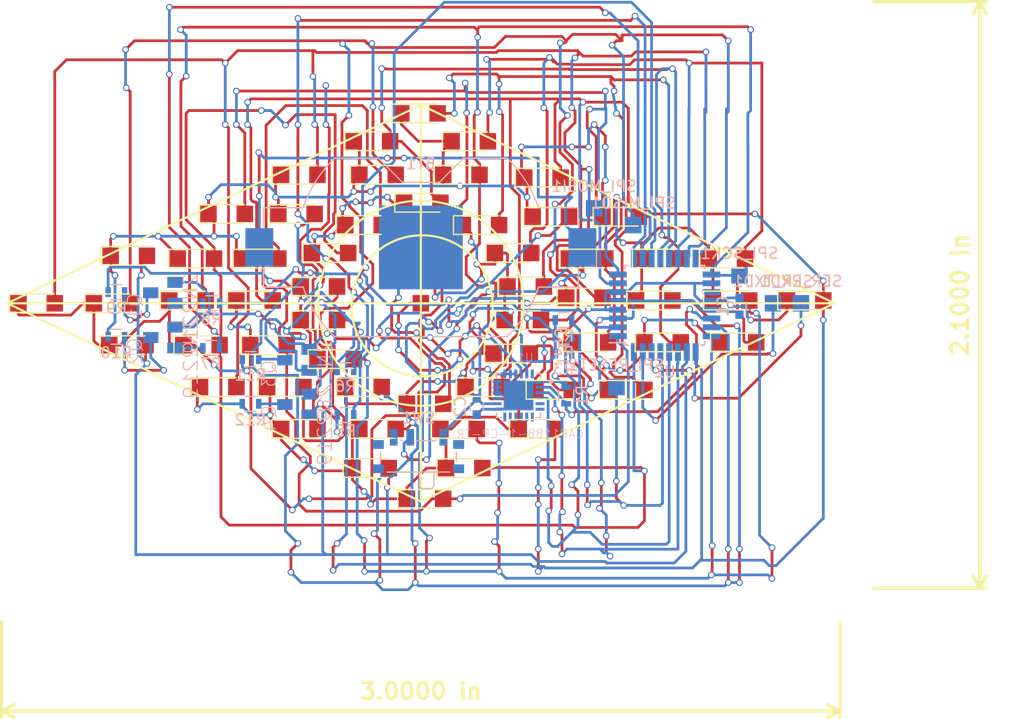
<source format=kicad_pcb>
(kicad_pcb (version 4) (host pcbnew 4.0.7)
  (layers (0 F.Cu signal) (31 B.Cu signal) (34 B.Paste user) (35 F.Paste user) (36 B.SilkS user) (37 F.SilkS user) (38 B.Mask user) (39 F.Mask user) (44 Edge.Cuts user))
  (net 0 "")
  (net 1 "Net-(D1-Pad1)")
  (net 2 ROW1)
  (net 3 "Net-(D15-Pad1)")
  (net 4 "Net-(D29-Pad1)")
  (net 5 "Net-(D43-Pad1)")
  (net 6 "Net-(Q1-Pad2)")
  (net 7 "Net-(Q1-Pad3)")
  (net 8 "Net-(Q2-Pad2)")
  (net 9 "Net-(Q2-Pad3)")
  (net 10 "Net-(Q3-Pad2)")
  (net 11 "Net-(Q3-Pad3)")
  (net 12 "Net-(Q4-Pad2)")
  (net 13 "Net-(Q4-Pad3)")
  (net 14 VCC)
  (net 15 SPI_RESET)
  (net 16 I2C_SDA)
  (net 17 I2C_SCL)
  (net 18 GND)
  (net 19 "Net-(BT1-Pad1)")
  (net 20 ROW2)
  (net 21 ROW3)
  (net 22 SPI_MOSI)
  (net 23 SPI_MISO)
  (net 24 SPI_SCK)
  (net 25 ROW7)
  (net 26 ROW8)
  (net 27 ROW9)
  (net 28 ROW10)
  (net 29 ROW11)
  (net 30 ROW12)
  (net 31 ROW13)
  (net 32 ROW14)
  (net 33 SER_RXD)
  (net 34 SER_TXD)
  (net 35 CAP_WAKE)
  (net 36 COL4)
  (net 37 COL3)
  (net 38 COL2)
  (net 39 COL1)
  (net 40 "Net-(SENSE1-Pad1)")
  (module adafruit:SOT23 (layer B.Cu) (at 197.52818 87.95004 270)
    (fp_text reference Q1 (at 1.27 2.54 270) (layer B.SilkS) (effects (font (size 1.27 1.27) (thickness 0.1016)) (justify mirror)))
    (fp_text value 2N2219 (at 1.905 -2.54 270) (layer B.SilkS) (effects (font (size 1.27 1.27) (thickness 0.1016)) (justify mirror)))
    (pad 1 smd rect (at -0.94996 -1.09982 270) (size 0.99822 1.39954) (layers B.Cu B.Paste B.Mask) (net 18 GND))
    (pad 2 smd rect (at 0.94996 -1.09982 270) (size 0.99822 1.39954) (layers B.Cu B.Paste B.Mask) (net 6 "Net-(Q1-Pad2)"))
    (pad 3 smd rect (at 0 1.09982 270) (size 0.99822 1.39954) (layers B.Cu B.Paste B.Mask) (net 7 "Net-(Q1-Pad3)"))
  )
  (module CustomFootprintLibrary:QFN50P400X400X90-25N (layer B.Cu) (at 229.858 97.286 180)
    (fp_text reference U1 (at -0.601443 3.444 180) (layer B.SilkS) (effects (font (size 0.77428 0.77428) (thickness 0.05)) (justify mirror)))
    (fp_text value CAP1188-1-CP-TR (at -0.137359 -3.4904 180) (layer B.SilkS) (effects (font (size 0.767132 0.767132) (thickness 0.05)) (justify mirror)))
    (pad 1 smd rect (at -1.955 1.25 180) (size 0.81 0.27) (layers B.Cu B.Paste B.Mask) (net 18 GND))
    (pad 2 smd rect (at -1.955 0.75 180) (size 0.81 0.27) (layers B.Cu B.Paste B.Mask) (net 35 CAP_WAKE))
    (pad 3 smd rect (at -1.955 0.25 180) (size 0.81 0.27) (layers B.Cu B.Paste B.Mask) (net 16 I2C_SDA))
    (pad 4 smd rect (at -1.955 -0.25 180) (size 0.81 0.27) (layers B.Cu B.Paste B.Mask) (net 17 I2C_SCL))
    (pad 5 smd rect (at -1.955 -0.75 180) (size 0.81 0.27) (layers B.Cu B.Paste B.Mask))
    (pad 6 smd rect (at -1.955 -1.25 180) (size 0.81 0.27) (layers B.Cu B.Paste B.Mask))
    (pad 7 smd rect (at -1.25 -1.955 90) (size 0.81 0.27) (layers B.Cu B.Paste B.Mask))
    (pad 8 smd rect (at -0.75 -1.955 90) (size 0.81 0.27) (layers B.Cu B.Paste B.Mask))
    (pad 9 smd rect (at -0.25 -1.955 90) (size 0.81 0.27) (layers B.Cu B.Paste B.Mask))
    (pad 10 smd rect (at 0.25 -1.955 90) (size 0.81 0.27) (layers B.Cu B.Paste B.Mask))
    (pad 11 smd rect (at 0.75 -1.955 90) (size 0.81 0.27) (layers B.Cu B.Paste B.Mask))
    (pad 12 smd rect (at 1.25 -1.955 90) (size 0.81 0.27) (layers B.Cu B.Paste B.Mask))
    (pad 13 smd rect (at 1.955 -1.25) (size 0.81 0.27) (layers B.Cu B.Paste B.Mask) (net 18 GND))
    (pad 14 smd rect (at 1.955 -0.75) (size 0.81 0.27) (layers B.Cu B.Paste B.Mask) (net 14 VCC))
    (pad 15 smd rect (at 1.955 -0.25) (size 0.81 0.27) (layers B.Cu B.Paste B.Mask) (net 18 GND))
    (pad 16 smd rect (at 1.955 0.25) (size 0.81 0.27) (layers B.Cu B.Paste B.Mask) (net 18 GND))
    (pad 17 smd rect (at 1.955 0.75) (size 0.81 0.27) (layers B.Cu B.Paste B.Mask) (net 18 GND))
    (pad 18 smd rect (at 1.955 1.25) (size 0.81 0.27) (layers B.Cu B.Paste B.Mask) (net 18 GND))
    (pad 19 smd rect (at 1.25 1.955 270) (size 0.81 0.27) (layers B.Cu B.Paste B.Mask) (net 18 GND))
    (pad 20 smd rect (at 0.75 1.955 270) (size 0.81 0.27) (layers B.Cu B.Paste B.Mask) (net 18 GND))
    (pad 21 smd rect (at 0.25 1.955 270) (size 0.81 0.27) (layers B.Cu B.Paste B.Mask) (net 18 GND))
    (pad 22 smd rect (at -0.25 1.955 270) (size 0.81 0.27) (layers B.Cu B.Paste B.Mask) (net 40 "Net-(SENSE1-Pad1)"))
    (pad 23 smd rect (at -0.75 1.955 270) (size 0.81 0.27) (layers B.Cu B.Paste B.Mask) (net 14 VCC))
    (pad 24 smd rect (at -1.25 1.955 270) (size 0.81 0.27) (layers B.Cu B.Paste B.Mask))
    (pad 25 smd rect (at 0 0 270) (size 2.7 2.7) (layers B.Cu B.Paste B.Mask) (net 18 GND))
  )
  (module Housings_QFP:TQFP-32_7x7mm_Pitch0.8mm (layer B.Cu) (at 243.146 89.084)
    (fp_text reference U2 (at 0 6.05) (layer B.SilkS) (effects (justify mirror)))
    (fp_text value ATMEGA328P-AU)
    (pad 1 smd rect (at -4.25 2.8) (size 1.6 0.55) (layers B.Cu B.Paste B.Mask) (net 32 ROW14))
    (pad 2 smd rect (at -4.25 2) (size 1.6 0.55) (layers B.Cu B.Paste B.Mask) (net 39 COL1))
    (pad 3 smd rect (at -4.25 1.2) (size 1.6 0.55) (layers B.Cu B.Paste B.Mask) (net 18 GND))
    (pad 4 smd rect (at -4.25 0.4) (size 1.6 0.55) (layers B.Cu B.Paste B.Mask) (net 14 VCC))
    (pad 5 smd rect (at -4.25 -0.4) (size 1.6 0.55) (layers B.Cu B.Paste B.Mask) (net 18 GND))
    (pad 6 smd rect (at -4.25 -1.2) (size 1.6 0.55) (layers B.Cu B.Paste B.Mask) (net 14 VCC))
    (pad 7 smd rect (at -4.25 -2) (size 1.6 0.55) (layers B.Cu B.Paste B.Mask) (net 25 ROW7))
    (pad 8 smd rect (at -4.25 -2.8) (size 1.6 0.55) (layers B.Cu B.Paste B.Mask) (net 26 ROW8))
    (pad 9 smd rect (at -2.8 -4.25 270) (size 1.6 0.55) (layers B.Cu B.Paste B.Mask) (net 38 COL2))
    (pad 10 smd rect (at -2 -4.25 270) (size 1.6 0.55) (layers B.Cu B.Paste B.Mask) (net 37 COL3))
    (pad 11 smd rect (at -1.2 -4.25 270) (size 1.6 0.55) (layers B.Cu B.Paste B.Mask) (net 36 COL4))
    (pad 12 smd rect (at -0.4 -4.25 270) (size 1.6 0.55) (layers B.Cu B.Paste B.Mask) (net 2 ROW1))
    (pad 13 smd rect (at 0.4 -4.25 270) (size 1.6 0.55) (layers B.Cu B.Paste B.Mask) (net 20 ROW2))
    (pad 14 smd rect (at 1.2 -4.25 270) (size 1.6 0.55) (layers B.Cu B.Paste B.Mask) (net 21 ROW3))
    (pad 15 smd rect (at 2 -4.25 270) (size 1.6 0.55) (layers B.Cu B.Paste B.Mask) (net 22 SPI_MOSI))
    (pad 16 smd rect (at 2.8 -4.25 270) (size 1.6 0.55) (layers B.Cu B.Paste B.Mask) (net 23 SPI_MISO))
    (pad 17 smd rect (at 4.25 -2.8) (size 1.6 0.55) (layers B.Cu B.Paste B.Mask) (net 24 SPI_SCK))
    (pad 18 smd rect (at 4.25 -2) (size 1.6 0.55) (layers B.Cu B.Paste B.Mask) (net 14 VCC))
    (pad 19 smd rect (at 4.25 -1.2) (size 1.6 0.55) (layers B.Cu B.Paste B.Mask))
    (pad 20 smd rect (at 4.25 -0.4) (size 1.6 0.55) (layers B.Cu B.Paste B.Mask) (net 14 VCC))
    (pad 21 smd rect (at 4.25 0.4) (size 1.6 0.55) (layers B.Cu B.Paste B.Mask) (net 18 GND))
    (pad 22 smd rect (at 4.25 1.2) (size 1.6 0.55) (layers B.Cu B.Paste B.Mask) (net 35 CAP_WAKE))
    (pad 23 smd rect (at 4.25 2) (size 1.6 0.55) (layers B.Cu B.Paste B.Mask) (net 27 ROW9))
    (pad 24 smd rect (at 4.25 2.8) (size 1.6 0.55) (layers B.Cu B.Paste B.Mask) (net 28 ROW10))
    (pad 25 smd rect (at 2.8 4.25 270) (size 1.6 0.55) (layers B.Cu B.Paste B.Mask) (net 29 ROW11))
    (pad 26 smd rect (at 2 4.25 270) (size 1.6 0.55) (layers B.Cu B.Paste B.Mask) (net 30 ROW12))
    (pad 27 smd rect (at 1.2 4.25 270) (size 1.6 0.55) (layers B.Cu B.Paste B.Mask) (net 16 I2C_SDA))
    (pad 28 smd rect (at 0.4 4.25 270) (size 1.6 0.55) (layers B.Cu B.Paste B.Mask) (net 17 I2C_SCL))
    (pad 29 smd rect (at -0.4 4.25 270) (size 1.6 0.55) (layers B.Cu B.Paste B.Mask) (net 15 SPI_RESET))
    (pad 30 smd rect (at -1.2 4.25 270) (size 1.6 0.55) (layers B.Cu B.Paste B.Mask) (net 33 SER_RXD))
    (pad 31 smd rect (at -2 4.25 270) (size 1.6 0.55) (layers B.Cu B.Paste B.Mask) (net 34 SER_TXD))
    (pad 32 smd rect (at -2.8 4.25 270) (size 1.6 0.55) (layers B.Cu B.Paste B.Mask) (net 31 ROW13))
  )
  (module LEDs:LED_1206 (layer F.Cu) (at 221.108 79.756)
    (fp_text reference D1 hide)
    (fp_text value LED)
    (pad 2 smd rect (at 1.65 0 180) (size 1.5 1.5) (layers F.Cu F.Paste F.Mask) (net 20 ROW2))
    (pad 1 smd rect (at -1.65 0 180) (size 1.5 1.5) (layers F.Cu F.Paste F.Mask) (net 1 "Net-(D1-Pad1)"))
  )
  (module Resistors_SMD:R_0603 (layer B.Cu) (at 234.188 97.294 90)
    (fp_text reference R1 (at 0 1.45 90) (layer B.SilkS) (effects (justify mirror)))
    (fp_text value R_Small)
    (pad 1 smd rect (at -0.75 0 90) (size 0.5 0.9) (layers B.Cu B.Paste B.Mask) (net 35 CAP_WAKE))
    (pad 2 smd rect (at 0.75 0 90) (size 0.5 0.9) (layers B.Cu B.Paste B.Mask) (net 18 GND))
  )
  (module LEDs:LED_1206 (layer F.Cu) (at 229.363 84.328)
    (fp_text reference D3 hide)
    (fp_text value LED)
    (pad 2 smd rect (at 1.65 0 180) (size 1.5 1.5) (layers F.Cu F.Paste F.Mask) (net 21 ROW3))
    (pad 1 smd rect (at -1.65 0 180) (size 1.5 1.5) (layers F.Cu F.Paste F.Mask) (net 1 "Net-(D1-Pad1)"))
  )
  (module LEDs:LED_1206 (layer F.Cu) (at 230.506 87.376)
    (fp_text reference D4 hide)
    (fp_text value LED)
    (pad 2 smd rect (at 1.65 0 180) (size 1.5 1.5) (layers F.Cu F.Paste F.Mask) (net 22 SPI_MOSI))
    (pad 1 smd rect (at -1.65 0 180) (size 1.5 1.5) (layers F.Cu F.Paste F.Mask) (net 1 "Net-(D1-Pad1)"))
  )
  (module LEDs:LED_1206 (layer F.Cu) (at 230.25 90.424)
    (fp_text reference D5 hide)
    (fp_text value LED)
    (pad 2 smd rect (at 1.65 0 180) (size 1.5 1.5) (layers F.Cu F.Paste F.Mask) (net 23 SPI_MISO))
    (pad 1 smd rect (at -1.65 0 180) (size 1.5 1.5) (layers F.Cu F.Paste F.Mask) (net 1 "Net-(D1-Pad1)"))
  )
  (module LEDs:LED_1206 (layer F.Cu) (at 229.234 93.472)
    (fp_text reference D6 hide)
    (fp_text value LED)
    (pad 2 smd rect (at 1.65 0 180) (size 1.5 1.5) (layers F.Cu F.Paste F.Mask) (net 24 SPI_SCK))
    (pad 1 smd rect (at -1.65 0 180) (size 1.5 1.5) (layers F.Cu F.Paste F.Mask) (net 1 "Net-(D1-Pad1)"))
  )
  (module LEDs:LED_1206 (layer F.Cu) (at 226.694 96.52)
    (fp_text reference D7 hide)
    (fp_text value LED)
    (pad 2 smd rect (at 1.65 0 180) (size 1.5 1.5) (layers F.Cu F.Paste F.Mask) (net 25 ROW7))
    (pad 1 smd rect (at -1.65 0 180) (size 1.5 1.5) (layers F.Cu F.Paste F.Mask) (net 1 "Net-(D1-Pad1)"))
  )
  (module LEDs:LED_1206 (layer F.Cu) (at 221.362 98.044)
    (fp_text reference D8 hide)
    (fp_text value LED)
    (pad 2 smd rect (at 1.65 0 180) (size 1.5 1.5) (layers F.Cu F.Paste F.Mask) (net 26 ROW8))
    (pad 1 smd rect (at -1.65 0 180) (size 1.5 1.5) (layers F.Cu F.Paste F.Mask) (net 1 "Net-(D1-Pad1)"))
  )
  (module LEDs:LED_1206 (layer F.Cu) (at 215.774 96.52)
    (fp_text reference D9 hide)
    (fp_text value LED)
    (pad 2 smd rect (at 1.65 0 180) (size 1.5 1.5) (layers F.Cu F.Paste F.Mask) (net 27 ROW9))
    (pad 1 smd rect (at -1.65 0 180) (size 1.5 1.5) (layers F.Cu F.Paste F.Mask) (net 1 "Net-(D1-Pad1)"))
  )
  (module LEDs:LED_1206 (layer F.Cu) (at 213.234 93.98)
    (fp_text reference D10 hide)
    (fp_text value LED)
    (pad 2 smd rect (at 1.65 0 180) (size 1.5 1.5) (layers F.Cu F.Paste F.Mask) (net 28 ROW10))
    (pad 1 smd rect (at -1.65 0 180) (size 1.5 1.5) (layers F.Cu F.Paste F.Mask) (net 1 "Net-(D1-Pad1)"))
  )
  (module LEDs:LED_1206 (layer F.Cu) (at 211.71 90.424)
    (fp_text reference D11 hide)
    (fp_text value LED)
    (pad 2 smd rect (at 1.65 0 180) (size 1.5 1.5) (layers F.Cu F.Paste F.Mask) (net 29 ROW11))
    (pad 1 smd rect (at -1.65 0 180) (size 1.5 1.5) (layers F.Cu F.Paste F.Mask) (net 1 "Net-(D1-Pad1)"))
  )
  (module LEDs:LED_1206 (layer F.Cu) (at 211.71 87.376)
    (fp_text reference D12 hide)
    (fp_text value LED)
    (pad 2 smd rect (at 1.65 0 180) (size 1.5 1.5) (layers F.Cu F.Paste F.Mask) (net 30 ROW12))
    (pad 1 smd rect (at -1.65 0 180) (size 1.5 1.5) (layers F.Cu F.Paste F.Mask) (net 1 "Net-(D1-Pad1)"))
  )
  (module LEDs:LED_1206 (layer F.Cu) (at 212.726 84.328)
    (fp_text reference D13 hide)
    (fp_text value LED)
    (pad 2 smd rect (at 1.65 0 180) (size 1.5 1.5) (layers F.Cu F.Paste F.Mask) (net 31 ROW13))
    (pad 1 smd rect (at -1.65 0 180) (size 1.5 1.5) (layers F.Cu F.Paste F.Mask) (net 1 "Net-(D1-Pad1)"))
  )
  (module LEDs:LED_1206 (layer F.Cu) (at 215.774 81.788)
    (fp_text reference D14 hide)
    (fp_text value LED)
    (pad 2 smd rect (at 1.65 0 180) (size 1.5 1.5) (layers F.Cu F.Paste F.Mask) (net 32 ROW14))
    (pad 1 smd rect (at -1.65 0 180) (size 1.5 1.5) (layers F.Cu F.Paste F.Mask) (net 1 "Net-(D1-Pad1)"))
  )
  (module LEDs:LED_1206 (layer F.Cu) (at 220.854 71.628)
    (fp_text reference D15 hide)
    (fp_text value LED)
    (pad 2 smd rect (at 1.65 0 180) (size 1.5 1.5) (layers F.Cu F.Paste F.Mask) (net 2 ROW1))
    (pad 1 smd rect (at -1.65 0 180) (size 1.5 1.5) (layers F.Cu F.Paste F.Mask) (net 3 "Net-(D15-Pad1)"))
  )
  (module LEDs:LED_1206 (layer F.Cu) (at 216.536 74.168)
    (fp_text reference D16 hide)
    (fp_text value LED)
    (pad 2 smd rect (at 1.65 0 180) (size 1.5 1.5) (layers F.Cu F.Paste F.Mask) (net 20 ROW2))
    (pad 1 smd rect (at -1.65 0 180) (size 1.5 1.5) (layers F.Cu F.Paste F.Mask) (net 3 "Net-(D15-Pad1)"))
  )
  (module LEDs:LED_1206 (layer F.Cu) (at 225.424 74.168)
    (fp_text reference D17 hide)
    (fp_text value LED)
    (pad 2 smd rect (at 1.65 0 180) (size 1.5 1.5) (layers F.Cu F.Paste F.Mask) (net 21 ROW3))
    (pad 1 smd rect (at -1.65 0 180) (size 1.5 1.5) (layers F.Cu F.Paste F.Mask) (net 3 "Net-(D15-Pad1)"))
  )
  (module LEDs:LED_1206 (layer F.Cu) (at 209.932 77.216)
    (fp_text reference D18 hide)
    (fp_text value LED)
    (pad 2 smd rect (at 1.65 0 180) (size 1.5 1.5) (layers F.Cu F.Paste F.Mask) (net 22 SPI_MOSI))
    (pad 1 smd rect (at -1.65 0 180) (size 1.5 1.5) (layers F.Cu F.Paste F.Mask) (net 3 "Net-(D15-Pad1)"))
  )
  (module LEDs:LED_1206 (layer F.Cu) (at 217.042 77.216)
    (fp_text reference D19 hide)
    (fp_text value LED)
    (pad 2 smd rect (at 1.65 0 180) (size 1.5 1.5) (layers F.Cu F.Paste F.Mask) (net 23 SPI_MISO))
    (pad 1 smd rect (at -1.65 0 180) (size 1.5 1.5) (layers F.Cu F.Paste F.Mask) (net 3 "Net-(D15-Pad1)"))
  )
  (module LEDs:LED_1206 (layer F.Cu) (at 224.662 77.216)
    (fp_text reference D20 hide)
    (fp_text value LED)
    (pad 2 smd rect (at 1.65 0 180) (size 1.5 1.5) (layers F.Cu F.Paste F.Mask) (net 24 SPI_SCK))
    (pad 1 smd rect (at -1.65 0 180) (size 1.5 1.5) (layers F.Cu F.Paste F.Mask) (net 3 "Net-(D15-Pad1)"))
  )
  (module LEDs:LED_1206 (layer F.Cu) (at 226.442 81.788)
    (fp_text reference D2 hide)
    (fp_text value LED)
    (pad 2 smd rect (at 1.65 0 180) (size 1.5 1.5) (layers F.Cu F.Paste F.Mask) (net 2 ROW1))
    (pad 1 smd rect (at -1.65 0 180) (size 1.5 1.5) (layers F.Cu F.Paste F.Mask) (net 1 "Net-(D1-Pad1)"))
  )
  (module LEDs:LED_1206 (layer F.Cu) (at 232.03 77.47)
    (fp_text reference D21 hide)
    (fp_text value LED)
    (pad 2 smd rect (at 1.65 0 180) (size 1.5 1.5) (layers F.Cu F.Paste F.Mask) (net 25 ROW7))
    (pad 1 smd rect (at -1.65 0 180) (size 1.5 1.5) (layers F.Cu F.Paste F.Mask) (net 3 "Net-(D15-Pad1)"))
  )
  (module LEDs:LED_1206 (layer F.Cu) (at 203.326 80.772)
    (fp_text reference D22 hide)
    (fp_text value LED)
    (pad 2 smd rect (at 1.65 0 180) (size 1.5 1.5) (layers F.Cu F.Paste F.Mask) (net 26 ROW8))
    (pad 1 smd rect (at -1.65 0 180) (size 1.5 1.5) (layers F.Cu F.Paste F.Mask) (net 3 "Net-(D15-Pad1)"))
  )
  (module LEDs:LED_1206 (layer F.Cu) (at 209.676 80.772)
    (fp_text reference D23 hide)
    (fp_text value LED)
    (pad 2 smd rect (at 1.65 0 180) (size 1.5 1.5) (layers F.Cu F.Paste F.Mask) (net 27 ROW9))
    (pad 1 smd rect (at -1.65 0 180) (size 1.5 1.5) (layers F.Cu F.Paste F.Mask) (net 3 "Net-(D15-Pad1)"))
  )
  (module LEDs:LED_1206 (layer F.Cu) (at 232.792 81.026)
    (fp_text reference D24 hide)
    (fp_text value LED)
    (pad 2 smd rect (at 1.65 0 180) (size 1.5 1.5) (layers F.Cu F.Paste F.Mask) (net 28 ROW10))
    (pad 1 smd rect (at -1.65 0 180) (size 1.5 1.5) (layers F.Cu F.Paste F.Mask) (net 3 "Net-(D15-Pad1)"))
  )
  (module LEDs:LED_1206 (layer F.Cu) (at 239.142 81.026)
    (fp_text reference D25 hide)
    (fp_text value LED)
    (pad 2 smd rect (at 1.65 0 180) (size 1.5 1.5) (layers F.Cu F.Paste F.Mask) (net 29 ROW11))
    (pad 1 smd rect (at -1.65 0 180) (size 1.5 1.5) (layers F.Cu F.Paste F.Mask) (net 3 "Net-(D15-Pad1)"))
  )
  (module LEDs:LED_1206 (layer F.Cu) (at 194.438 84.582)
    (fp_text reference D26 hide)
    (fp_text value LED)
    (pad 2 smd rect (at 1.65 0 180) (size 1.5 1.5) (layers F.Cu F.Paste F.Mask) (net 30 ROW12))
    (pad 1 smd rect (at -1.65 0 180) (size 1.5 1.5) (layers F.Cu F.Paste F.Mask) (net 3 "Net-(D15-Pad1)"))
  )
  (module LEDs:LED_1206 (layer F.Cu) (at 200.534 84.836)
    (fp_text reference D27 hide)
    (fp_text value LED)
    (pad 2 smd rect (at 1.65 0 180) (size 1.5 1.5) (layers F.Cu F.Paste F.Mask) (net 31 ROW13))
    (pad 1 smd rect (at -1.65 0 180) (size 1.5 1.5) (layers F.Cu F.Paste F.Mask) (net 3 "Net-(D15-Pad1)"))
  )
  (module LEDs:LED_1206 (layer F.Cu) (at 206.376 84.836)
    (fp_text reference D28 hide)
    (fp_text value LED)
    (pad 2 smd rect (at 1.65 0 180) (size 1.5 1.5) (layers F.Cu F.Paste F.Mask) (net 32 ROW14))
    (pad 1 smd rect (at -1.65 0 180) (size 1.5 1.5) (layers F.Cu F.Paste F.Mask) (net 3 "Net-(D15-Pad1)"))
  )
  (module LEDs:LED_1206 (layer F.Cu) (at 236.094 84.836)
    (fp_text reference D29 hide)
    (fp_text value LED)
    (pad 2 smd rect (at 1.65 0 180) (size 1.5 1.5) (layers F.Cu F.Paste F.Mask) (net 2 ROW1))
    (pad 1 smd rect (at -1.65 0 180) (size 1.5 1.5) (layers F.Cu F.Paste F.Mask) (net 4 "Net-(D29-Pad1)"))
  )
  (module LEDs:LED_1206 (layer F.Cu) (at 242.698 84.836)
    (fp_text reference D30 hide)
    (fp_text value LED)
    (pad 2 smd rect (at 1.65 0 180) (size 1.5 1.5) (layers F.Cu F.Paste F.Mask) (net 20 ROW2))
    (pad 1 smd rect (at -1.65 0 180) (size 1.5 1.5) (layers F.Cu F.Paste F.Mask) (net 4 "Net-(D29-Pad1)"))
  )
  (module LEDs:LED_1206 (layer F.Cu) (at 248.792 84.836)
    (fp_text reference D31 hide)
    (fp_text value LED)
    (pad 2 smd rect (at 1.65 0 180) (size 1.5 1.5) (layers F.Cu F.Paste F.Mask) (net 21 ROW3))
    (pad 1 smd rect (at -1.65 0 180) (size 1.5 1.5) (layers F.Cu F.Paste F.Mask) (net 4 "Net-(D29-Pad1)"))
  )
  (module LEDs:LED_1206 (layer F.Cu) (at 186.056 88.9)
    (fp_text reference D32 hide)
    (fp_text value LED)
    (pad 2 smd rect (at 1.65 0 180) (size 1.5 1.5) (layers F.Cu F.Paste F.Mask) (net 22 SPI_MOSI))
    (pad 1 smd rect (at -1.65 0 180) (size 1.5 1.5) (layers F.Cu F.Paste F.Mask) (net 4 "Net-(D29-Pad1)"))
  )
  (module LEDs:LED_1206 (layer F.Cu) (at 192.912 88.9)
    (fp_text reference D33 hide)
    (fp_text value LED)
    (pad 2 smd rect (at 1.65 0 180) (size 1.5 1.5) (layers F.Cu F.Paste F.Mask) (net 23 SPI_MISO))
    (pad 1 smd rect (at -1.65 0 180) (size 1.5 1.5) (layers F.Cu F.Paste F.Mask) (net 4 "Net-(D29-Pad1)"))
  )
  (module LEDs:LED_1206 (layer F.Cu) (at 199.772 88.646)
    (fp_text reference D34 hide)
    (fp_text value LED)
    (pad 2 smd rect (at 1.65 0 180) (size 1.5 1.5) (layers F.Cu F.Paste F.Mask) (net 24 SPI_SCK))
    (pad 1 smd rect (at -1.65 0 180) (size 1.5 1.5) (layers F.Cu F.Paste F.Mask) (net 4 "Net-(D29-Pad1)"))
  )
  (module LEDs:LED_1206 (layer F.Cu) (at 205.866 88.646)
    (fp_text reference D35 hide)
    (fp_text value LED)
    (pad 2 smd rect (at 1.65 0 180) (size 1.5 1.5) (layers F.Cu F.Paste F.Mask) (net 25 ROW7))
    (pad 1 smd rect (at -1.65 0 180) (size 1.5 1.5) (layers F.Cu F.Paste F.Mask) (net 4 "Net-(D29-Pad1)"))
  )
  (module LEDs:LED_1206 (layer F.Cu) (at 235.84 88.392)
    (fp_text reference D36 hide)
    (fp_text value LED)
    (pad 2 smd rect (at 1.65 0 180) (size 1.5 1.5) (layers F.Cu F.Paste F.Mask) (net 26 ROW8))
    (pad 1 smd rect (at -1.65 0 180) (size 1.5 1.5) (layers F.Cu F.Paste F.Mask) (net 4 "Net-(D29-Pad1)"))
  )
  (module LEDs:LED_1206 (layer F.Cu) (at 242.19 88.646)
    (fp_text reference D37 hide)
    (fp_text value LED)
    (pad 2 smd rect (at 1.65 0 180) (size 1.5 1.5) (layers F.Cu F.Paste F.Mask) (net 27 ROW9))
    (pad 1 smd rect (at -1.65 0 180) (size 1.5 1.5) (layers F.Cu F.Paste F.Mask) (net 4 "Net-(D29-Pad1)"))
  )
  (module LEDs:LED_1206 (layer F.Cu) (at 249.174 88.646)
    (fp_text reference D38 hide)
    (fp_text value LED)
    (pad 2 smd rect (at 1.65 0 180) (size 1.5 1.5) (layers F.Cu F.Paste F.Mask) (net 28 ROW10))
    (pad 1 smd rect (at -1.65 0 180) (size 1.5 1.5) (layers F.Cu F.Paste F.Mask) (net 4 "Net-(D29-Pad1)"))
  )
  (module LEDs:LED_1206 (layer F.Cu) (at 255.906 88.646)
    (fp_text reference D39 hide)
    (fp_text value LED)
    (pad 2 smd rect (at 1.65 0 180) (size 1.5 1.5) (layers F.Cu F.Paste F.Mask) (net 29 ROW11))
    (pad 1 smd rect (at -1.65 0 180) (size 1.5 1.5) (layers F.Cu F.Paste F.Mask) (net 4 "Net-(D29-Pad1)"))
  )
  (module LEDs:LED_1206 (layer F.Cu) (at 194.31 92.71)
    (fp_text reference D40 hide)
    (fp_text value LED)
    (pad 2 smd rect (at 1.65 0 180) (size 1.5 1.5) (layers F.Cu F.Paste F.Mask) (net 30 ROW12))
    (pad 1 smd rect (at -1.65 0 180) (size 1.5 1.5) (layers F.Cu F.Paste F.Mask) (net 4 "Net-(D29-Pad1)"))
  )
  (module LEDs:LED_1206 (layer F.Cu) (at 201.042 92.71)
    (fp_text reference D41 hide)
    (fp_text value LED)
    (pad 2 smd rect (at 1.65 0 180) (size 1.5 1.5) (layers F.Cu F.Paste F.Mask) (net 31 ROW13))
    (pad 1 smd rect (at -1.65 0 180) (size 1.5 1.5) (layers F.Cu F.Paste F.Mask) (net 4 "Net-(D29-Pad1)"))
  )
  (module LEDs:LED_1206 (layer F.Cu) (at 207.136 92.71)
    (fp_text reference D42 hide)
    (fp_text value LED)
    (pad 2 smd rect (at 1.65 0 180) (size 1.5 1.5) (layers F.Cu F.Paste F.Mask) (net 32 ROW14))
    (pad 1 smd rect (at -1.65 0 180) (size 1.5 1.5) (layers F.Cu F.Paste F.Mask) (net 4 "Net-(D29-Pad1)"))
  )
  (module LEDs:LED_1206 (layer F.Cu) (at 236.348 92.456)
    (fp_text reference D43 hide)
    (fp_text value LED)
    (pad 2 smd rect (at 1.65 0 180) (size 1.5 1.5) (layers F.Cu F.Paste F.Mask) (net 2 ROW1))
    (pad 1 smd rect (at -1.65 0 180) (size 1.5 1.5) (layers F.Cu F.Paste F.Mask) (net 5 "Net-(D43-Pad1)"))
  )
  (module LEDs:LED_1206 (layer F.Cu) (at 242.952 92.456)
    (fp_text reference D44 hide)
    (fp_text value LED)
    (pad 2 smd rect (at 1.65 0 180) (size 1.5 1.5) (layers F.Cu F.Paste F.Mask) (net 20 ROW2))
    (pad 1 smd rect (at -1.65 0 180) (size 1.5 1.5) (layers F.Cu F.Paste F.Mask) (net 5 "Net-(D43-Pad1)"))
  )
  (module LEDs:LED_1206 (layer F.Cu) (at 249.81 92.456)
    (fp_text reference D45 hide)
    (fp_text value LED)
    (pad 2 smd rect (at 1.65 0 180) (size 1.5 1.5) (layers F.Cu F.Paste F.Mask) (net 21 ROW3))
    (pad 1 smd rect (at -1.65 0 180) (size 1.5 1.5) (layers F.Cu F.Paste F.Mask) (net 5 "Net-(D43-Pad1)"))
  )
  (module LEDs:LED_1206 (layer F.Cu) (at 202.564 96.52)
    (fp_text reference D46 hide)
    (fp_text value LED)
    (pad 2 smd rect (at 1.65 0 180) (size 1.5 1.5) (layers F.Cu F.Paste F.Mask) (net 22 SPI_MOSI))
    (pad 1 smd rect (at -1.65 0 180) (size 1.5 1.5) (layers F.Cu F.Paste F.Mask) (net 5 "Net-(D43-Pad1)"))
  )
  (module LEDs:LED_1206 (layer F.Cu) (at 208.662 96.52)
    (fp_text reference D47 hide)
    (fp_text value LED)
    (pad 2 smd rect (at 1.65 0 180) (size 1.5 1.5) (layers F.Cu F.Paste F.Mask) (net 23 SPI_MISO))
    (pad 1 smd rect (at -1.65 0 180) (size 1.5 1.5) (layers F.Cu F.Paste F.Mask) (net 5 "Net-(D43-Pad1)"))
  )
  (module LEDs:LED_1206 (layer F.Cu) (at 233.044 96.774)
    (fp_text reference D48 hide)
    (fp_text value LED)
    (pad 2 smd rect (at 1.65 0 180) (size 1.5 1.5) (layers F.Cu F.Paste F.Mask) (net 24 SPI_SCK))
    (pad 1 smd rect (at -1.65 0 180) (size 1.5 1.5) (layers F.Cu F.Paste F.Mask) (net 5 "Net-(D43-Pad1)"))
  )
  (module LEDs:LED_1206 (layer F.Cu) (at 239.648 96.774)
    (fp_text reference D49 hide)
    (fp_text value LED)
    (pad 2 smd rect (at 1.65 0 180) (size 1.5 1.5) (layers F.Cu F.Paste F.Mask) (net 25 ROW7))
    (pad 1 smd rect (at -1.65 0 180) (size 1.5 1.5) (layers F.Cu F.Paste F.Mask) (net 5 "Net-(D43-Pad1)"))
  )
  (module LEDs:LED_1206 (layer F.Cu) (at 209.932 100.33)
    (fp_text reference D50 hide)
    (fp_text value LED)
    (pad 2 smd rect (at 1.65 0 180) (size 1.5 1.5) (layers F.Cu F.Paste F.Mask) (net 26 ROW8))
    (pad 1 smd rect (at -1.65 0 180) (size 1.5 1.5) (layers F.Cu F.Paste F.Mask) (net 5 "Net-(D43-Pad1)"))
  )
  (module LEDs:LED_1206 (layer F.Cu) (at 217.044 100.33)
    (fp_text reference D51 hide)
    (fp_text value LED)
    (pad 2 smd rect (at 1.65 0 180) (size 1.5 1.5) (layers F.Cu F.Paste F.Mask) (net 27 ROW9))
    (pad 1 smd rect (at -1.65 0 180) (size 1.5 1.5) (layers F.Cu F.Paste F.Mask) (net 5 "Net-(D43-Pad1)"))
  )
  (module LEDs:LED_1206 (layer F.Cu) (at 224.408 100.33)
    (fp_text reference D52 hide)
    (fp_text value LED)
    (pad 2 smd rect (at 1.65 0 180) (size 1.5 1.5) (layers F.Cu F.Paste F.Mask) (net 28 ROW10))
    (pad 1 smd rect (at -1.65 0 180) (size 1.5 1.5) (layers F.Cu F.Paste F.Mask) (net 5 "Net-(D43-Pad1)"))
  )
  (module LEDs:LED_1206 (layer F.Cu) (at 231.522 100.33)
    (fp_text reference D53 hide)
    (fp_text value LED)
    (pad 2 smd rect (at 1.65 0 180) (size 1.5 1.5) (layers F.Cu F.Paste F.Mask) (net 29 ROW11))
    (pad 1 smd rect (at -1.65 0 180) (size 1.5 1.5) (layers F.Cu F.Paste F.Mask) (net 5 "Net-(D43-Pad1)"))
  )
  (module LEDs:LED_1206 (layer F.Cu) (at 216.408 103.886)
    (fp_text reference D54 hide)
    (fp_text value LED)
    (pad 2 smd rect (at 1.65 0 180) (size 1.5 1.5) (layers F.Cu F.Paste F.Mask) (net 30 ROW12))
    (pad 1 smd rect (at -1.65 0 180) (size 1.5 1.5) (layers F.Cu F.Paste F.Mask) (net 5 "Net-(D43-Pad1)"))
  )
  (module LEDs:LED_1206 (layer F.Cu) (at 224.916 103.886)
    (fp_text reference D55 hide)
    (fp_text value LED)
    (pad 2 smd rect (at 1.65 0 180) (size 1.5 1.5) (layers F.Cu F.Paste F.Mask) (net 31 ROW13))
    (pad 1 smd rect (at -1.65 0 180) (size 1.5 1.5) (layers F.Cu F.Paste F.Mask) (net 5 "Net-(D43-Pad1)"))
  )
  (module LEDs:LED_1206 (layer F.Cu) (at 221.36 106.68)
    (fp_text reference D56 hide)
    (fp_text value LED)
    (pad 2 smd rect (at 1.65 0 180) (size 1.5 1.5) (layers F.Cu F.Paste F.Mask) (net 32 ROW14))
    (pad 1 smd rect (at -1.65 0 180) (size 1.5 1.5) (layers F.Cu F.Paste F.Mask) (net 5 "Net-(D43-Pad1)"))
  )
  (module adafruit:SOT23 (layer B.Cu) (at 197.52818 92.01404 270)
    (fp_text reference Q2 (at 1.27 2.54 270) (layer B.SilkS) (effects (font (size 1.27 1.27) (thickness 0.1016)) (justify mirror)))
    (fp_text value 2N2219 (at 1.905 -2.54 270) (layer B.SilkS) (effects (font (size 1.27 1.27) (thickness 0.1016)) (justify mirror)))
    (pad 1 smd rect (at -0.94996 -1.09982 270) (size 0.99822 1.39954) (layers B.Cu B.Paste B.Mask) (net 18 GND))
    (pad 2 smd rect (at 0.94996 -1.09982 270) (size 0.99822 1.39954) (layers B.Cu B.Paste B.Mask) (net 8 "Net-(Q2-Pad2)"))
    (pad 3 smd rect (at 0 1.09982 270) (size 0.99822 1.39954) (layers B.Cu B.Paste B.Mask) (net 9 "Net-(Q2-Pad3)"))
  )
  (module adafruit:SOT23 (layer B.Cu) (at 209.72018 94.04604 270)
    (fp_text reference Q3 (at 1.27 2.54 270) (layer B.SilkS) (effects (font (size 1.27 1.27) (thickness 0.1016)) (justify mirror)))
    (fp_text value 2N2219 (at 1.905 -2.54 270) (layer B.SilkS) (effects (font (size 1.27 1.27) (thickness 0.1016)) (justify mirror)))
    (pad 1 smd rect (at -0.94996 -1.09982 270) (size 0.99822 1.39954) (layers B.Cu B.Paste B.Mask) (net 18 GND))
    (pad 2 smd rect (at 0.94996 -1.09982 270) (size 0.99822 1.39954) (layers B.Cu B.Paste B.Mask) (net 10 "Net-(Q3-Pad2)"))
    (pad 3 smd rect (at 0 1.09982 270) (size 0.99822 1.39954) (layers B.Cu B.Paste B.Mask) (net 11 "Net-(Q3-Pad3)"))
  )
  (module adafruit:SOT23 (layer B.Cu) (at 209.72018 98.11004 270)
    (fp_text reference Q4 (at 1.27 2.54 270) (layer B.SilkS) (effects (font (size 1.27 1.27) (thickness 0.1016)) (justify mirror)))
    (fp_text value 2N2219 (at 1.905 -2.54 270) (layer B.SilkS) (effects (font (size 1.27 1.27) (thickness 0.1016)) (justify mirror)))
    (pad 1 smd rect (at -0.94996 -1.09982 270) (size 0.99822 1.39954) (layers B.Cu B.Paste B.Mask) (net 18 GND))
    (pad 2 smd rect (at 0.94996 -1.09982 270) (size 0.99822 1.39954) (layers B.Cu B.Paste B.Mask) (net 12 "Net-(Q4-Pad2)"))
    (pad 3 smd rect (at 0 1.09982 270) (size 0.99822 1.39954) (layers B.Cu B.Paste B.Mask) (net 13 "Net-(Q4-Pad3)"))
  )
  (module Resistors_SMD:R_0603 (layer B.Cu) (at 233.946 90.424)
    (fp_text reference R2 (at 0 1.45) (layer B.SilkS) (effects (justify mirror)))
    (fp_text value R_Small)
    (pad 1 smd rect (at -0.75 0) (size 0.5 0.9) (layers B.Cu B.Paste B.Mask) (net 14 VCC))
    (pad 2 smd rect (at 0.75 0) (size 0.5 0.9) (layers B.Cu B.Paste B.Mask) (net 15 SPI_RESET))
  )
  (module Resistors_SMD:R_0603 (layer B.Cu) (at 233.946 93.472)
    (fp_text reference R3 (at 0 1.45) (layer B.SilkS) (effects (justify mirror)))
    (fp_text value R_Small)
    (pad 1 smd rect (at -0.75 0) (size 0.5 0.9) (layers B.Cu B.Paste B.Mask) (net 14 VCC))
    (pad 2 smd rect (at 0.75 0) (size 0.5 0.9) (layers B.Cu B.Paste B.Mask) (net 16 I2C_SDA))
  )
  (module Resistors_SMD:R_0603 (layer B.Cu) (at 233.946 91.948)
    (fp_text reference R4 (at 0 1.45) (layer B.SilkS) (effects (justify mirror)))
    (fp_text value R_Small)
    (pad 1 smd rect (at -0.75 0) (size 0.5 0.9) (layers B.Cu B.Paste B.Mask) (net 14 VCC))
    (pad 2 smd rect (at 0.75 0) (size 0.5 0.9) (layers B.Cu B.Paste B.Mask) (net 17 I2C_SCL))
  )
  (module Resistors_SMD:R_0603 (layer B.Cu) (at 214.134 99.06)
    (fp_text reference R5 (at 0 1.45) (layer B.SilkS) (effects (justify mirror)))
    (fp_text value R_Small)
    (pad 1 smd rect (at -0.75 0) (size 0.5 0.9) (layers B.Cu B.Paste B.Mask) (net 12 "Net-(Q4-Pad2)"))
    (pad 2 smd rect (at 0.75 0) (size 0.5 0.9) (layers B.Cu B.Paste B.Mask) (net 36 COL4))
  )
  (module Resistors_SMD:R_0603 (layer B.Cu) (at 214.134 94.996)
    (fp_text reference R6 (at 0 1.45) (layer B.SilkS) (effects (justify mirror)))
    (fp_text value R_Small)
    (pad 1 smd rect (at -0.75 0) (size 0.5 0.9) (layers B.Cu B.Paste B.Mask) (net 10 "Net-(Q3-Pad2)"))
    (pad 2 smd rect (at 0.75 0) (size 0.5 0.9) (layers B.Cu B.Paste B.Mask) (net 37 COL3))
  )
  (module Resistors_SMD:R_0603 (layer B.Cu) (at 201.918 92.964)
    (fp_text reference R7 (at 0 1.45) (layer B.SilkS) (effects (justify mirror)))
    (fp_text value R_Small)
    (pad 1 smd rect (at -0.75 0) (size 0.5 0.9) (layers B.Cu B.Paste B.Mask) (net 8 "Net-(Q2-Pad2)"))
    (pad 2 smd rect (at 0.75 0) (size 0.5 0.9) (layers B.Cu B.Paste B.Mask) (net 38 COL2))
  )
  (module Resistors_SMD:R_0603 (layer B.Cu) (at 201.942 88.9)
    (fp_text reference R8 (at 0 1.45) (layer B.SilkS) (effects (justify mirror)))
    (fp_text value R_Small)
    (pad 1 smd rect (at -0.75 0) (size 0.5 0.9) (layers B.Cu B.Paste B.Mask) (net 6 "Net-(Q1-Pad2)"))
    (pad 2 smd rect (at 0.75 0) (size 0.5 0.9) (layers B.Cu B.Paste B.Mask) (net 39 COL1))
  )
  (module Resistors_SMD:R_0603 (layer B.Cu) (at 193.306 87.884)
    (fp_text reference R9 (at 0 1.45) (layer B.SilkS) (effects (justify mirror)))
    (fp_text value R_Small)
    (pad 1 smd rect (at -0.75 0) (size 0.5 0.9) (layers B.Cu B.Paste B.Mask) (net 1 "Net-(D1-Pad1)"))
    (pad 2 smd rect (at 0.75 0) (size 0.5 0.9) (layers B.Cu B.Paste B.Mask) (net 7 "Net-(Q1-Pad3)"))
  )
  (module Resistors_SMD:R_0603 (layer B.Cu) (at 193.306 91.948)
    (fp_text reference R10 (at 0 1.45) (layer B.SilkS) (effects (justify mirror)))
    (fp_text value R_Small)
    (pad 1 smd rect (at -0.75 0) (size 0.5 0.9) (layers B.Cu B.Paste B.Mask) (net 3 "Net-(D15-Pad1)"))
    (pad 2 smd rect (at 0.75 0) (size 0.5 0.9) (layers B.Cu B.Paste B.Mask) (net 9 "Net-(Q2-Pad3)"))
  )
  (module Resistors_SMD:R_0603 (layer B.Cu) (at 205.498 93.98)
    (fp_text reference R11 (at 0 1.45) (layer B.SilkS) (effects (justify mirror)))
    (fp_text value R_Small)
    (pad 1 smd rect (at -0.75 0) (size 0.5 0.9) (layers B.Cu B.Paste B.Mask) (net 4 "Net-(D29-Pad1)"))
    (pad 2 smd rect (at 0.75 0) (size 0.5 0.9) (layers B.Cu B.Paste B.Mask) (net 11 "Net-(Q3-Pad3)"))
  )
  (module Resistors_SMD:R_0603 (layer B.Cu) (at 205.498 98.044)
    (fp_text reference R12 (at 0 1.45) (layer B.SilkS) (effects (justify mirror)))
    (fp_text value R_Small)
    (pad 1 smd rect (at -0.75 0) (size 0.5 0.9) (layers B.Cu B.Paste B.Mask) (net 5 "Net-(D43-Pad1)"))
    (pad 2 smd rect (at 0.75 0) (size 0.5 0.9) (layers B.Cu B.Paste B.Mask) (net 13 "Net-(Q4-Pad3)"))
  )
  (module Capacitors_SMD:C_0603 (layer B.Cu) (at 249.936 89.166 270)
    (fp_text reference C1 (at 0 1.5 270) (layer B.SilkS) (effects (justify mirror)))
    (fp_text value C)
    (pad 2 smd rect (at 0.75 0 270) (size 0.8 0.75) (layers B.Cu B.Paste B.Mask) (net 18 GND))
    (pad 1 smd rect (at -0.75 0 270) (size 0.8 0.75) (layers B.Cu B.Paste B.Mask) (net 14 VCC))
  )
  (module Capacitors_SMD:C_0603 (layer B.Cu) (at 226.06 98.286 270)
    (fp_text reference C2 (at 0 1.5 270) (layer B.SilkS) (effects (justify mirror)))
    (fp_text value C)
    (pad 2 smd rect (at 0.75 0 270) (size 0.8 0.75) (layers B.Cu B.Paste B.Mask) (net 18 GND))
    (pad 1 smd rect (at -0.75 0 270) (size 0.8 0.75) (layers B.Cu B.Paste B.Mask) (net 14 VCC))
  )
  (module Measurement_Points:Measurement_Point_Square-SMD-Pad_Small (layer F.Cu) (at 220.98 88.9)
    (fp_text reference SENSE1 hide)
    (fp_text value Conn_01x01)
    (pad 1 smd rect (at 0 0) (size 1.5 1.5) (layers F.Cu F.Mask) (net 40 "Net-(SENSE1-Pad1)"))
  )
  (module Measurement_Points:Measurement_Point_Square-SMD-Pad_Small (layer B.Cu) (at 255.524 88.9 180)
    (fp_text reference SER_RXD1 (at 0 2 180) (layer B.SilkS) (effects (justify mirror)))
    (fp_text value Conn_01x01)
    (pad 1 smd rect (at 0 0 180) (size 1.5 1.5) (layers B.Cu B.Mask) (net 33 SER_RXD))
  )
  (module Measurement_Points:Measurement_Point_Square-SMD-Pad_Small (layer B.Cu) (at 252.984 88.9 180)
    (fp_text reference SER_TXD1 (at 0 2 180) (layer B.SilkS) (effects (justify mirror)))
    (fp_text value Conn_01x01)
    (pad 1 smd rect (at 0 0 180) (size 1.5 1.5) (layers B.Cu B.Mask) (net 34 SER_TXD))
  )
  (module Measurement_Points:Measurement_Point_Square-SMD-Pad_Small (layer B.Cu) (at 240.284 81.788 180)
    (fp_text reference SPI_MISO1 (at 0 2 180) (layer B.SilkS) (effects (justify mirror)))
    (fp_text value Conn_01x01)
    (pad 1 smd rect (at 0 0 180) (size 1.5 1.5) (layers B.Cu B.Mask) (net 23 SPI_MISO))
  )
  (module Measurement_Points:Measurement_Point_Square-SMD-Pad_Small (layer B.Cu) (at 236.728 80.264 180)
    (fp_text reference SPI_MOSI1 (at 0 2 180) (layer B.SilkS) (effects (justify mirror)))
    (fp_text value Conn_01x01)
    (pad 1 smd rect (at 0 0 180) (size 1.5 1.5) (layers B.Cu B.Mask) (net 22 SPI_MOSI))
  )
  (module Measurement_Points:Measurement_Point_Square-SMD-Pad_Small (layer B.Cu) (at 238.76 96.52 180)
    (fp_text reference SPI_RESET1 (at 0 2 180) (layer B.SilkS) (effects (justify mirror)))
    (fp_text value Conn_01x01)
    (pad 1 smd rect (at 0 0 180) (size 1.5 1.5) (layers B.Cu B.Mask) (net 15 SPI_RESET))
  )
  (module Measurement_Points:Measurement_Point_Square-SMD-Pad_Small (layer B.Cu) (at 249.936 86.36 180)
    (fp_text reference SPI_SCK1 (at 0 2 180) (layer B.SilkS) (effects (justify mirror)))
    (fp_text value Conn_01x01)
    (pad 1 smd rect (at 0 0 180) (size 1.5 1.5) (layers B.Cu B.Mask) (net 24 SPI_SCK))
  )
  (module CustomFootprintLibrary:2032-CoinCell-top-bottom (layer B.Cu) (at 220.98 83.82)
    (fp_text reference BT1 (at 0 -7.62) (layer B.SilkS) (effects (justify mirror)))
    (fp_text value Battery_Cell)
    (pad 1 smd rect (at -14.68 0) (size 2.54 3.51) (layers B.Cu B.Paste B.Mask) (net 19 "Net-(BT1-Pad1)"))
    (pad 1 smd rect (at 14.68 0) (size 2.54 3.51) (layers B.Cu B.Paste B.Mask) (net 19 "Net-(BT1-Pad1)"))
    (pad 2 smd rect (at 0 0) (size 7.62 7.62) (layers B.Cu B.Paste B.Mask) (net 18 GND))
  )
  (module CustomFootprintLibrary:SW_SPDT_SMD (layer B.Cu) (at 220.762 102.522 180)
    (fp_text reference SW1 (at 0 3.2 180) (layer B.SilkS) (effects (justify mirror)))
    (fp_text value SW_SPDT)
    (pad 1 smd rect (at -2.25 1.43 180) (size 0.7 1.5) (layers B.Cu B.Paste B.Mask) (net 14 VCC))
    (pad 2 smd rect (at 0.75 1.43 180) (size 0.7 1.5) (layers B.Cu B.Paste B.Mask) (net 19 "Net-(BT1-Pad1)"))
    (pad 3 smd rect (at 2.25 1.43 180) (size 0.7 1.5) (layers B.Cu B.Paste B.Mask))
    (pad "" smd rect (at -3.65 -1.43 180) (size 1 0.8) (layers B.Cu B.Paste B.Mask))
    (pad "" smd rect (at 3.65 -1.43 180) (size 1 0.8) (layers B.Cu B.Paste B.Mask))
    (pad "" smd rect (at 3.65 0.78 180) (size 1 0.8) (layers B.Cu B.Paste B.Mask))
    (pad "" smd rect (at -3.65 0.78 180) (size 1 0.8) (layers B.Cu B.Paste B.Mask))
  )
  (dimension 76.2 (width 0.3) (layer F.SilkS) (gr_text "76.200 mm" (at 220.98 127.334) (layer F.SilkS) (effects (font (size 1.5 1.5) (thickness 0.3)))) (feature1 (pts (xy 259.08 117.856) (xy 259.08 128.684))) (feature2 (pts (xy 182.88 117.856) (xy 182.88 128.684))) (crossbar (pts (xy 182.88 125.984) (xy 259.08 125.984))) (arrow1a (pts (xy 259.08 125.984) (xy 257.953496 126.570421))) (arrow1b (pts (xy 259.08 125.984) (xy 257.953496 125.397579))) (arrow2a (pts (xy 182.88 125.984) (xy 184.006504 126.570421))) (arrow2b (pts (xy 182.88 125.984) (xy 184.006504 125.397579))))
  (dimension 53.34 (width 0.3) (layer F.SilkS) (gr_text "53.340 mm" (at 273.13 88.138 270) (layer F.SilkS) (effects (font (size 1.5 1.5) (thickness 0.3)))) (feature1 (pts (xy 262.128 114.808) (xy 274.48 114.808))) (feature2 (pts (xy 262.128 61.468) (xy 274.48 61.468))) (crossbar (pts (xy 271.78 61.468) (xy 271.78 114.808))) (arrow1a (pts (xy 271.78 114.808) (xy 271.193579 113.681496))) (arrow1b (pts (xy 271.78 114.808) (xy 272.366421 113.681496))) (arrow2a (pts (xy 271.78 61.468) (xy 271.193579 62.594504))) (arrow2b (pts (xy 271.78 61.468) (xy 272.366421 62.594504))))
  (gr_line (start 258.572 88.9) (end 220.98 106.934) (layer F.SilkS) (width 0.2))
  (gr_line (start 220.98 70.866) (end 183.388 88.9) (layer F.SilkS) (width 0.2))
  (gr_line (start 220.98 106.934) (end 183.388 88.9) (layer F.SilkS) (width 0.2))
  (gr_line (start 258.572 88.9) (end 220.98 70.866) (layer F.SilkS) (width 0.2))
  (gr_line (start 258.572 88.9) (end 183.388 88.9) (layer F.SilkS) (width 0.2))
  (gr_line (start 220.98 106.68) (end 220.98 71.12) (layer F.SilkS) (width 0.2))
  (gr_circle (center 220.98 88.9) (end 229.108 93.472) (layer F.SilkS) (width 0.2))
  (gr_circle (center 221.087858 89.134858) (end 225.933 93.345) (layer F.SilkS) (width 0.2))
  (segment (start 212.116308 86.958991) (end 211.816309 87.25899) (width 0.25) (layer F.Cu) (net 1))
  (segment (start 212.116308 85.757295) (end 212.116308 86.958991) (width 0.25) (layer F.Cu) (net 1))
  (segment (start 211.076 84.328) (end 211.076 84.716987) (width 0.25) (layer F.Cu) (net 1))
  (segment (start 211.076 84.716987) (end 212.116308 85.757295) (width 0.25) (layer F.Cu) (net 1))
  (segment (start 210.06 90.770996) (end 210.937002 91.647998) (width 0.25) (layer F.Cu) (net 1))
  (segment (start 210.06 90.424) (end 210.06 90.770996) (width 0.25) (layer F.Cu) (net 1))
  (segment (start 210.937002 91.647998) (end 210.937002 93.333002) (width 0.25) (layer F.Cu) (net 1))
  (segment (start 210.937002 93.333002) (end 211.584 93.98) (width 0.25) (layer F.Cu) (net 1))
  (via (at 211.816309 87.25899) (size 0.6) (drill 0.4) (layers F.Cu B.Cu) (net 1))
  (segment (start 210.06 88.706283) (end 210.136707 88.78299) (width 0.25) (layer F.Cu) (net 1))
  (segment (start 211.816309 87.25899) (end 210.292309 88.78299) (width 0.25) (layer B.Cu) (net 1))
  (via (at 210.136707 88.78299) (size 0.6) (drill 0.4) (layers F.Cu B.Cu) (net 1))
  (segment (start 210.292309 88.78299) (end 210.136707 88.78299) (width 0.25) (layer B.Cu) (net 1))
  (segment (start 210.06 90.424) (end 210.06 88.859697) (width 0.25) (layer F.Cu) (net 1))
  (segment (start 210.06 88.859697) (end 210.136707 88.78299) (width 0.25) (layer F.Cu) (net 1))
  (segment (start 210.06 87.376) (end 210.06 88.706283) (width 0.25) (layer F.Cu) (net 1))
  (segment (start 218.663326 98.092674) (end 218.712 98.044) (width 0.25) (layer F.Cu) (net 1))
  (segment (start 218.663326 98.044) (end 218.663326 98.092674) (width 0.25) (layer F.Cu) (net 1))
  (segment (start 214.160304 98.044) (end 218.663326 98.044) (width 0.25) (layer F.Cu) (net 1))
  (segment (start 214.15886 98.045444) (end 214.160304 98.044) (width 0.25) (layer F.Cu) (net 1))
  (segment (start 218.712 98.044) (end 219.712 98.044) (width 0.25) (layer F.Cu) (net 1))
  (segment (start 214.124 98.010584) (end 214.15886 98.045444) (width 0.25) (layer F.Cu) (net 1))
  (segment (start 214.124 96.52) (end 214.124 98.010584) (width 0.25) (layer F.Cu) (net 1))
  (segment (start 225.712786 90.35421) (end 225.712786 90.345662) (width 0.25) (layer F.Cu) (net 1))
  (segment (start 226.584 92.381004) (end 225.434998 91.232002) (width 0.25) (layer F.Cu) (net 1))
  (segment (start 225.434998 90.631998) (end 225.712786 90.35421) (width 0.25) (layer F.Cu) (net 1))
  (segment (start 226.584 93.472) (end 226.584 92.381004) (width 0.25) (layer F.Cu) (net 1))
  (segment (start 225.712786 90.345662) (end 225.712786 89.921398) (width 0.25) (layer F.Cu) (net 1))
  (segment (start 225.434998 91.232002) (end 225.434998 90.631998) (width 0.25) (layer F.Cu) (net 1))
  (segment (start 225.712786 89.837862) (end 226.189895 89.360753) (width 0.25) (layer B.Cu) (net 1))
  (segment (start 225.712786 89.921398) (end 225.712786 89.837862) (width 0.25) (layer B.Cu) (net 1))
  (segment (start 228.832139 89.968764) (end 229.132138 89.668765) (width 0.25) (layer F.Cu) (net 1))
  (segment (start 228.6 90.200903) (end 228.832139 89.968764) (width 0.25) (layer F.Cu) (net 1))
  (segment (start 228.6 90.424) (end 228.6 90.200903) (width 0.25) (layer F.Cu) (net 1))
  (segment (start 228.832139 89.368766) (end 229.132138 89.668765) (width 0.25) (layer B.Cu) (net 1))
  (segment (start 228.824126 89.360753) (end 228.832139 89.368766) (width 0.25) (layer B.Cu) (net 1))
  (segment (start 226.189895 89.360753) (end 228.824126 89.360753) (width 0.25) (layer B.Cu) (net 1))
  (via (at 229.132138 89.668765) (size 0.6) (drill 0.4) (layers F.Cu B.Cu) (net 1))
  (segment (start 225.050001 87.955001) (end 222.676835 87.955001) (width 0.25) (layer B.Cu) (net 1))
  (segment (start 226.297797 86.707205) (end 225.050001 87.955001) (width 0.25) (layer B.Cu) (net 1))
  (segment (start 222.676835 87.955001) (end 222.571699 88.060137) (width 0.25) (layer B.Cu) (net 1))
  (segment (start 222.571699 88.060137) (end 222.2717 88.360136) (width 0.25) (layer B.Cu) (net 1))
  (segment (start 222.2717 87.935872) (end 222.2717 88.360136) (width 0.25) (layer F.Cu) (net 1))
  (via (at 222.2717 88.360136) (size 0.6) (drill 0.4) (layers F.Cu B.Cu) (net 1))
  (segment (start 226.482462 86.707205) (end 226.297797 86.707205) (width 0.25) (layer B.Cu) (net 1))
  (segment (start 222.2717 83.5697) (end 222.2717 87.935872) (width 0.25) (layer F.Cu) (net 1))
  (segment (start 219.458 80.756) (end 222.2717 83.5697) (width 0.25) (layer F.Cu) (net 1))
  (segment (start 219.458 79.756) (end 219.458 80.756) (width 0.25) (layer F.Cu) (net 1))
  (via (at 225.712786 89.921398) (size 0.6) (drill 0.4) (layers F.Cu B.Cu) (net 1))
  (segment (start 222.504 96.012) (end 224.063529 96.012) (width 0.25) (layer B.Cu) (net 1))
  (segment (start 224.853003 95.391649) (end 224.853003 95.222526) (width 0.25) (layer F.Cu) (net 1))
  (segment (start 224.981354 95.52) (end 224.853003 95.391649) (width 0.25) (layer F.Cu) (net 1))
  (segment (start 225.044 95.52) (end 225.044 94.905002) (width 0.25) (layer F.Cu) (net 1))
  (segment (start 225.044 95.52) (end 224.981354 95.52) (width 0.25) (layer F.Cu) (net 1))
  (segment (start 224.063529 96.012) (end 224.553004 95.522525) (width 0.25) (layer B.Cu) (net 1))
  (segment (start 225.044 94.905002) (end 225.161001 94.788001) (width 0.25) (layer F.Cu) (net 1))
  (segment (start 226.150996 93.472) (end 226.584 93.472) (width 0.25) (layer F.Cu) (net 1))
  (segment (start 225.161001 94.461995) (end 226.150996 93.472) (width 0.25) (layer F.Cu) (net 1))
  (segment (start 225.161001 94.788001) (end 225.161001 94.461995) (width 0.25) (layer F.Cu) (net 1))
  (via (at 224.853003 95.222526) (size 0.6) (drill 0.4) (layers F.Cu B.Cu) (net 1))
  (segment (start 224.553004 95.522525) (end 224.853003 95.222526) (width 0.25) (layer B.Cu) (net 1))
  (segment (start 226.584 93.472) (end 227.584 93.472) (width 0.25) (layer F.Cu) (net 1))
  (segment (start 226.06 85.344) (end 226.482462 85.766462) (width 0.25) (layer F.Cu) (net 1))
  (segment (start 226.482462 85.766462) (end 226.482462 86.282941) (width 0.25) (layer F.Cu) (net 1))
  (segment (start 226.482462 86.282941) (end 226.482462 86.707205) (width 0.25) (layer F.Cu) (net 1))
  (via (at 226.482462 86.707205) (size 0.6) (drill 0.4) (layers F.Cu B.Cu) (net 1))
  (segment (start 192.766011 85.617989) (end 192.556 85.828) (width 0.25) (layer B.Cu) (net 1))
  (segment (start 192.556 85.828) (end 192.556 87.884) (width 0.25) (layer B.Cu) (net 1))
  (segment (start 207.264 86.868) (end 206.571969 86.175969) (width 0.25) (layer B.Cu) (net 1))
  (segment (start 206.571969 86.175969) (end 196.437981 86.175969) (width 0.25) (layer B.Cu) (net 1))
  (segment (start 195.880001 85.617989) (end 192.766011 85.617989) (width 0.25) (layer B.Cu) (net 1))
  (segment (start 196.437981 86.175969) (end 195.880001 85.617989) (width 0.25) (layer B.Cu) (net 1))
  (segment (start 210.06 87.376) (end 209.06 87.376) (width 0.25) (layer F.Cu) (net 1))
  (segment (start 208.552 86.868) (end 207.264 86.868) (width 0.25) (layer F.Cu) (net 1))
  (segment (start 209.06 87.376) (end 208.552 86.868) (width 0.25) (layer F.Cu) (net 1))
  (via (at 207.264 86.868) (size 0.6) (drill 0.4) (layers F.Cu B.Cu) (net 1))
  (segment (start 225.044 96.52) (end 225.044 95.52) (width 0.25) (layer F.Cu) (net 1))
  (segment (start 211.328 82.804) (end 211.328 84.076) (width 0.25) (layer F.Cu) (net 1))
  (segment (start 211.328 84.076) (end 211.076 84.328) (width 0.25) (layer F.Cu) (net 1))
  (via (at 211.328 82.804) (size 0.6) (drill 0.4) (layers F.Cu B.Cu) (net 1))
  (segment (start 212.852 82.804) (end 211.328 82.804) (width 0.25) (layer B.Cu) (net 1))
  (segment (start 214.124 81.788) (end 213.868 81.788) (width 0.25) (layer F.Cu) (net 1))
  (via (at 212.852 82.804) (size 0.6) (drill 0.4) (layers F.Cu B.Cu) (net 1))
  (segment (start 213.868 81.788) (end 212.852 82.804) (width 0.25) (layer F.Cu) (net 1))
  (segment (start 213.868 80.264) (end 213.868 81.532) (width 0.25) (layer F.Cu) (net 1))
  (segment (start 213.868 81.532) (end 214.124 81.788) (width 0.25) (layer F.Cu) (net 1))
  (segment (start 214.62053 79.670463) (end 215.044794 79.670463) (width 0.25) (layer B.Cu) (net 1))
  (segment (start 214.534993 79.756) (end 214.62053 79.670463) (width 0.25) (layer B.Cu) (net 1))
  (segment (start 216.408 79.756) (end 215.130331 79.756) (width 0.25) (layer F.Cu) (net 1))
  (segment (start 215.130331 79.756) (end 215.044794 79.670463) (width 0.25) (layer F.Cu) (net 1))
  (segment (start 214.376 79.756) (end 214.534993 79.756) (width 0.25) (layer B.Cu) (net 1))
  (via (at 215.044794 79.670463) (size 0.6) (drill 0.4) (layers F.Cu B.Cu) (net 1))
  (segment (start 214.376 79.756) (end 213.868 80.264) (width 0.25) (layer B.Cu) (net 1))
  (via (at 213.868 80.264) (size 0.6) (drill 0.4) (layers F.Cu B.Cu) (net 1))
  (segment (start 217.932 79.248) (end 216.916 79.248) (width 0.25) (layer B.Cu) (net 1))
  (segment (start 216.916 79.248) (end 216.408 79.756) (width 0.25) (layer B.Cu) (net 1))
  (via (at 216.408 79.756) (size 0.6) (drill 0.4) (layers F.Cu B.Cu) (net 1))
  (segment (start 219.458 79.756) (end 218.44 79.756) (width 0.25) (layer F.Cu) (net 1))
  (via (at 217.932 79.248) (size 0.6) (drill 0.4) (layers F.Cu B.Cu) (net 1))
  (segment (start 218.44 79.756) (end 217.932 79.248) (width 0.25) (layer F.Cu) (net 1))
  (segment (start 225.552 83.312) (end 225.552 82.548) (width 0.25) (layer F.Cu) (net 1))
  (segment (start 225.552 82.548) (end 224.792 81.788) (width 0.25) (layer F.Cu) (net 1))
  (segment (start 226.06 83.82) (end 225.552 83.312) (width 0.25) (layer B.Cu) (net 1))
  (segment (start 226.06 85.344) (end 226.06 83.82) (width 0.25) (layer B.Cu) (net 1))
  (via (at 225.552 83.312) (size 0.6) (drill 0.4) (layers F.Cu B.Cu) (net 1))
  (segment (start 227.713 84.328) (end 227.713 85.328) (width 0.25) (layer F.Cu) (net 1))
  (via (at 226.06 85.344) (size 0.6) (drill 0.4) (layers F.Cu B.Cu) (net 1))
  (segment (start 227.713 85.328) (end 227.697 85.344) (width 0.25) (layer F.Cu) (net 1))
  (segment (start 227.697 85.344) (end 226.06 85.344) (width 0.25) (layer F.Cu) (net 1))
  (segment (start 228.856 87.376) (end 228.856 84.471) (width 0.25) (layer F.Cu) (net 1))
  (segment (start 228.856 84.471) (end 228.713 84.328) (width 0.25) (layer F.Cu) (net 1))
  (segment (start 228.713 84.328) (end 227.713 84.328) (width 0.25) (layer F.Cu) (net 1))
  (segment (start 228.6 90.424) (end 228.6 87.632) (width 0.25) (layer F.Cu) (net 1))
  (segment (start 228.6 87.632) (end 228.856 87.376) (width 0.25) (layer F.Cu) (net 1))
  (segment (start 219.712 98.044) (end 219.712 97.044) (width 0.25) (layer F.Cu) (net 1))
  (segment (start 220.744 96.012) (end 222.504 96.012) (width 0.25) (layer F.Cu) (net 1))
  (segment (start 219.712 97.044) (end 220.744 96.012) (width 0.25) (layer F.Cu) (net 1))
  (via (at 222.504 96.012) (size 0.6) (drill 0.4) (layers F.Cu B.Cu) (net 1))
  (segment (start 235.478439 68.280001) (end 238.252 68.280001) (width 0.25) (layer F.Cu) (net 2))
  (segment (start 228.092 68.280001) (end 235.478439 68.280001) (width 0.25) (layer F.Cu) (net 2))
  (segment (start 223.859369 68.704739) (end 223.55937 68.40474) (width 0.25) (layer B.Cu) (net 2))
  (segment (start 224.028 68.87337) (end 223.859369 68.704739) (width 0.25) (layer B.Cu) (net 2))
  (segment (start 224.028 71.628) (end 224.028 68.87337) (width 0.25) (layer B.Cu) (net 2))
  (segment (start 223.90989 68.05422) (end 223.859369 68.104741) (width 0.25) (layer F.Cu) (net 2))
  (segment (start 228.092 68.280001) (end 227.866219 68.05422) (width 0.25) (layer F.Cu) (net 2))
  (segment (start 223.859369 68.104741) (end 223.55937 68.40474) (width 0.25) (layer F.Cu) (net 2))
  (segment (start 227.866219 68.05422) (end 223.90989 68.05422) (width 0.25) (layer F.Cu) (net 2))
  (via (at 223.55937 68.40474) (size 0.6) (drill 0.4) (layers F.Cu B.Cu) (net 2))
  (segment (start 228.408509 71.775599) (end 228.10851 71.4756) (width 0.25) (layer F.Cu) (net 2))
  (segment (start 228.408509 80.471491) (end 228.408509 71.775599) (width 0.25) (layer F.Cu) (net 2))
  (segment (start 228.092 80.788) (end 228.408509 80.471491) (width 0.25) (layer F.Cu) (net 2))
  (segment (start 228.092 81.788) (end 228.092 80.788) (width 0.25) (layer F.Cu) (net 2))
  (segment (start 228.092 68.971) (end 228.092 71.45909) (width 0.25) (layer B.Cu) (net 2))
  (segment (start 228.092 71.45909) (end 228.10851 71.4756) (width 0.25) (layer B.Cu) (net 2))
  (via (at 228.10851 71.4756) (size 0.6) (drill 0.4) (layers F.Cu B.Cu) (net 2))
  (segment (start 237.744 85.836) (end 237.744 84.836) (width 0.25) (layer F.Cu) (net 2))
  (segment (start 238.565001 86.657001) (end 237.744 85.836) (width 0.25) (layer F.Cu) (net 2))
  (segment (start 238.565001 90.888999) (end 238.565001 86.657001) (width 0.25) (layer F.Cu) (net 2))
  (segment (start 237.998 91.456) (end 238.565001 90.888999) (width 0.25) (layer F.Cu) (net 2))
  (segment (start 237.998 92.456) (end 237.998 91.456) (width 0.25) (layer F.Cu) (net 2))
  (segment (start 238.728 71.536999) (end 238.76 71.628) (width 0.25) (layer F.Cu) (net 2))
  (segment (start 237.744 84.836) (end 237.744 83.495412) (width 0.25) (layer F.Cu) (net 2))
  (segment (start 237.744 83.495412) (end 239.187094 82.052318) (width 0.25) (layer F.Cu) (net 2))
  (segment (start 239.187094 79.745908) (end 239.385001 79.548001) (width 0.25) (layer F.Cu) (net 2))
  (segment (start 239.385001 72.194) (end 238.728 71.536999) (width 0.25) (layer F.Cu) (net 2))
  (segment (start 239.385001 79.548001) (end 239.385001 72.194) (width 0.25) (layer F.Cu) (net 2))
  (segment (start 239.187094 82.052318) (end 239.187094 79.745908) (width 0.25) (layer F.Cu) (net 2))
  (segment (start 242.746 83.984047) (end 243.509035 83.221012) (width 0.25) (layer B.Cu) (net 2))
  (segment (start 243.509035 69.068014) (end 243.32102 68.879999) (width 0.25) (layer B.Cu) (net 2))
  (segment (start 243.509035 83.221012) (end 243.509035 69.068014) (width 0.25) (layer B.Cu) (net 2))
  (segment (start 243.32102 68.879999) (end 243.021021 68.58) (width 0.25) (layer B.Cu) (net 2))
  (segment (start 242.746 84.834) (end 242.746 83.984047) (width 0.25) (layer B.Cu) (net 2))
  (segment (start 242.596757 68.58) (end 243.021021 68.58) (width 0.25) (layer F.Cu) (net 2))
  (segment (start 238.551999 68.58) (end 242.596757 68.58) (width 0.25) (layer F.Cu) (net 2))
  (via (at 243.021021 68.58) (size 0.6) (drill 0.4) (layers F.Cu B.Cu) (net 2))
  (segment (start 238.252 68.280001) (end 238.551999 68.58) (width 0.25) (layer F.Cu) (net 2))
  (segment (start 238.544003 69.171736) (end 238.252 68.879733) (width 0.25) (layer F.Cu) (net 2))
  (segment (start 238.544003 69.596) (end 238.544003 69.171736) (width 0.25) (layer F.Cu) (net 2))
  (segment (start 238.252 68.879733) (end 238.252 68.280001) (width 0.25) (layer F.Cu) (net 2))
  (segment (start 238.76 71.628) (end 238.428001 69.712002) (width 0.25) (layer B.Cu) (net 2))
  (segment (start 238.428001 69.712002) (end 238.544003 69.596) (width 0.25) (layer B.Cu) (net 2))
  (via (at 238.544003 69.596) (size 0.6) (drill 0.4) (layers F.Cu B.Cu) (net 2))
  (via (at 238.76 71.628) (size 0.6) (drill 0.4) (layers F.Cu B.Cu) (net 2))
  (segment (start 228.092 68.971) (end 228.092 68.280001) (width 0.25) (layer F.Cu) (net 2))
  (via (at 228.092 68.971) (size 0.6) (drill 0.4) (layers F.Cu B.Cu) (net 2))
  (segment (start 222.504 71.628) (end 224.028 71.628) (width 0.25) (layer F.Cu) (net 2))
  (via (at 224.028 71.628) (size 0.6) (drill 0.4) (layers F.Cu B.Cu) (net 2))
  (segment (start 207.063262 78.114998) (end 202.809002 78.114998) (width 0.25) (layer B.Cu) (net 3))
  (segment (start 207.772 78.823736) (end 207.063262 78.114998) (width 0.25) (layer B.Cu) (net 3))
  (segment (start 207.772 79.248) (end 207.772 78.823736) (width 0.25) (layer B.Cu) (net 3))
  (segment (start 201.975999 78.948001) (end 201.676 79.248) (width 0.25) (layer B.Cu) (net 3))
  (segment (start 202.809002 78.114998) (end 201.975999 78.948001) (width 0.25) (layer B.Cu) (net 3))
  (segment (start 193.18101 86.784264) (end 193.18101 86.36) (width 0.25) (layer B.Cu) (net 3))
  (segment (start 193.18101 90.62299) (end 193.18101 86.784264) (width 0.25) (layer B.Cu) (net 3))
  (segment (start 192.556 91.248) (end 193.18101 90.62299) (width 0.25) (layer B.Cu) (net 3))
  (segment (start 192.556 91.948) (end 192.556 91.248) (width 0.25) (layer B.Cu) (net 3))
  (segment (start 192.881011 86.060001) (end 193.18101 86.36) (width 0.25) (layer F.Cu) (net 3))
  (segment (start 192.788 84.582) (end 192.788 85.96699) (width 0.25) (layer F.Cu) (net 3))
  (via (at 193.18101 86.36) (size 0.6) (drill 0.4) (layers F.Cu B.Cu) (net 3))
  (segment (start 192.788 85.96699) (end 192.881011 86.060001) (width 0.25) (layer F.Cu) (net 3))
  (segment (start 224.111736 78.232) (end 224.536 78.232) (width 0.25) (layer B.Cu) (net 3))
  (segment (start 216.408 78.74) (end 216.916 78.232) (width 0.25) (layer B.Cu) (net 3))
  (segment (start 216.916 78.232) (end 224.111736 78.232) (width 0.25) (layer B.Cu) (net 3))
  (segment (start 230.124 74.676) (end 230.124 77.214) (width 0.25) (layer F.Cu) (net 3))
  (segment (start 230.124 77.214) (end 230.38 77.47) (width 0.25) (layer F.Cu) (net 3))
  (segment (start 234.696 74.676) (end 230.124 74.676) (width 0.25) (layer B.Cu) (net 3))
  (via (at 230.124 74.676) (size 0.6) (drill 0.4) (layers F.Cu B.Cu) (net 3))
  (segment (start 236.22 74.676) (end 234.696 74.676) (width 0.25) (layer F.Cu) (net 3))
  (via (at 234.696 74.676) (size 0.6) (drill 0.4) (layers F.Cu B.Cu) (net 3))
  (segment (start 236.728 72.644) (end 236.22 73.152) (width 0.25) (layer B.Cu) (net 3))
  (segment (start 236.22 73.152) (end 236.22 74.676) (width 0.25) (layer B.Cu) (net 3))
  (via (at 236.22 74.676) (size 0.6) (drill 0.4) (layers F.Cu B.Cu) (net 3))
  (segment (start 237.744 73.66) (end 236.728 72.644) (width 0.25) (layer F.Cu) (net 3))
  (via (at 236.728 72.644) (size 0.6) (drill 0.4) (layers F.Cu B.Cu) (net 3))
  (segment (start 237.744 74.676) (end 237.744 73.66) (width 0.25) (layer F.Cu) (net 3))
  (segment (start 237.744 77.724) (end 237.744 74.676) (width 0.25) (layer B.Cu) (net 3))
  (via (at 237.744 74.676) (size 0.6) (drill 0.4) (layers F.Cu B.Cu) (net 3))
  (segment (start 237.492 81.026) (end 237.492 77.976) (width 0.25) (layer F.Cu) (net 3))
  (segment (start 237.492 77.976) (end 237.744 77.724) (width 0.25) (layer F.Cu) (net 3))
  (via (at 237.744 77.724) (size 0.6) (drill 0.4) (layers F.Cu B.Cu) (net 3))
  (segment (start 230.632 79.248) (end 230.632 80.516) (width 0.25) (layer F.Cu) (net 3))
  (segment (start 230.632 80.516) (end 231.142 81.026) (width 0.25) (layer F.Cu) (net 3))
  (segment (start 230.632 79.248) (end 230.632 77.722) (width 0.25) (layer F.Cu) (net 3))
  (segment (start 230.632 77.722) (end 230.38 77.47) (width 0.25) (layer F.Cu) (net 3))
  (segment (start 224.536 78.232) (end 229.616 78.232) (width 0.25) (layer B.Cu) (net 3))
  (segment (start 229.616 78.232) (end 230.632 79.248) (width 0.25) (layer B.Cu) (net 3))
  (via (at 230.632 79.248) (size 0.6) (drill 0.4) (layers F.Cu B.Cu) (net 3))
  (segment (start 223.774 74.168) (end 220.744 74.168) (width 0.25) (layer F.Cu) (net 3))
  (segment (start 220.744 74.168) (end 219.204 72.628) (width 0.25) (layer F.Cu) (net 3))
  (segment (start 219.204 72.628) (end 219.204 71.628) (width 0.25) (layer F.Cu) (net 3))
  (segment (start 223.012 77.216) (end 223.012 74.93) (width 0.25) (layer F.Cu) (net 3))
  (segment (start 223.012 74.93) (end 223.774 74.168) (width 0.25) (layer F.Cu) (net 3))
  (segment (start 224.536 78.232) (end 223.028 78.232) (width 0.25) (layer F.Cu) (net 3))
  (segment (start 223.028 78.232) (end 223.012 78.216) (width 0.25) (layer F.Cu) (net 3))
  (segment (start 223.012 78.216) (end 223.012 77.216) (width 0.25) (layer F.Cu) (net 3))
  (via (at 224.536 78.232) (size 0.6) (drill 0.4) (layers F.Cu B.Cu) (net 3))
  (segment (start 214.884 78.74) (end 216.408 78.74) (width 0.25) (layer F.Cu) (net 3))
  (via (at 216.408 78.74) (size 0.6) (drill 0.4) (layers F.Cu B.Cu) (net 3))
  (segment (start 215.392 77.216) (end 215.392 74.674) (width 0.25) (layer F.Cu) (net 3))
  (segment (start 215.392 74.674) (end 214.886 74.168) (width 0.25) (layer F.Cu) (net 3))
  (segment (start 214.884 78.74) (end 214.884 77.724) (width 0.25) (layer F.Cu) (net 3))
  (segment (start 214.884 77.724) (end 215.392 77.216) (width 0.25) (layer F.Cu) (net 3))
  (segment (start 207.772 79.248) (end 214.376 79.248) (width 0.25) (layer B.Cu) (net 3))
  (segment (start 214.376 79.248) (end 214.884 78.74) (width 0.25) (layer B.Cu) (net 3))
  (via (at 214.884 78.74) (size 0.6) (drill 0.4) (layers F.Cu B.Cu) (net 3))
  (segment (start 207.772 79.248) (end 207.772 77.726) (width 0.25) (layer F.Cu) (net 3))
  (segment (start 207.772 77.726) (end 208.282 77.216) (width 0.25) (layer F.Cu) (net 3))
  (segment (start 201.676 79.248) (end 201.676 80.772) (width 0.25) (layer F.Cu) (net 3))
  (via (at 201.676 79.248) (size 0.6) (drill 0.4) (layers F.Cu B.Cu) (net 3))
  (segment (start 208.026 80.772) (end 208.026 79.502) (width 0.25) (layer F.Cu) (net 3))
  (segment (start 208.026 79.502) (end 207.772 79.248) (width 0.25) (layer F.Cu) (net 3))
  (via (at 207.772 79.248) (size 0.6) (drill 0.4) (layers F.Cu B.Cu) (net 3))
  (segment (start 204.216 82.804) (end 204.216 84.326) (width 0.25) (layer F.Cu) (net 3))
  (segment (start 204.216 84.326) (end 204.726 84.836) (width 0.25) (layer F.Cu) (net 3))
  (via (at 204.216 82.804) (size 0.6) (drill 0.4) (layers F.Cu B.Cu) (net 3))
  (segment (start 202.184 82.804) (end 204.216 82.804) (width 0.25) (layer B.Cu) (net 3))
  (segment (start 202.184 82.804) (end 202.184 81.28) (width 0.25) (layer F.Cu) (net 3))
  (segment (start 202.184 81.28) (end 201.676 80.772) (width 0.25) (layer F.Cu) (net 3))
  (segment (start 197.104 82.804) (end 202.184 82.804) (width 0.25) (layer B.Cu) (net 3))
  (via (at 202.184 82.804) (size 0.6) (drill 0.4) (layers F.Cu B.Cu) (net 3))
  (segment (start 197.104 82.804) (end 198.884 84.584) (width 0.25) (layer F.Cu) (net 3))
  (segment (start 198.884 84.584) (end 198.884 84.836) (width 0.25) (layer F.Cu) (net 3))
  (segment (start 193.04 82.804) (end 197.104 82.804) (width 0.25) (layer B.Cu) (net 3))
  (via (at 197.104 82.804) (size 0.6) (drill 0.4) (layers F.Cu B.Cu) (net 3))
  (segment (start 192.788 84.582) (end 192.788 83.056) (width 0.25) (layer F.Cu) (net 3))
  (segment (start 192.788 83.056) (end 193.04 82.804) (width 0.25) (layer F.Cu) (net 3))
  (via (at 193.04 82.804) (size 0.6) (drill 0.4) (layers F.Cu B.Cu) (net 3))
  (segment (start 204.735233 95.046308) (end 205.159497 95.046308) (width 0.25) (layer B.Cu) (net 4))
  (segment (start 202.742308 95.046308) (end 204.735233 95.046308) (width 0.25) (layer B.Cu) (net 4))
  (segment (start 202.184 94.488) (end 202.742308 95.046308) (width 0.25) (layer B.Cu) (net 4))
  (segment (start 204.748 94.68) (end 205.114308 95.046308) (width 0.25) (layer B.Cu) (net 4))
  (segment (start 205.459496 94.746309) (end 205.159497 95.046308) (width 0.25) (layer F.Cu) (net 4))
  (segment (start 205.531999 103.931999) (end 205.531999 95.41881) (width 0.25) (layer F.Cu) (net 4))
  (segment (start 204.748 93.98) (end 204.748 94.68) (width 0.25) (layer B.Cu) (net 4))
  (segment (start 205.486 92.71) (end 205.486 94.719805) (width 0.25) (layer F.Cu) (net 4))
  (segment (start 205.459496 95.346307) (end 205.159497 95.046308) (width 0.25) (layer F.Cu) (net 4))
  (segment (start 205.531999 95.41881) (end 205.459496 95.346307) (width 0.25) (layer F.Cu) (net 4))
  (segment (start 209.296 107.696) (end 205.531999 103.931999) (width 0.25) (layer F.Cu) (net 4))
  (segment (start 205.114308 95.046308) (end 205.159497 95.046308) (width 0.25) (layer B.Cu) (net 4))
  (via (at 205.159497 95.046308) (size 0.6) (drill 0.4) (layers F.Cu B.Cu) (net 4))
  (segment (start 205.486 94.719805) (end 205.459496 94.746309) (width 0.25) (layer F.Cu) (net 4))
  (segment (start 222.804002 94.370998) (end 222.296002 94.370998) (width 0.25) (layer F.Cu) (net 4))
  (segment (start 220.787001 99.054001) (end 220.787001 97.033999) (width 0.25) (layer F.Cu) (net 4))
  (segment (start 217.209033 90.976902) (end 217.209033 91.401166) (width 0.25) (layer B.Cu) (net 4))
  (segment (start 218.386936 89.798999) (end 217.209033 90.976902) (width 0.25) (layer B.Cu) (net 4))
  (segment (start 216.525002 100.376002) (end 217.782003 99.119001) (width 0.25) (layer F.Cu) (net 4))
  (segment (start 220.892383 89.798999) (end 218.386936 89.798999) (width 0.25) (layer B.Cu) (net 4))
  (segment (start 217.782003 99.119001) (end 220.722001 99.119001) (width 0.25) (layer F.Cu) (net 4))
  (segment (start 223.129001 94.695997) (end 222.804002 94.370998) (width 0.25) (layer F.Cu) (net 4))
  (segment (start 217.448604 92.065001) (end 217.209033 91.82543) (width 0.25) (layer F.Cu) (net 4))
  (segment (start 221.693387 90.600003) (end 220.892383 89.798999) (width 0.25) (layer B.Cu) (net 4))
  (segment (start 219.990005 92.065001) (end 217.448604 92.065001) (width 0.25) (layer F.Cu) (net 4))
  (segment (start 220.787001 97.033999) (end 220.852001 96.968999) (width 0.25) (layer F.Cu) (net 4))
  (segment (start 222.296002 94.370998) (end 219.990005 92.065001) (width 0.25) (layer F.Cu) (net 4))
  (segment (start 223.129001 96.312001) (end 223.129001 94.695997) (width 0.25) (layer F.Cu) (net 4))
  (segment (start 210.82 106.68) (end 215.990998 106.68) (width 0.25) (layer F.Cu) (net 4))
  (segment (start 222.472003 96.968999) (end 223.129001 96.312001) (width 0.25) (layer F.Cu) (net 4))
  (segment (start 216.525002 106.434587) (end 216.525002 100.376002) (width 0.25) (layer F.Cu) (net 4))
  (via (at 217.209033 91.401166) (size 0.6) (drill 0.4) (layers F.Cu B.Cu) (net 4))
  (segment (start 216.107999 106.562999) (end 216.396591 106.562999) (width 0.25) (layer F.Cu) (net 4))
  (segment (start 220.852001 96.968999) (end 222.472003 96.968999) (width 0.25) (layer F.Cu) (net 4))
  (segment (start 217.209033 91.82543) (end 217.209033 91.401166) (width 0.25) (layer F.Cu) (net 4))
  (segment (start 215.990998 106.68) (end 216.107999 106.562999) (width 0.25) (layer F.Cu) (net 4))
  (segment (start 220.722001 99.119001) (end 220.787001 99.054001) (width 0.25) (layer F.Cu) (net 4))
  (segment (start 216.396591 106.562999) (end 216.525002 106.434587) (width 0.25) (layer F.Cu) (net 4))
  (segment (start 197.226998 90.541002) (end 198.122 89.646) (width 0.25) (layer F.Cu) (net 4))
  (segment (start 195.828998 90.541002) (end 197.226998 90.541002) (width 0.25) (layer F.Cu) (net 4))
  (segment (start 198.122 89.646) (end 198.122 88.646) (width 0.25) (layer F.Cu) (net 4))
  (segment (start 193.66 92.71) (end 195.828998 90.541002) (width 0.25) (layer F.Cu) (net 4))
  (segment (start 192.66 92.71) (end 193.66 92.71) (width 0.25) (layer F.Cu) (net 4))
  (segment (start 204.216 88.646) (end 204.216 90.116746) (width 0.25) (layer F.Cu) (net 4))
  (segment (start 205.486 91.30301) (end 205.232 91.04901) (width 0.25) (layer F.Cu) (net 4))
  (segment (start 203.708 90.624746) (end 203.708 91.04901) (width 0.25) (layer F.Cu) (net 4))
  (segment (start 205.232 91.04901) (end 203.708 91.04901) (width 0.25) (layer B.Cu) (net 4))
  (via (at 203.708 91.04901) (size 0.6) (drill 0.4) (layers F.Cu B.Cu) (net 4))
  (segment (start 204.216 90.116746) (end 203.708 90.624746) (width 0.25) (layer F.Cu) (net 4))
  (via (at 205.232 91.04901) (size 0.6) (drill 0.4) (layers F.Cu B.Cu) (net 4))
  (segment (start 205.486 92.71) (end 205.486 91.30301) (width 0.25) (layer F.Cu) (net 4))
  (segment (start 225.422801 88.855023) (end 225.055601 88.855023) (width 0.25) (layer B.Cu) (net 4))
  (segment (start 224.768627 89.141997) (end 224.468628 89.441996) (width 0.25) (layer B.Cu) (net 4))
  (segment (start 225.055601 88.855023) (end 224.768627 89.141997) (width 0.25) (layer B.Cu) (net 4))
  (segment (start 225.817088 88.460736) (end 225.422801 88.855023) (width 0.25) (layer B.Cu) (net 4))
  (segment (start 230.632 88.9) (end 230.192736 88.460736) (width 0.25) (layer B.Cu) (net 4))
  (segment (start 224.282306 89.826616) (end 224.468628 89.640294) (width 0.25) (layer F.Cu) (net 4))
  (segment (start 224.468628 89.640294) (end 224.468628 89.441996) (width 0.25) (layer F.Cu) (net 4))
  (segment (start 230.192736 88.460736) (end 225.817088 88.460736) (width 0.25) (layer B.Cu) (net 4))
  (via (at 224.468628 89.441996) (size 0.6) (drill 0.4) (layers F.Cu B.Cu) (net 4))
  (via (at 221.693387 90.600003) (size 0.6) (drill 0.4) (layers F.Cu B.Cu) (net 4))
  (segment (start 223.58619 89.826616) (end 223.858042 89.826616) (width 0.25) (layer B.Cu) (net 4))
  (segment (start 222.729851 91.400252) (end 222.768408 91.361695) (width 0.25) (layer B.Cu) (net 4))
  (segment (start 222.768408 90.644398) (end 223.58619 89.826616) (width 0.25) (layer B.Cu) (net 4))
  (segment (start 223.858042 89.826616) (end 224.282306 89.826616) (width 0.25) (layer B.Cu) (net 4))
  (via (at 224.282306 89.826616) (size 0.6) (drill 0.4) (layers F.Cu B.Cu) (net 4))
  (segment (start 221.929602 90.600003) (end 221.693387 90.600003) (width 0.25) (layer F.Cu) (net 4))
  (segment (start 222.729851 91.400252) (end 221.929602 90.600003) (width 0.25) (layer F.Cu) (net 4))
  (segment (start 222.768408 91.361695) (end 222.768408 90.644398) (width 0.25) (layer B.Cu) (net 4))
  (via (at 222.729851 91.400252) (size 0.6) (drill 0.4) (layers F.Cu B.Cu) (net 4))
  (segment (start 248.813448 88.741011) (end 249.113447 89.04101) (width 0.25) (layer F.Cu) (net 4))
  (segment (start 249.263436 89.190999) (end 249.113447 89.04101) (width 0.25) (layer B.Cu) (net 4))
  (segment (start 250.571001 89.190999) (end 249.263436 89.190999) (width 0.25) (layer B.Cu) (net 4))
  (segment (start 250.636001 89.255999) (end 250.571001 89.190999) (width 0.25) (layer B.Cu) (net 4))
  (segment (start 250.636001 90.108001) (end 250.636001 89.255999) (width 0.25) (layer B.Cu) (net 4))
  (segment (start 250.952 90.424) (end 250.636001 90.108001) (width 0.25) (layer B.Cu) (net 4))
  (via (at 249.113447 89.04101) (size 0.6) (drill 0.4) (layers F.Cu B.Cu) (net 4))
  (segment (start 248.718437 88.646) (end 248.813448 88.741011) (width 0.25) (layer F.Cu) (net 4))
  (segment (start 247.524 88.646) (end 248.718437 88.646) (width 0.25) (layer F.Cu) (net 4))
  (segment (start 234.071437 86.777461) (end 233.771438 87.07746) (width 0.25) (layer B.Cu) (net 4))
  (segment (start 234.488898 86.36) (end 234.071437 86.777461) (width 0.25) (layer B.Cu) (net 4))
  (segment (start 234.19 87.392) (end 233.87546 87.07746) (width 0.25) (layer F.Cu) (net 4))
  (segment (start 234.19 88.392) (end 234.19 87.392) (width 0.25) (layer F.Cu) (net 4))
  (segment (start 235.712 86.36) (end 234.488898 86.36) (width 0.25) (layer B.Cu) (net 4))
  (segment (start 233.87546 87.07746) (end 233.771438 87.07746) (width 0.25) (layer F.Cu) (net 4))
  (via (at 233.771438 87.07746) (size 0.6) (drill 0.4) (layers F.Cu B.Cu) (net 4))
  (segment (start 210.82 106.68) (end 210.312 106.68) (width 0.25) (layer B.Cu) (net 4))
  (segment (start 210.312 106.68) (end 209.296 107.696) (width 0.25) (layer B.Cu) (net 4))
  (via (at 209.296 107.696) (size 0.6) (drill 0.4) (layers F.Cu B.Cu) (net 4))
  (via (at 210.82 106.68) (size 0.6) (drill 0.4) (layers F.Cu B.Cu) (net 4))
  (segment (start 233.19 88.392) (end 232.682 88.9) (width 0.25) (layer F.Cu) (net 4))
  (segment (start 234.19 88.392) (end 233.19 88.392) (width 0.25) (layer F.Cu) (net 4))
  (segment (start 232.682 88.9) (end 230.632 88.9) (width 0.25) (layer F.Cu) (net 4))
  (via (at 230.632 88.9) (size 0.6) (drill 0.4) (layers F.Cu B.Cu) (net 4))
  (segment (start 239.782128 83.401856) (end 239.357864 83.401856) (width 0.25) (layer F.Cu) (net 4))
  (segment (start 239.057865 83.101857) (end 239.357864 83.401856) (width 0.25) (layer B.Cu) (net 4))
  (segment (start 235.712 85.935736) (end 235.712 86.36) (width 0.25) (layer F.Cu) (net 4))
  (segment (start 238.76 79.248) (end 238.76 82.803992) (width 0.25) (layer B.Cu) (net 4))
  (segment (start 238.567001 81.927997) (end 235.712 84.782998) (width 0.25) (layer F.Cu) (net 4))
  (segment (start 241.334021 83.312) (end 241.244165 83.401856) (width 0.25) (layer F.Cu) (net 4))
  (segment (start 241.244165 83.401856) (end 239.782128 83.401856) (width 0.25) (layer F.Cu) (net 4))
  (via (at 239.357864 83.401856) (size 0.6) (drill 0.4) (layers F.Cu B.Cu) (net 4))
  (segment (start 238.76 82.803992) (end 239.057865 83.101857) (width 0.25) (layer B.Cu) (net 4))
  (segment (start 238.76 79.248) (end 238.567001 79.440999) (width 0.25) (layer F.Cu) (net 4))
  (segment (start 238.567001 79.440999) (end 238.567001 81.927997) (width 0.25) (layer F.Cu) (net 4))
  (segment (start 235.712 84.782998) (end 235.712 85.935736) (width 0.25) (layer F.Cu) (net 4))
  (via (at 238.76 79.248) (size 0.6) (drill 0.4) (layers F.Cu B.Cu) (net 4))
  (segment (start 241.334021 83.312) (end 241.048 83.598021) (width 0.25) (layer F.Cu) (net 4))
  (segment (start 242.584032 82.061989) (end 241.334021 83.312) (width 0.25) (layer F.Cu) (net 4))
  (segment (start 235.712 86.36) (end 235.712 86.104) (width 0.25) (layer F.Cu) (net 4))
  (segment (start 235.712 86.104) (end 234.444 84.836) (width 0.25) (layer F.Cu) (net 4))
  (via (at 235.712 86.36) (size 0.6) (drill 0.4) (layers F.Cu B.Cu) (net 4))
  (segment (start 241.048 84.836) (end 241.048 88.138) (width 0.25) (layer F.Cu) (net 4))
  (segment (start 241.048 88.138) (end 240.54 88.646) (width 0.25) (layer F.Cu) (net 4))
  (segment (start 241.048 83.598021) (end 241.048 83.836) (width 0.25) (layer F.Cu) (net 4))
  (segment (start 245.367989 82.061989) (end 242.584032 82.061989) (width 0.25) (layer F.Cu) (net 4))
  (segment (start 247.142 84.836) (end 247.142 83.836) (width 0.25) (layer F.Cu) (net 4))
  (segment (start 247.142 83.836) (end 245.367989 82.061989) (width 0.25) (layer F.Cu) (net 4))
  (segment (start 241.048 83.836) (end 241.048 84.836) (width 0.25) (layer F.Cu) (net 4))
  (segment (start 247.524 88.646) (end 247.524 85.218) (width 0.25) (layer F.Cu) (net 4))
  (segment (start 247.524 85.218) (end 247.142 84.836) (width 0.25) (layer F.Cu) (net 4))
  (via (at 250.952 90.424) (size 0.6) (drill 0.4) (layers F.Cu B.Cu) (net 4))
  (segment (start 254.256 88.646) (end 254.256 89.646) (width 0.25) (layer F.Cu) (net 4))
  (segment (start 254.256 89.646) (end 253.478 90.424) (width 0.25) (layer F.Cu) (net 4))
  (segment (start 253.478 90.424) (end 250.952 90.424) (width 0.25) (layer F.Cu) (net 4))
  (via (at 202.184 94.488) (size 0.6) (drill 0.4) (layers F.Cu B.Cu) (net 4))
  (segment (start 199.392 92.71) (end 200.406 92.71) (width 0.25) (layer F.Cu) (net 4))
  (segment (start 200.406 92.71) (end 202.184 94.488) (width 0.25) (layer F.Cu) (net 4))
  (segment (start 198.122 88.646) (end 198.122 92.44) (width 0.25) (layer F.Cu) (net 4))
  (segment (start 198.122 92.44) (end 198.392 92.71) (width 0.25) (layer F.Cu) (net 4))
  (segment (start 198.392 92.71) (end 199.392 92.71) (width 0.25) (layer F.Cu) (net 4))
  (segment (start 191.262 88.9) (end 191.262 92.312) (width 0.25) (layer F.Cu) (net 4))
  (segment (start 191.262 92.312) (end 191.66 92.71) (width 0.25) (layer F.Cu) (net 4))
  (segment (start 191.66 92.71) (end 192.66 92.71) (width 0.25) (layer F.Cu) (net 4))
  (segment (start 184.406 88.9) (end 184.406 89.9) (width 0.25) (layer F.Cu) (net 4))
  (segment (start 184.406 89.9) (end 184.481001 89.975001) (width 0.25) (layer F.Cu) (net 4))
  (segment (start 184.481001 89.975001) (end 189.186999 89.975001) (width 0.25) (layer F.Cu) (net 4))
  (segment (start 189.186999 89.975001) (end 190.262 88.9) (width 0.25) (layer F.Cu) (net 4))
  (segment (start 190.262 88.9) (end 191.262 88.9) (width 0.25) (layer F.Cu) (net 4))
  (segment (start 245.611768 90.424) (end 245.87909 90.691322) (width 0.25) (layer B.Cu) (net 5))
  (segment (start 241.3 90.424) (end 245.611768 90.424) (width 0.25) (layer B.Cu) (net 5))
  (segment (start 246.179089 90.991321) (end 245.87909 90.691322) (width 0.25) (layer F.Cu) (net 5))
  (segment (start 247.643768 92.456) (end 246.179089 90.991321) (width 0.25) (layer F.Cu) (net 5))
  (segment (start 248.16 92.456) (end 247.643768 92.456) (width 0.25) (layer F.Cu) (net 5))
  (via (at 245.87909 90.691322) (size 0.6) (drill 0.4) (layers F.Cu B.Cu) (net 5))
  (segment (start 214.758 100.966) (end 215.394 100.33) (width 0.25) (layer F.Cu) (net 5))
  (segment (start 214.758 103.886) (end 214.758 100.966) (width 0.25) (layer F.Cu) (net 5))
  (segment (start 232.22468 93.821293) (end 232.22468 93.397029) (width 0.25) (layer F.Cu) (net 5))
  (segment (start 231.394 95.720585) (end 232.22468 94.889905) (width 0.25) (layer F.Cu) (net 5))
  (segment (start 231.394 96.774) (end 231.394 95.720585) (width 0.25) (layer F.Cu) (net 5))
  (segment (start 232.22468 94.889905) (end 232.22468 93.821293) (width 0.25) (layer F.Cu) (net 5))
  (via (at 239.09408 94.995992) (size 0.6) (drill 0.4) (layers F.Cu B.Cu) (net 5))
  (segment (start 241.302 92.456) (end 241.302 93.456) (width 0.25) (layer F.Cu) (net 5))
  (segment (start 239.762008 94.995992) (end 239.518344 94.995992) (width 0.25) (layer F.Cu) (net 5))
  (segment (start 238.669816 94.995992) (end 239.09408 94.995992) (width 0.25) (layer B.Cu) (net 5))
  (via (at 237.86101 94.551455) (size 0.6) (drill 0.4) (layers F.Cu B.Cu) (net 5))
  (segment (start 239.518344 94.995992) (end 239.09408 94.995992) (width 0.25) (layer F.Cu) (net 5))
  (segment (start 237.86101 94.551455) (end 238.305547 94.995992) (width 0.25) (layer B.Cu) (net 5))
  (segment (start 237.236 95.033414) (end 237.379051 95.033414) (width 0.25) (layer F.Cu) (net 5))
  (segment (start 241.302 93.456) (end 239.762008 94.995992) (width 0.25) (layer F.Cu) (net 5))
  (segment (start 238.305547 94.995992) (end 238.669816 94.995992) (width 0.25) (layer B.Cu) (net 5))
  (segment (start 237.379051 95.033414) (end 237.561011 94.851454) (width 0.25) (layer F.Cu) (net 5))
  (segment (start 237.561011 94.851454) (end 237.86101 94.551455) (width 0.25) (layer F.Cu) (net 5))
  (segment (start 234.698 92.456) (end 233.698 92.456) (width 0.25) (layer F.Cu) (net 5))
  (segment (start 232.178966 92.147017) (end 232.178966 93.351315) (width 0.25) (layer B.Cu) (net 5))
  (segment (start 233.698 92.456) (end 233.389017 92.147017) (width 0.25) (layer F.Cu) (net 5))
  (via (at 232.178966 92.147017) (size 0.6) (drill 0.4) (layers F.Cu B.Cu) (net 5))
  (segment (start 233.389017 92.147017) (end 232.178966 92.147017) (width 0.25) (layer F.Cu) (net 5))
  (segment (start 232.178966 93.351315) (end 232.22468 93.397029) (width 0.25) (layer B.Cu) (net 5))
  (via (at 232.22468 93.397029) (size 0.6) (drill 0.4) (layers F.Cu B.Cu) (net 5))
  (segment (start 241.3 90.424) (end 241.3 92.454) (width 0.25) (layer F.Cu) (net 5))
  (segment (start 241.3 92.454) (end 241.302 92.456) (width 0.25) (layer F.Cu) (net 5))
  (via (at 241.3 90.424) (size 0.6) (drill 0.4) (layers F.Cu B.Cu) (net 5))
  (segment (start 237.236 95.033414) (end 237.998 95.795414) (width 0.25) (layer F.Cu) (net 5))
  (segment (start 234.698 92.495414) (end 237.236 95.033414) (width 0.25) (layer F.Cu) (net 5))
  (segment (start 234.698 92.456) (end 234.698 92.495414) (width 0.25) (layer F.Cu) (net 5))
  (segment (start 237.998 95.795414) (end 237.998 96.774) (width 0.25) (layer F.Cu) (net 5))
  (segment (start 229.872 100.33) (end 229.872 97.296) (width 0.25) (layer F.Cu) (net 5))
  (segment (start 229.872 97.296) (end 230.394 96.774) (width 0.25) (layer F.Cu) (net 5))
  (segment (start 230.394 96.774) (end 231.394 96.774) (width 0.25) (layer F.Cu) (net 5))
  (segment (start 222.758 100.33) (end 223.758 100.33) (width 0.25) (layer F.Cu) (net 5))
  (segment (start 223.758 100.33) (end 224.833001 99.254999) (width 0.25) (layer F.Cu) (net 5))
  (segment (start 224.833001 99.254999) (end 227.796999 99.254999) (width 0.25) (layer F.Cu) (net 5))
  (segment (start 227.796999 99.254999) (end 228.872 100.33) (width 0.25) (layer F.Cu) (net 5))
  (segment (start 228.872 100.33) (end 229.872 100.33) (width 0.25) (layer F.Cu) (net 5))
  (segment (start 223.266 103.886) (end 223.266 100.838) (width 0.25) (layer F.Cu) (net 5))
  (segment (start 223.266 100.838) (end 222.758 100.33) (width 0.25) (layer F.Cu) (net 5))
  (segment (start 219.71 106.68) (end 219.71 105.68) (width 0.25) (layer F.Cu) (net 5))
  (segment (start 219.71 105.68) (end 221.504 103.886) (width 0.25) (layer F.Cu) (net 5))
  (segment (start 221.504 103.886) (end 222.266 103.886) (width 0.25) (layer F.Cu) (net 5))
  (segment (start 222.266 103.886) (end 223.266 103.886) (width 0.25) (layer F.Cu) (net 5))
  (segment (start 219.71 106.68) (end 216.916 106.68) (width 0.25) (layer F.Cu) (net 5))
  (segment (start 216.916 106.68) (end 216.408 107.188) (width 0.25) (layer F.Cu) (net 5))
  (segment (start 216.114454 106.31121) (end 215.814455 106.011211) (width 0.25) (layer B.Cu) (net 5))
  (segment (start 214.758 103.886) (end 214.758 104.954756) (width 0.25) (layer F.Cu) (net 5))
  (via (at 216.408 107.188) (size 0.6) (drill 0.4) (layers F.Cu B.Cu) (net 5))
  (segment (start 215.514456 105.711212) (end 215.814455 106.011211) (width 0.25) (layer F.Cu) (net 5))
  (segment (start 214.758 104.954756) (end 215.514456 105.711212) (width 0.25) (layer F.Cu) (net 5))
  (via (at 215.814455 106.011211) (size 0.6) (drill 0.4) (layers F.Cu B.Cu) (net 5))
  (segment (start 216.408 107.188) (end 216.408 106.604756) (width 0.25) (layer B.Cu) (net 5))
  (segment (start 216.408 106.604756) (end 216.114454 106.31121) (width 0.25) (layer B.Cu) (net 5))
  (segment (start 211.328 104.14) (end 214.504 104.14) (width 0.25) (layer F.Cu) (net 5))
  (segment (start 214.504 104.14) (end 214.758 103.886) (width 0.25) (layer F.Cu) (net 5))
  (segment (start 210.312 103.124) (end 211.328 104.14) (width 0.25) (layer B.Cu) (net 5))
  (via (at 211.328 104.14) (size 0.6) (drill 0.4) (layers F.Cu B.Cu) (net 5))
  (via (at 210.312 103.124) (size 0.6) (drill 0.4) (layers F.Cu B.Cu) (net 5))
  (segment (start 208.282 100.33) (end 208.282 101.33) (width 0.25) (layer F.Cu) (net 5))
  (segment (start 208.282 101.33) (end 210.076 103.124) (width 0.25) (layer F.Cu) (net 5))
  (segment (start 210.076 103.124) (end 210.312 103.124) (width 0.25) (layer F.Cu) (net 5))
  (segment (start 207.264 99.06) (end 207.264 99.312) (width 0.25) (layer F.Cu) (net 5))
  (segment (start 207.264 99.312) (end 208.282 100.33) (width 0.25) (layer F.Cu) (net 5))
  (segment (start 207.264 99.06) (end 207.264 96.772) (width 0.25) (layer F.Cu) (net 5))
  (segment (start 207.264 96.772) (end 207.012 96.52) (width 0.25) (layer F.Cu) (net 5))
  (segment (start 204.748 98.044) (end 204.748 98.244) (width 0.25) (layer B.Cu) (net 5))
  (segment (start 204.748 98.244) (end 205.564 99.06) (width 0.25) (layer B.Cu) (net 5))
  (segment (start 205.764 99.06) (end 207.264 99.06) (width 0.25) (layer B.Cu) (net 5))
  (via (at 207.264 99.06) (size 0.6) (drill 0.4) (layers F.Cu B.Cu) (net 5))
  (segment (start 205.564 99.06) (end 205.764 99.06) (width 0.25) (layer B.Cu) (net 5))
  (segment (start 200.66 98.552) (end 200.66 96.774) (width 0.25) (layer F.Cu) (net 5))
  (segment (start 200.66 96.774) (end 200.914 96.52) (width 0.25) (layer F.Cu) (net 5))
  (segment (start 204.748 98.044) (end 201.168 98.044) (width 0.25) (layer B.Cu) (net 5))
  (segment (start 201.168 98.044) (end 200.66 98.552) (width 0.25) (layer B.Cu) (net 5))
  (via (at 200.66 98.552) (size 0.6) (drill 0.4) (layers F.Cu B.Cu) (net 5))
  (segment (start 198.628 88.9) (end 201.192 88.9) (width 0.25) (layer B.Cu) (net 6))
  (segment (start 196.088 89.916) (end 196.088 88.2904) (width 0.25) (layer B.Cu) (net 7))
  (segment (start 196.088 88.2904) (end 196.42836 87.95004) (width 0.25) (layer B.Cu) (net 7))
  (segment (start 195.123002 90.424) (end 195.631002 89.916) (width 0.25) (layer F.Cu) (net 7))
  (via (at 196.088 89.916) (size 0.6) (drill 0.4) (layers F.Cu B.Cu) (net 7))
  (segment (start 194.564 90.424) (end 195.123002 90.424) (width 0.25) (layer F.Cu) (net 7))
  (segment (start 195.631002 89.916) (end 196.088 89.916) (width 0.25) (layer F.Cu) (net 7))
  (segment (start 194.056 87.884) (end 194.056 89.916) (width 0.25) (layer B.Cu) (net 7))
  (segment (start 194.056 89.916) (end 194.564 90.424) (width 0.25) (layer B.Cu) (net 7))
  (via (at 194.564 90.424) (size 0.6) (drill 0.4) (layers F.Cu B.Cu) (net 7))
  (segment (start 198.628 92.964) (end 201.168 92.964) (width 0.25) (layer B.Cu) (net 8))
  (segment (start 197.612 94.996) (end 196.42836 93.81236) (width 0.25) (layer B.Cu) (net 9))
  (segment (start 196.42836 93.81236) (end 196.42836 92.01404) (width 0.25) (layer B.Cu) (net 9))
  (segment (start 194.056 94.996) (end 197.612 94.996) (width 0.25) (layer F.Cu) (net 9))
  (via (at 197.612 94.996) (size 0.6) (drill 0.4) (layers F.Cu B.Cu) (net 9))
  (segment (start 194.056 91.948) (end 194.056 94.996) (width 0.25) (layer B.Cu) (net 9))
  (via (at 194.056 94.996) (size 0.6) (drill 0.4) (layers F.Cu B.Cu) (net 9))
  (segment (start 209.645131 94.837131) (end 209.804 94.996) (width 0.25) (layer B.Cu) (net 10))
  (segment (start 209.804 94.996) (end 210.82 94.996) (width 0.25) (layer B.Cu) (net 10))
  (segment (start 206.895079 90.700258) (end 206.895079 92.087079) (width 0.25) (layer B.Cu) (net 10))
  (segment (start 209.580131 93.221929) (end 209.645131 93.286929) (width 0.25) (layer B.Cu) (net 10))
  (segment (start 209.567814 92.122991) (end 207.820081 90.375258) (width 0.25) (layer B.Cu) (net 10))
  (segment (start 209.645131 93.286929) (end 209.645131 94.837131) (width 0.25) (layer B.Cu) (net 10))
  (segment (start 210.312 91.948) (end 210.137009 92.122991) (width 0.25) (layer B.Cu) (net 10))
  (segment (start 210.137009 92.122991) (end 209.567814 92.122991) (width 0.25) (layer B.Cu) (net 10))
  (segment (start 207.820081 90.375258) (end 207.220079 90.375258) (width 0.25) (layer B.Cu) (net 10))
  (segment (start 207.220079 90.375258) (end 206.895079 90.700258) (width 0.25) (layer B.Cu) (net 10))
  (segment (start 206.895079 92.087079) (end 208.029929 93.221929) (width 0.25) (layer B.Cu) (net 10))
  (segment (start 208.029929 93.221929) (end 209.580131 93.221929) (width 0.25) (layer B.Cu) (net 10))
  (segment (start 208.924335 91.634999) (end 209.998999 91.634999) (width 0.25) (layer F.Cu) (net 10))
  (segment (start 208.749334 91.459998) (end 208.924335 91.634999) (width 0.25) (layer F.Cu) (net 10))
  (segment (start 209.998999 91.634999) (end 210.312 91.948) (width 0.25) (layer F.Cu) (net 10))
  (via (at 210.312 91.948) (size 0.6) (drill 0.4) (layers F.Cu B.Cu) (net 10))
  (segment (start 210.482097 89.408) (end 210.482097 89.727235) (width 0.25) (layer B.Cu) (net 10))
  (segment (start 210.482097 89.727235) (end 208.749334 91.459998) (width 0.25) (layer B.Cu) (net 10))
  (via (at 208.749334 91.459998) (size 0.6) (drill 0.4) (layers F.Cu B.Cu) (net 10))
  (segment (start 211.928044 87.884) (end 211.928044 87.962053) (width 0.25) (layer B.Cu) (net 10))
  (segment (start 211.928044 87.962053) (end 210.482097 89.408) (width 0.25) (layer B.Cu) (net 10))
  (segment (start 214.747137 90.703093) (end 211.928044 87.884) (width 0.25) (layer B.Cu) (net 10))
  (segment (start 215.392 90.703093) (end 214.747137 90.703093) (width 0.25) (layer B.Cu) (net 10))
  (segment (start 213.384 94.296) (end 214.884009 92.795991) (width 0.25) (layer B.Cu) (net 10))
  (segment (start 213.384 94.996) (end 213.384 94.296) (width 0.25) (layer B.Cu) (net 10))
  (segment (start 214.884009 92.795991) (end 214.884009 91.211084) (width 0.25) (layer B.Cu) (net 10))
  (segment (start 214.884009 91.211084) (end 215.392 90.703093) (width 0.25) (layer B.Cu) (net 10))
  (segment (start 206.248 93.98) (end 208.55432 93.98) (width 0.25) (layer B.Cu) (net 11))
  (segment (start 208.55432 93.98) (end 208.62036 94.04604) (width 0.25) (layer B.Cu) (net 11))
  (segment (start 213.36 100.584) (end 213.36 99.084) (width 0.25) (layer B.Cu) (net 12))
  (segment (start 213.36 99.084) (end 213.384 99.06) (width 0.25) (layer B.Cu) (net 12))
  (via (at 213.36 100.584) (size 0.6) (drill 0.4) (layers F.Cu B.Cu) (net 12))
  (segment (start 213.36 99.568266) (end 213.36 100.584) (width 0.25) (layer F.Cu) (net 12))
  (segment (start 211.837222 98.045488) (end 213.36 99.568266) (width 0.25) (layer F.Cu) (net 12))
  (segment (start 210.82 99.06) (end 210.82271 99.06) (width 0.25) (layer B.Cu) (net 12))
  (segment (start 210.82271 99.06) (end 211.837222 98.045488) (width 0.25) (layer B.Cu) (net 12))
  (via (at 211.837222 98.045488) (size 0.6) (drill 0.4) (layers F.Cu B.Cu) (net 12))
  (segment (start 206.248 98.044) (end 208.55432 98.044) (width 0.25) (layer B.Cu) (net 13))
  (segment (start 208.55432 98.044) (end 208.62036 98.11004) (width 0.25) (layer B.Cu) (net 13))
  (segment (start 245.872 88.183592) (end 245.872 87.084) (width 0.25) (layer B.Cu) (net 14))
  (segment (start 246.372408 88.684) (end 245.872 88.183592) (width 0.25) (layer B.Cu) (net 14))
  (segment (start 247.396 88.684) (end 246.372408 88.684) (width 0.25) (layer B.Cu) (net 14))
  (segment (start 230.124 91.850731) (end 230.124 94.192) (width 0.25) (layer B.Cu) (net 14))
  (segment (start 228.084033 89.810764) (end 230.124 91.850731) (width 0.25) (layer B.Cu) (net 14))
  (segment (start 226.337796 91.557001) (end 228.084033 89.810764) (width 0.25) (layer B.Cu) (net 14))
  (segment (start 226.06 97.536) (end 226.337796 97.258204) (width 0.25) (layer B.Cu) (net 14))
  (segment (start 226.337796 97.258204) (end 226.337796 91.557001) (width 0.25) (layer B.Cu) (net 14))
  (segment (start 233.196 91.948) (end 233.196 91.748) (width 0.25) (layer B.Cu) (net 14))
  (segment (start 231.074252 90.256234) (end 230.649988 90.256234) (width 0.25) (layer B.Cu) (net 14))
  (segment (start 230.649988 91.140681) (end 230.649988 90.680498) (width 0.25) (layer F.Cu) (net 14))
  (segment (start 231.704234 90.256234) (end 231.074252 90.256234) (width 0.25) (layer B.Cu) (net 14))
  (segment (start 231.02411 91.514803) (end 230.649988 91.140681) (width 0.25) (layer F.Cu) (net 14))
  (segment (start 232.894199 91.514803) (end 231.02411 91.514803) (width 0.25) (layer F.Cu) (net 14))
  (via (at 230.649988 90.256234) (size 0.6) (drill 0.4) (layers F.Cu B.Cu) (net 14))
  (segment (start 234.247001 91.380999) (end 233.028003 91.380999) (width 0.25) (layer F.Cu) (net 14))
  (segment (start 230.124 94.192) (end 232.676 94.192) (width 0.25) (layer B.Cu) (net 14))
  (segment (start 236.22 89.408) (end 234.247001 91.380999) (width 0.25) (layer F.Cu) (net 14))
  (segment (start 232.676 94.192) (end 233.196 93.672) (width 0.25) (layer B.Cu) (net 14))
  (segment (start 230.649988 90.680498) (end 230.649988 90.256234) (width 0.25) (layer F.Cu) (net 14))
  (segment (start 233.028003 91.380999) (end 232.894199 91.514803) (width 0.25) (layer F.Cu) (net 14))
  (segment (start 233.196 91.748) (end 231.704234 90.256234) (width 0.25) (layer B.Cu) (net 14))
  (segment (start 233.196 93.672) (end 233.196 93.472) (width 0.25) (layer B.Cu) (net 14))
  (segment (start 247.396 88.684) (end 248.584481 88.684) (width 0.25) (layer B.Cu) (net 14))
  (segment (start 248.584481 88.684) (end 248.852481 88.416) (width 0.25) (layer B.Cu) (net 14))
  (segment (start 249.311 88.416) (end 249.936 88.416) (width 0.25) (layer B.Cu) (net 14))
  (segment (start 248.852481 88.416) (end 249.311 88.416) (width 0.25) (layer B.Cu) (net 14))
  (segment (start 247.396 87.084) (end 245.872 87.084) (width 0.25) (layer B.Cu) (net 14))
  (segment (start 245.872 87.084) (end 240.556002 87.084) (width 0.25) (layer B.Cu) (net 14))
  (segment (start 239.756002 87.884) (end 238.896 87.884) (width 0.25) (layer B.Cu) (net 14))
  (segment (start 240.556002 87.084) (end 239.756002 87.884) (width 0.25) (layer B.Cu) (net 14))
  (segment (start 236.296 89.484) (end 236.22 89.408) (width 0.25) (layer B.Cu) (net 14))
  (via (at 236.22 89.408) (size 0.6) (drill 0.4) (layers F.Cu B.Cu) (net 14))
  (segment (start 238.896 89.484) (end 236.296 89.484) (width 0.25) (layer B.Cu) (net 14))
  (segment (start 238.896 89.484) (end 237.846 89.484) (width 0.25) (layer B.Cu) (net 14))
  (segment (start 237.846 89.484) (end 237.770999 89.408999) (width 0.25) (layer B.Cu) (net 14))
  (segment (start 237.770999 89.408999) (end 237.770999 87.959001) (width 0.25) (layer B.Cu) (net 14))
  (segment (start 237.770999 87.959001) (end 237.846 87.884) (width 0.25) (layer B.Cu) (net 14))
  (segment (start 237.846 87.884) (end 238.896 87.884) (width 0.25) (layer B.Cu) (net 14))
  (segment (start 233.196 91.948) (end 233.196 90.424) (width 0.25) (layer B.Cu) (net 14))
  (segment (start 233.196 93.472) (end 233.196 91.948) (width 0.25) (layer B.Cu) (net 14))
  (segment (start 230.124 94.192) (end 230.608 94.676) (width 0.25) (layer B.Cu) (net 14))
  (segment (start 230.608 94.676) (end 230.608 95.331) (width 0.25) (layer B.Cu) (net 14))
  (segment (start 226.06 97.536) (end 226.06 97.644) (width 0.25) (layer B.Cu) (net 14))
  (segment (start 226.06 97.644) (end 223.012 100.692) (width 0.25) (layer B.Cu) (net 14))
  (segment (start 223.012 100.692) (end 223.012 101.092) (width 0.25) (layer B.Cu) (net 14))
  (segment (start 227.903 98.036) (end 226.56 98.036) (width 0.25) (layer B.Cu) (net 14))
  (segment (start 226.56 98.036) (end 226.06 97.536) (width 0.25) (layer B.Cu) (net 14))
  (segment (start 236.4384 106.946) (end 236.138401 107.245999) (width 0.25) (layer B.Cu) (net 15))
  (segment (start 239.412012 107.282883) (end 239.055799 106.92667) (width 0.25) (layer B.Cu) (net 15))
  (segment (start 236.099368 105.413247) (end 236.099368 107.206966) (width 0.25) (layer F.Cu) (net 15))
  (segment (start 236.099368 107.206966) (end 236.138401 107.245999) (width 0.25) (layer F.Cu) (net 15))
  (segment (start 236.45773 106.92667) (end 236.4384 106.946) (width 0.25) (layer B.Cu) (net 15))
  (segment (start 239.055799 106.92667) (end 236.45773 106.92667) (width 0.25) (layer B.Cu) (net 15))
  (via (at 236.138401 107.245999) (size 0.6) (drill 0.4) (layers F.Cu B.Cu) (net 15))
  (segment (start 236.099368 104.988983) (end 236.099368 105.413247) (width 0.25) (layer B.Cu) (net 15))
  (segment (start 236.099368 98.901957) (end 236.099368 104.988983) (width 0.25) (layer B.Cu) (net 15))
  (segment (start 235.413012 98.215601) (end 236.099368 98.901957) (width 0.25) (layer B.Cu) (net 15))
  (segment (start 235.413012 91.341012) (end 235.413012 98.215601) (width 0.25) (layer B.Cu) (net 15))
  (segment (start 234.696 90.424) (end 234.696 90.624) (width 0.25) (layer B.Cu) (net 15))
  (segment (start 234.696 90.624) (end 235.413012 91.341012) (width 0.25) (layer B.Cu) (net 15))
  (via (at 236.099368 105.413247) (size 0.6) (drill 0.4) (layers F.Cu B.Cu) (net 15))
  (segment (start 242.941002 107.070998) (end 242.729117 107.282883) (width 0.25) (layer B.Cu) (net 15))
  (segment (start 238.746974 106.617845) (end 239.112013 106.982884) (width 0.25) (layer F.Cu) (net 15))
  (segment (start 239.112013 106.982884) (end 239.412012 107.282883) (width 0.25) (layer F.Cu) (net 15))
  (segment (start 242.941002 94.579002) (end 242.941002 107.070998) (width 0.25) (layer B.Cu) (net 15))
  (segment (start 242.729117 107.282883) (end 239.836276 107.282883) (width 0.25) (layer B.Cu) (net 15))
  (segment (start 242.746 93.334) (end 242.746 94.384) (width 0.25) (layer B.Cu) (net 15))
  (segment (start 238.746974 105.074454) (end 238.746974 106.617845) (width 0.25) (layer F.Cu) (net 15))
  (segment (start 239.836276 107.282883) (end 239.412012 107.282883) (width 0.25) (layer B.Cu) (net 15))
  (via (at 239.412012 107.282883) (size 0.6) (drill 0.4) (layers F.Cu B.Cu) (net 15))
  (segment (start 242.746 94.384) (end 242.941002 94.579002) (width 0.25) (layer B.Cu) (net 15))
  (segment (start 238.76 105.061428) (end 238.746974 105.074454) (width 0.25) (layer B.Cu) (net 15))
  (segment (start 238.76 96.52) (end 238.76 105.061428) (width 0.25) (layer B.Cu) (net 15))
  (via (at 238.746974 105.074454) (size 0.6) (drill 0.4) (layers F.Cu B.Cu) (net 15))
  (segment (start 233.790556 104.597634) (end 233.790556 107.810083) (width 0.25) (layer F.Cu) (net 16))
  (segment (start 233.790556 107.810083) (end 233.852918 107.872445) (width 0.25) (layer F.Cu) (net 16))
  (segment (start 233.607621 108.117742) (end 233.852918 107.872445) (width 0.25) (layer B.Cu) (net 16))
  (segment (start 233.607621 109.704627) (end 233.607621 108.117742) (width 0.25) (layer B.Cu) (net 16))
  (via (at 233.852918 107.872445) (size 0.6) (drill 0.4) (layers F.Cu B.Cu) (net 16))
  (segment (start 237.379254 107.385907) (end 237.213489 107.551672) (width 0.25) (layer F.Cu) (net 16))
  (via (at 237.213489 107.551672) (size 0.6) (drill 0.4) (layers F.Cu B.Cu) (net 16))
  (segment (start 237.83428 108.172463) (end 237.513488 107.851671) (width 0.25) (layer B.Cu) (net 16))
  (segment (start 237.83428 110.061251) (end 237.83428 108.172463) (width 0.25) (layer B.Cu) (net 16))
  (segment (start 237.513488 107.851671) (end 237.213489 107.551672) (width 0.25) (layer B.Cu) (net 16))
  (segment (start 237.379254 105.225029) (end 237.379254 107.385907) (width 0.25) (layer F.Cu) (net 16))
  (via (at 233.607621 109.704627) (size 0.6) (drill 0.4) (layers F.Cu B.Cu) (net 16))
  (segment (start 237.236 111.250061) (end 234.24839 111.250061) (width 0.25) (layer B.Cu) (net 16))
  (segment (start 233.802442 111.696009) (end 233.802442 109.899448) (width 0.25) (layer F.Cu) (net 16))
  (via (at 233.802442 111.696009) (size 0.6) (drill 0.4) (layers F.Cu B.Cu) (net 16))
  (segment (start 233.802442 109.899448) (end 233.607621 109.704627) (width 0.25) (layer F.Cu) (net 16))
  (segment (start 234.24839 111.250061) (end 234.102441 111.39601) (width 0.25) (layer B.Cu) (net 16))
  (segment (start 234.102441 111.39601) (end 233.802442 111.696009) (width 0.25) (layer B.Cu) (net 16))
  (segment (start 237.83428 110.485515) (end 237.83428 110.061251) (width 0.25) (layer F.Cu) (net 16))
  (segment (start 237.83428 111.55379) (end 237.83428 110.485515) (width 0.25) (layer F.Cu) (net 16))
  (segment (start 238.177696 111.897206) (end 237.83428 111.55379) (width 0.25) (layer F.Cu) (net 16))
  (segment (start 244.329715 111.268346) (end 244.348 111.250061) (width 0.25) (layer B.Cu) (net 16))
  (segment (start 237.236 111.250061) (end 237.254285 111.268346) (width 0.25) (layer B.Cu) (net 16))
  (segment (start 237.254285 111.268346) (end 244.329715 111.268346) (width 0.25) (layer B.Cu) (net 16))
  (segment (start 237.877697 111.597207) (end 238.177696 111.897206) (width 0.25) (layer B.Cu) (net 16))
  (segment (start 244.348 111.250061) (end 244.348 95.541415) (width 0.25) (layer B.Cu) (net 16))
  (segment (start 244.290833 95.484248) (end 244.290833 94.439167) (width 0.25) (layer B.Cu) (net 16))
  (segment (start 244.346 94.384) (end 244.346 93.334) (width 0.25) (layer B.Cu) (net 16))
  (segment (start 244.290833 94.439167) (end 244.346 94.384) (width 0.25) (layer B.Cu) (net 16))
  (segment (start 237.583146 111.597207) (end 237.877697 111.597207) (width 0.25) (layer B.Cu) (net 16))
  (segment (start 244.348 95.541415) (end 244.290833 95.484248) (width 0.25) (layer B.Cu) (net 16))
  (segment (start 237.236 111.250061) (end 237.583146 111.597207) (width 0.25) (layer B.Cu) (net 16))
  (via (at 237.83428 110.061251) (size 0.6) (drill 0.4) (layers F.Cu B.Cu) (net 16))
  (via (at 238.177696 111.897206) (size 0.6) (drill 0.4) (layers F.Cu B.Cu) (net 16))
  (segment (start 237.379254 104.800765) (end 237.379254 105.225029) (width 0.25) (layer B.Cu) (net 16))
  (segment (start 237.379254 99.545432) (end 237.379254 104.800765) (width 0.25) (layer B.Cu) (net 16))
  (segment (start 235.863022 98.0292) (end 237.379254 99.545432) (width 0.25) (layer B.Cu) (net 16))
  (segment (start 235.863022 96.763841) (end 235.863022 98.0292) (width 0.25) (layer B.Cu) (net 16))
  (segment (start 236.394011 96.232852) (end 235.863022 96.763841) (width 0.25) (layer B.Cu) (net 16))
  (via (at 237.379254 105.225029) (size 0.6) (drill 0.4) (layers F.Cu B.Cu) (net 16))
  (segment (start 233.797 104.59119) (end 233.790556 104.597634) (width 0.25) (layer B.Cu) (net 16))
  (segment (start 233.797 99.06) (end 233.797 104.59119) (width 0.25) (layer B.Cu) (net 16))
  (via (at 233.790556 104.597634) (size 0.6) (drill 0.4) (layers F.Cu B.Cu) (net 16))
  (segment (start 234.766272 94.124558) (end 236.394011 95.752297) (width 0.25) (layer F.Cu) (net 16))
  (segment (start 236.394011 95.808588) (end 236.394011 96.232852) (width 0.25) (layer F.Cu) (net 16))
  (segment (start 236.394011 95.752297) (end 236.394011 95.808588) (width 0.25) (layer F.Cu) (net 16))
  (via (at 236.394011 96.232852) (size 0.6) (drill 0.4) (layers F.Cu B.Cu) (net 16))
  (segment (start 234.696 93.472) (end 234.766272 93.542272) (width 0.25) (layer B.Cu) (net 16))
  (segment (start 234.766272 93.542272) (end 234.766272 93.700294) (width 0.25) (layer B.Cu) (net 16))
  (segment (start 234.766272 93.700294) (end 234.766272 94.124558) (width 0.25) (layer B.Cu) (net 16))
  (via (at 234.766272 94.124558) (size 0.6) (drill 0.4) (layers F.Cu B.Cu) (net 16))
  (segment (start 233.797 99.06) (end 233.281317 98.544317) (width 0.25) (layer F.Cu) (net 16))
  (segment (start 233.281317 98.544317) (end 233.168017 98.544317) (width 0.25) (layer F.Cu) (net 16))
  (via (at 233.797 99.06) (size 0.6) (drill 0.4) (layers F.Cu B.Cu) (net 16))
  (segment (start 233.168017 98.120053) (end 233.168017 98.544317) (width 0.25) (layer B.Cu) (net 16))
  (segment (start 233.168017 97.59875) (end 233.168017 98.120053) (width 0.25) (layer B.Cu) (net 16))
  (segment (start 232.605267 97.036) (end 233.168017 97.59875) (width 0.25) (layer B.Cu) (net 16))
  (segment (start 231.813 97.036) (end 232.605267 97.036) (width 0.25) (layer B.Cu) (net 16))
  (via (at 233.168017 98.544317) (size 0.6) (drill 0.4) (layers F.Cu B.Cu) (net 16))
  (segment (start 235.256513 109.167487) (end 235.256513 108.554413) (width 0.25) (layer B.Cu) (net 17))
  (segment (start 235.256513 107.705885) (end 235.256513 108.130149) (width 0.25) (layer F.Cu) (net 17))
  (segment (start 235.256513 105.975755) (end 235.256513 107.705885) (width 0.25) (layer F.Cu) (net 17))
  (segment (start 234.681457 105.400699) (end 235.256513 105.975755) (width 0.25) (layer F.Cu) (net 17))
  (segment (start 235.256513 108.554413) (end 235.256513 108.130149) (width 0.25) (layer B.Cu) (net 17))
  (via (at 235.256513 108.130149) (size 0.6) (drill 0.4) (layers F.Cu B.Cu) (net 17))
  (segment (start 234.696 109.728) (end 235.256513 109.167487) (width 0.25) (layer B.Cu) (net 17))
  (segment (start 232.824368 107.555006) (end 232.594984 107.78439) (width 0.25) (layer F.Cu) (net 17))
  (segment (start 232.824368 105.51363) (end 232.824368 107.555006) (width 0.25) (layer F.Cu) (net 17))
  (segment (start 233.407539 111.016461) (end 232.937787 111.016461) (width 0.25) (layer B.Cu) (net 17))
  (segment (start 234.696 109.728) (end 233.407539 111.016461) (width 0.25) (layer B.Cu) (net 17))
  (segment (start 232.594984 110.673658) (end 232.594984 108.208654) (width 0.25) (layer B.Cu) (net 17))
  (segment (start 232.594984 108.208654) (end 232.594984 107.78439) (width 0.25) (layer B.Cu) (net 17))
  (via (at 232.594984 107.78439) (size 0.6) (drill 0.4) (layers F.Cu B.Cu) (net 17))
  (segment (start 232.937787 111.016461) (end 232.594984 110.673658) (width 0.25) (layer B.Cu) (net 17))
  (segment (start 236.364694 109.728) (end 237.455029 110.818335) (width 0.25) (layer B.Cu) (net 17))
  (segment (start 237.455029 110.818335) (end 243.294249 110.818335) (width 0.25) (layer B.Cu) (net 17))
  (segment (start 234.696 109.728) (end 236.364694 109.728) (width 0.25) (layer B.Cu) (net 17))
  (segment (start 243.294249 110.818335) (end 243.546 110.566584) (width 0.25) (layer B.Cu) (net 17))
  (segment (start 243.546 94.384) (end 243.546 93.334) (width 0.25) (layer B.Cu) (net 17))
  (segment (start 243.546 110.566584) (end 243.546 94.384) (width 0.25) (layer B.Cu) (net 17))
  (segment (start 232.824368 105.089366) (end 232.824368 105.51363) (width 0.25) (layer B.Cu) (net 17))
  (segment (start 232.543001 104.807999) (end 232.824368 105.089366) (width 0.25) (layer B.Cu) (net 17))
  (segment (start 232.543001 97.611001) (end 232.543001 104.807999) (width 0.25) (layer B.Cu) (net 17))
  (segment (start 232.468 97.536) (end 232.543001 97.611001) (width 0.25) (layer B.Cu) (net 17))
  (segment (start 231.813 97.536) (end 232.468 97.536) (width 0.25) (layer B.Cu) (net 17))
  (via (at 232.824368 105.51363) (size 0.6) (drill 0.4) (layers F.Cu B.Cu) (net 17))
  (segment (start 235.321001 104.761155) (end 234.981456 105.1007) (width 0.25) (layer B.Cu) (net 17))
  (segment (start 235.321001 98.759999) (end 235.321001 104.761155) (width 0.25) (layer B.Cu) (net 17))
  (segment (start 234.963001 98.401999) (end 235.321001 98.759999) (width 0.25) (layer B.Cu) (net 17))
  (segment (start 234.963001 96.033999) (end 234.963001 98.401999) (width 0.25) (layer B.Cu) (net 17))
  (segment (start 234.981456 105.1007) (end 234.681457 105.400699) (width 0.25) (layer B.Cu) (net 17))
  (segment (start 234.120999 95.191997) (end 234.963001 96.033999) (width 0.25) (layer B.Cu) (net 17))
  (segment (start 234.120999 92.723001) (end 234.120999 95.191997) (width 0.25) (layer B.Cu) (net 17))
  (segment (start 234.696 92.148) (end 234.120999 92.723001) (width 0.25) (layer B.Cu) (net 17))
  (segment (start 234.696 91.948) (end 234.696 92.148) (width 0.25) (layer B.Cu) (net 17))
  (via (at 234.681457 105.400699) (size 0.6) (drill 0.4) (layers F.Cu B.Cu) (net 17))
  (segment (start 198.628 91.06408) (end 199.57777 91.06408) (width 0.25) (layer B.Cu) (net 18))
  (segment (start 206.391335 89.871514) (end 206.203514 89.871514) (width 0.25) (layer F.Cu) (net 18))
  (segment (start 207.52008 91.000259) (end 206.391335 89.871514) (width 0.25) (layer F.Cu) (net 18))
  (segment (start 200.770336 89.871514) (end 205.77925 89.871514) (width 0.25) (layer B.Cu) (net 18))
  (segment (start 199.57777 91.06408) (end 200.770336 89.871514) (width 0.25) (layer B.Cu) (net 18))
  (segment (start 205.77925 89.871514) (end 206.203514 89.871514) (width 0.25) (layer B.Cu) (net 18))
  (via (at 206.203514 89.871514) (size 0.6) (drill 0.4) (layers F.Cu B.Cu) (net 18))
  (segment (start 213.370772 92.136095) (end 212.886291 91.651614) (width 0.25) (layer F.Cu) (net 18))
  (segment (start 216.088095 92.136095) (end 213.370772 92.136095) (width 0.25) (layer F.Cu) (net 18))
  (segment (start 216.916 92.964) (end 216.088095 92.136095) (width 0.25) (layer F.Cu) (net 18))
  (segment (start 208.937333 92.573001) (end 207.820079 91.455747) (width 0.25) (layer B.Cu) (net 18))
  (segment (start 212.427009 91.616596) (end 212.462027 91.651614) (width 0.25) (layer B.Cu) (net 18))
  (segment (start 212.302033 91.616596) (end 212.427009 91.616596) (width 0.25) (layer B.Cu) (net 18))
  (via (at 212.462027 91.651614) (size 0.6) (drill 0.4) (layers F.Cu B.Cu) (net 18))
  (segment (start 207.820079 91.455747) (end 207.820079 91.300258) (width 0.25) (layer B.Cu) (net 18))
  (segment (start 211.02066 93.09608) (end 211.02066 92.897969) (width 0.25) (layer B.Cu) (net 18))
  (segment (start 210.296921 92.573001) (end 208.937333 92.573001) (width 0.25) (layer B.Cu) (net 18))
  (segment (start 212.886291 91.651614) (end 212.462027 91.651614) (width 0.25) (layer F.Cu) (net 18))
  (segment (start 207.820079 91.300258) (end 207.52008 91.000259) (width 0.25) (layer B.Cu) (net 18))
  (segment (start 211.02066 92.897969) (end 212.302033 91.616596) (width 0.25) (layer B.Cu) (net 18))
  (segment (start 210.82 93.09608) (end 210.296921 92.573001) (width 0.25) (layer B.Cu) (net 18))
  (via (at 207.52008 91.000259) (size 0.6) (drill 0.4) (layers F.Cu B.Cu) (net 18))
  (segment (start 216.916 92.964) (end 218.009038 91.870962) (width 0.25) (layer B.Cu) (net 18))
  (segment (start 218.155238 91.399762) (end 218.01098 91.399762) (width 0.25) (layer F.Cu) (net 18))
  (segment (start 218.01098 91.399762) (end 218.009038 91.39782) (width 0.25) (layer F.Cu) (net 18))
  (segment (start 218.322998 91.232002) (end 218.155238 91.399762) (width 0.25) (layer F.Cu) (net 18))
  (segment (start 218.009038 91.870962) (end 218.009038 91.822084) (width 0.25) (layer B.Cu) (net 18))
  (segment (start 218.009038 91.822084) (end 218.009038 91.39782) (width 0.25) (layer B.Cu) (net 18))
  (via (at 218.009038 91.39782) (size 0.6) (drill 0.4) (layers F.Cu B.Cu) (net 18))
  (segment (start 211.02066 97.16008) (end 210.82 97.16008) (width 0.25) (layer B.Cu) (net 18))
  (segment (start 211.844771 93.920191) (end 211.844771 96.335969) (width 0.25) (layer B.Cu) (net 18))
  (segment (start 211.844771 96.335969) (end 211.02066 97.16008) (width 0.25) (layer B.Cu) (net 18))
  (segment (start 211.02066 93.09608) (end 211.844771 93.920191) (width 0.25) (layer B.Cu) (net 18))
  (segment (start 199.57777 87.00008) (end 198.628 87.00008) (width 0.25) (layer B.Cu) (net 18))
  (segment (start 201.767001 88.189999) (end 200.577082 87.00008) (width 0.25) (layer B.Cu) (net 18))
  (segment (start 200.577082 87.00008) (end 199.57777 87.00008) (width 0.25) (layer B.Cu) (net 18))
  (segment (start 201.767001 89.610001) (end 201.767001 88.189999) (width 0.25) (layer B.Cu) (net 18))
  (segment (start 200.312922 91.06408) (end 201.767001 89.610001) (width 0.25) (layer B.Cu) (net 18))
  (segment (start 198.628 91.06408) (end 200.312922 91.06408) (width 0.25) (layer B.Cu) (net 18))
  (segment (start 233.172 95.504) (end 233.172 95.528) (width 0.25) (layer B.Cu) (net 18))
  (segment (start 233.172 95.528) (end 234.188 96.544) (width 0.25) (layer B.Cu) (net 18))
  (segment (start 236.488051 97.522896) (end 235.769001 96.803846) (width 0.25) (layer F.Cu) (net 18))
  (segment (start 235.769001 96.803846) (end 235.769001 95.763999) (width 0.25) (layer F.Cu) (net 18))
  (segment (start 235.769001 95.763999) (end 235.509002 95.504) (width 0.25) (layer F.Cu) (net 18))
  (segment (start 235.509002 95.504) (end 233.172 95.504) (width 0.25) (layer F.Cu) (net 18))
  (via (at 233.172 95.504) (size 0.6) (drill 0.4) (layers F.Cu B.Cu) (net 18))
  (segment (start 237.236 93.98) (end 237.236 96.774947) (width 0.25) (layer B.Cu) (net 18))
  (segment (start 237.236 96.774947) (end 236.488051 97.522896) (width 0.25) (layer B.Cu) (net 18))
  (via (at 236.488051 97.522896) (size 0.6) (drill 0.4) (layers F.Cu B.Cu) (net 18))
  (segment (start 237.236 90.424) (end 236.922999 90.737001) (width 0.25) (layer F.Cu) (net 18))
  (segment (start 236.922999 90.737001) (end 236.922999 93.666999) (width 0.25) (layer F.Cu) (net 18))
  (segment (start 236.922999 93.666999) (end 237.236 93.98) (width 0.25) (layer F.Cu) (net 18))
  (via (at 237.236 93.98) (size 0.6) (drill 0.4) (layers F.Cu B.Cu) (net 18))
  (segment (start 238.896 90.284) (end 237.376 90.284) (width 0.25) (layer B.Cu) (net 18))
  (segment (start 237.376 90.284) (end 237.236 90.424) (width 0.25) (layer B.Cu) (net 18))
  (via (at 237.236 90.424) (size 0.6) (drill 0.4) (layers F.Cu B.Cu) (net 18))
  (segment (start 247.396 89.484) (end 248.631435 89.484) (width 0.25) (layer B.Cu) (net 18))
  (segment (start 248.631435 89.484) (end 248.813446 89.666011) (width 0.25) (layer B.Cu) (net 18))
  (segment (start 248.813446 89.666011) (end 249.686011 89.666011) (width 0.25) (layer B.Cu) (net 18))
  (segment (start 249.686011 89.666011) (end 249.936 89.916) (width 0.25) (layer B.Cu) (net 18))
  (segment (start 238.896 88.684) (end 245.735998 88.684) (width 0.25) (layer B.Cu) (net 18))
  (segment (start 245.735998 88.684) (end 246.535998 89.484) (width 0.25) (layer B.Cu) (net 18))
  (segment (start 246.535998 89.484) (end 247.396 89.484) (width 0.25) (layer B.Cu) (net 18))
  (segment (start 240.284 90.144) (end 240.284 89.022) (width 0.25) (layer B.Cu) (net 18))
  (segment (start 240.284 89.022) (end 239.946 88.684) (width 0.25) (layer B.Cu) (net 18))
  (segment (start 239.946 88.684) (end 238.896 88.684) (width 0.25) (layer B.Cu) (net 18))
  (segment (start 240.144 90.284) (end 240.284 90.144) (width 0.25) (layer B.Cu) (net 18))
  (segment (start 238.896 90.284) (end 240.144 90.284) (width 0.25) (layer B.Cu) (net 18))
  (via (at 216.916 92.964) (size 0.6) (drill 0.4) (layers F.Cu B.Cu) (net 18))
  (segment (start 210.82 93.09608) (end 211.02066 93.09608) (width 0.25) (layer B.Cu) (net 18))
  (segment (start 223.748473 93.195162) (end 224.676166 93.195162) (width 0.25) (layer B.Cu) (net 18))
  (segment (start 223.448474 93.495161) (end 223.748473 93.195162) (width 0.25) (layer B.Cu) (net 18))
  (via (at 225.712794 95.081537) (size 0.6) (drill 0.4) (layers F.Cu B.Cu) (net 18))
  (segment (start 227.033898 94.896749) (end 225.897582 94.896749) (width 0.25) (layer F.Cu) (net 18))
  (segment (start 225.712794 94.23179) (end 225.712794 94.657273) (width 0.25) (layer B.Cu) (net 18))
  (segment (start 225.897582 94.896749) (end 225.712794 95.081537) (width 0.25) (layer F.Cu) (net 18))
  (segment (start 225.712794 94.657273) (end 225.712794 95.081537) (width 0.25) (layer B.Cu) (net 18))
  (segment (start 224.676166 93.195162) (end 225.712794 94.23179) (width 0.25) (layer B.Cu) (net 18))
  (segment (start 221.816172 92.01679) (end 223.294543 93.495161) (width 0.25) (layer F.Cu) (net 18))
  (via (at 223.448474 93.495161) (size 0.6) (drill 0.4) (layers F.Cu B.Cu) (net 18))
  (segment (start 223.294543 93.495161) (end 223.448474 93.495161) (width 0.25) (layer F.Cu) (net 18))
  (segment (start 218.322998 89.017002) (end 218.322998 91.232002) (width 0.25) (layer F.Cu) (net 18))
  (segment (start 220.12363 91.557002) (end 220.155191 91.588563) (width 0.25) (layer F.Cu) (net 18))
  (segment (start 218.647998 91.557002) (end 220.12363 91.557002) (width 0.25) (layer F.Cu) (net 18))
  (segment (start 218.322998 91.232002) (end 218.647998 91.557002) (width 0.25) (layer F.Cu) (net 18))
  (segment (start 218.948 88.392) (end 218.322998 89.017002) (width 0.25) (layer F.Cu) (net 18))
  (via (at 220.579455 91.588563) (size 0.6) (drill 0.4) (layers F.Cu B.Cu) (net 18))
  (segment (start 221.391908 92.01679) (end 221.816172 92.01679) (width 0.25) (layer B.Cu) (net 18))
  (segment (start 220.579455 91.588563) (end 221.007682 92.01679) (width 0.25) (layer B.Cu) (net 18))
  (segment (start 221.007682 92.01679) (end 221.391908 92.01679) (width 0.25) (layer B.Cu) (net 18))
  (via (at 221.816172 92.01679) (size 0.6) (drill 0.4) (layers F.Cu B.Cu) (net 18))
  (segment (start 220.155191 91.588563) (end 220.579455 91.588563) (width 0.25) (layer F.Cu) (net 18))
  (segment (start 218.948 88.392) (end 218.948 85.852) (width 0.25) (layer B.Cu) (net 18))
  (segment (start 218.948 85.852) (end 220.98 83.82) (width 0.25) (layer B.Cu) (net 18))
  (via (at 218.948 88.392) (size 0.6) (drill 0.4) (layers F.Cu B.Cu) (net 18))
  (via (at 227.033898 94.896749) (size 0.6) (drill 0.4) (layers F.Cu B.Cu) (net 18))
  (segment (start 227.468149 95.331) (end 227.033898 94.896749) (width 0.25) (layer B.Cu) (net 18))
  (segment (start 228.608 95.331) (end 227.468149 95.331) (width 0.25) (layer B.Cu) (net 18))
  (segment (start 227.903 96.536) (end 227.903 96.036) (width 0.25) (layer B.Cu) (net 18))
  (segment (start 227.903 97.036) (end 227.903 96.536) (width 0.25) (layer B.Cu) (net 18))
  (segment (start 227.903 97.536) (end 227.903 97.036) (width 0.25) (layer B.Cu) (net 18))
  (segment (start 229.858 97.286) (end 228.153 97.286) (width 0.25) (layer B.Cu) (net 18))
  (segment (start 228.153 97.286) (end 227.903 97.536) (width 0.25) (layer B.Cu) (net 18))
  (segment (start 227.903 98.536) (end 226.56 98.536) (width 0.25) (layer B.Cu) (net 18))
  (segment (start 226.56 98.536) (end 226.06 99.036) (width 0.25) (layer B.Cu) (net 18))
  (segment (start 227.903 98.536) (end 227.928001 98.510999) (width 0.25) (layer B.Cu) (net 18))
  (segment (start 227.928001 98.510999) (end 228.633001 98.510999) (width 0.25) (layer B.Cu) (net 18))
  (segment (start 228.633001 98.510999) (end 229.858 97.286) (width 0.25) (layer B.Cu) (net 18))
  (segment (start 231.813 96.036) (end 234.18 96.036) (width 0.25) (layer B.Cu) (net 18))
  (segment (start 234.18 96.036) (end 234.188 96.044) (width 0.25) (layer B.Cu) (net 18))
  (segment (start 234.188 96.044) (end 234.188 96.544) (width 0.25) (layer B.Cu) (net 18))
  (segment (start 229.858 97.286) (end 231.068001 96.075999) (width 0.25) (layer B.Cu) (net 18))
  (segment (start 231.068001 96.075999) (end 231.773001 96.075999) (width 0.25) (layer B.Cu) (net 18))
  (segment (start 231.773001 96.075999) (end 231.813 96.036) (width 0.25) (layer B.Cu) (net 18))
  (segment (start 229.108 95.331) (end 228.608 95.331) (width 0.25) (layer B.Cu) (net 18))
  (segment (start 229.608 95.331) (end 229.108 95.331) (width 0.25) (layer B.Cu) (net 18))
  (segment (start 229.858 97.286) (end 229.608 97.036) (width 0.25) (layer B.Cu) (net 18))
  (segment (start 229.608 97.036) (end 229.608 95.331) (width 0.25) (layer B.Cu) (net 18))
  (segment (start 225.087784 89.580755) (end 226.532806 88.135733) (width 0.25) (layer F.Cu) (net 19))
  (segment (start 225.087784 89.938244) (end 225.087784 89.580755) (width 0.25) (layer F.Cu) (net 19))
  (segment (start 224.242381 90.783647) (end 225.087784 89.938244) (width 0.25) (layer F.Cu) (net 19))
  (segment (start 226.855993 88.135733) (end 227.155992 87.835734) (width 0.25) (layer F.Cu) (net 19))
  (segment (start 224.242381 91.207911) (end 224.242381 90.783647) (width 0.25) (layer F.Cu) (net 19))
  (segment (start 226.532806 88.135733) (end 226.855993 88.135733) (width 0.25) (layer F.Cu) (net 19))
  (segment (start 227.580256 87.835734) (end 227.155992 87.835734) (width 0.25) (layer B.Cu) (net 19))
  (segment (start 235.66 84.305) (end 232.129266 87.835734) (width 0.25) (layer B.Cu) (net 19))
  (segment (start 235.66 83.82) (end 235.66 84.305) (width 0.25) (layer B.Cu) (net 19))
  (via (at 227.155992 87.835734) (size 0.6) (drill 0.4) (layers F.Cu B.Cu) (net 19))
  (segment (start 232.129266 87.835734) (end 227.580256 87.835734) (width 0.25) (layer B.Cu) (net 19))
  (segment (start 221.787999 102.824001) (end 221.787999 93.662293) (width 0.25) (layer B.Cu) (net 19))
  (segment (start 221.488 103.124) (end 221.787999 102.824001) (width 0.25) (layer B.Cu) (net 19))
  (via (at 224.242381 91.207911) (size 0.6) (drill 0.4) (layers F.Cu B.Cu) (net 19))
  (segment (start 221.787999 93.662293) (end 223.942382 91.50791) (width 0.25) (layer B.Cu) (net 19))
  (segment (start 223.942382 91.50791) (end 224.242381 91.207911) (width 0.25) (layer B.Cu) (net 19))
  (segment (start 234.696 79.248) (end 234.14 79.804) (width 0.25) (layer B.Cu) (net 19))
  (segment (start 234.14 79.804) (end 234.14 81.815) (width 0.25) (layer B.Cu) (net 19))
  (segment (start 234.14 81.815) (end 235.66 83.335) (width 0.25) (layer B.Cu) (net 19))
  (segment (start 235.66 83.335) (end 235.66 83.82) (width 0.25) (layer B.Cu) (net 19))
  (segment (start 231.648 79.248) (end 234.696 79.248) (width 0.25) (layer B.Cu) (net 19))
  (segment (start 231.648 75.692) (end 231.648 79.248) (width 0.25) (layer B.Cu) (net 19))
  (segment (start 219.456 75.692) (end 231.648 75.692) (width 0.25) (layer B.Cu) (net 19))
  (segment (start 217.932 75.692) (end 219.456 75.692) (width 0.25) (layer F.Cu) (net 19))
  (via (at 219.456 75.692) (size 0.6) (drill 0.4) (layers F.Cu B.Cu) (net 19))
  (via (at 217.932 75.692) (size 0.6) (drill 0.4) (layers F.Cu B.Cu) (net 19))
  (segment (start 206.248 75.184) (end 206.756 75.692) (width 0.25) (layer B.Cu) (net 19))
  (segment (start 206.756 75.692) (end 217.932 75.692) (width 0.25) (layer B.Cu) (net 19))
  (segment (start 206.289984 79.15089) (end 206.289984 75.225984) (width 0.25) (layer F.Cu) (net 19))
  (segment (start 206.289984 75.225984) (end 206.248 75.184) (width 0.25) (layer F.Cu) (net 19))
  (via (at 206.248 75.184) (size 0.6) (drill 0.4) (layers F.Cu B.Cu) (net 19))
  (via (at 206.289984 79.15089) (size 0.6) (drill 0.4) (layers F.Cu B.Cu) (net 19))
  (segment (start 206.3 79.160906) (end 206.289984 79.15089) (width 0.25) (layer B.Cu) (net 19))
  (segment (start 206.3 83.82) (end 206.3 79.160906) (width 0.25) (layer B.Cu) (net 19))
  (segment (start 219.456 102.616) (end 219.456 101.648) (width 0.25) (layer B.Cu) (net 19))
  (segment (start 219.456 101.648) (end 220.012 101.092) (width 0.25) (layer B.Cu) (net 19))
  (segment (start 219.964 103.124) (end 219.456 102.616) (width 0.25) (layer F.Cu) (net 19))
  (via (at 219.456 102.616) (size 0.6) (drill 0.4) (layers F.Cu B.Cu) (net 19))
  (segment (start 221.488 103.124) (end 219.964 103.124) (width 0.25) (layer F.Cu) (net 19))
  (via (at 221.488 103.124) (size 0.6) (drill 0.4) (layers F.Cu B.Cu) (net 19))
  (segment (start 217.885166 67.600902) (end 234.452909 67.600902) (width 0.25) (layer F.Cu) (net 20))
  (segment (start 243.331127 67.648609) (end 243.415736 67.564) (width 0.25) (layer F.Cu) (net 20))
  (segment (start 234.500616 67.648609) (end 243.331127 67.648609) (width 0.25) (layer F.Cu) (net 20))
  (segment (start 217.848264 67.564) (end 217.885166 67.600902) (width 0.25) (layer F.Cu) (net 20))
  (segment (start 243.415736 67.564) (end 243.84 67.564) (width 0.25) (layer F.Cu) (net 20))
  (segment (start 234.452909 67.600902) (end 234.500616 67.648609) (width 0.25) (layer F.Cu) (net 20))
  (segment (start 217.424 67.564) (end 217.848264 67.564) (width 0.25) (layer F.Cu) (net 20))
  (segment (start 242.764999 91.618999) (end 242.764999 87.419001) (width 0.25) (layer F.Cu) (net 20))
  (segment (start 243.602 92.456) (end 242.764999 91.618999) (width 0.25) (layer F.Cu) (net 20))
  (segment (start 242.764999 87.419001) (end 244.348 85.836) (width 0.25) (layer F.Cu) (net 20))
  (segment (start 244.348 85.836) (end 244.348 84.836) (width 0.25) (layer F.Cu) (net 20))
  (segment (start 244.602 92.456) (end 243.602 92.456) (width 0.25) (layer F.Cu) (net 20))
  (segment (start 242.884033 80.393799) (end 242.884033 82.262726) (width 0.25) (layer B.Cu) (net 20))
  (segment (start 242.396011 79.905777) (end 242.884033 80.393799) (width 0.25) (layer B.Cu) (net 20))
  (segment (start 242.884033 82.262726) (end 242.884033 82.68699) (width 0.25) (layer B.Cu) (net 20))
  (segment (start 242.396011 68.082987) (end 242.396011 79.905777) (width 0.25) (layer B.Cu) (net 20))
  (via (at 242.884033 82.68699) (size 0.6) (drill 0.4) (layers F.Cu B.Cu) (net 20))
  (segment (start 242.914998 67.564) (end 242.396011 68.082987) (width 0.25) (layer B.Cu) (net 20))
  (segment (start 243.84 67.564) (end 242.914998 67.564) (width 0.25) (layer B.Cu) (net 20))
  (segment (start 243.43301 82.92101) (end 243.118053 82.92101) (width 0.25) (layer F.Cu) (net 20))
  (segment (start 244.348 84.836) (end 244.348 83.836) (width 0.25) (layer F.Cu) (net 20))
  (segment (start 244.348 83.836) (end 243.43301 82.92101) (width 0.25) (layer F.Cu) (net 20))
  (segment (start 244.139999 67.863999) (end 243.84 67.564) (width 0.25) (layer B.Cu) (net 20))
  (segment (start 243.118053 82.92101) (end 242.884033 82.68699) (width 0.25) (layer F.Cu) (net 20))
  (segment (start 243.546 84.834) (end 243.546 83.820458) (width 0.25) (layer B.Cu) (net 20))
  (segment (start 243.546 83.820458) (end 244.139999 83.226459) (width 0.25) (layer B.Cu) (net 20))
  (segment (start 244.139999 83.226459) (end 244.139999 67.863999) (width 0.25) (layer B.Cu) (net 20))
  (segment (start 222.758 79.756) (end 221.936999 78.934999) (width 0.25) (layer F.Cu) (net 20))
  (segment (start 221.936999 78.934999) (end 221.936999 76.918999) (width 0.25) (layer F.Cu) (net 20))
  (segment (start 221.936999 76.918999) (end 219.186 74.168) (width 0.25) (layer F.Cu) (net 20))
  (segment (start 219.186 74.168) (end 218.186 74.168) (width 0.25) (layer F.Cu) (net 20))
  (via (at 243.84 67.564) (size 0.6) (drill 0.4) (layers F.Cu B.Cu) (net 20))
  (segment (start 217.424 71.12) (end 217.424 67.564) (width 0.25) (layer B.Cu) (net 20))
  (via (at 217.424 67.564) (size 0.6) (drill 0.4) (layers F.Cu B.Cu) (net 20))
  (segment (start 218.186 74.168) (end 218.186 73.168) (width 0.25) (layer F.Cu) (net 20))
  (segment (start 218.186 73.168) (end 217.424 72.406) (width 0.25) (layer F.Cu) (net 20))
  (segment (start 217.424 72.406) (end 217.424 71.12) (width 0.25) (layer F.Cu) (net 20))
  (via (at 217.424 71.12) (size 0.6) (drill 0.4) (layers F.Cu B.Cu) (net 20))
  (segment (start 233.172 66.939) (end 233.383891 67.150891) (width 0.25) (layer F.Cu) (net 21))
  (segment (start 240.409793 66.756001) (end 245.064001 66.756001) (width 0.25) (layer F.Cu) (net 21))
  (segment (start 234.639309 67.150891) (end 234.687016 67.198598) (width 0.25) (layer F.Cu) (net 21))
  (segment (start 239.967196 67.198598) (end 240.409793 66.756001) (width 0.25) (layer F.Cu) (net 21))
  (via (at 232.662972 66.549037) (size 0.6) (drill 0.4) (layers F.Cu B.Cu) (net 21))
  (segment (start 233.172 66.939) (end 233.052935 66.939) (width 0.25) (layer F.Cu) (net 21))
  (segment (start 232.362973 66.849036) (end 232.662972 66.549037) (width 0.25) (layer B.Cu) (net 21))
  (segment (start 232.962971 66.849036) (end 232.662972 66.549037) (width 0.25) (layer F.Cu) (net 21))
  (segment (start 234.687016 67.198598) (end 239.967196 67.198598) (width 0.25) (layer F.Cu) (net 21))
  (segment (start 233.383891 67.150891) (end 234.639309 67.150891) (width 0.25) (layer F.Cu) (net 21))
  (segment (start 245.064001 66.756001) (end 245.364 67.056) (width 0.25) (layer F.Cu) (net 21))
  (segment (start 232.156 67.056009) (end 232.362973 66.849036) (width 0.25) (layer B.Cu) (net 21))
  (segment (start 232.156 71.12) (end 232.156 67.056009) (width 0.25) (layer B.Cu) (net 21))
  (segment (start 233.052935 66.939) (end 232.962971 66.849036) (width 0.25) (layer F.Cu) (net 21))
  (segment (start 227.23221 71.54418) (end 227.23221 66.993987) (width 0.25) (layer B.Cu) (net 21))
  (segment (start 232.945323 66.712323) (end 227.37481 66.712323) (width 0.25) (layer F.Cu) (net 21))
  (segment (start 227.23221 66.993987) (end 226.950546 66.712323) (width 0.25) (layer B.Cu) (net 21))
  (segment (start 233.172 66.939) (end 232.945323 66.712323) (width 0.25) (layer F.Cu) (net 21))
  (segment (start 227.37481 66.712323) (end 226.950546 66.712323) (width 0.25) (layer F.Cu) (net 21))
  (via (at 226.950546 66.712323) (size 0.6) (drill 0.4) (layers F.Cu B.Cu) (net 21))
  (segment (start 227.074 71.70239) (end 227.23221 71.54418) (width 0.25) (layer F.Cu) (net 21))
  (segment (start 227.074 74.168) (end 227.074 71.70239) (width 0.25) (layer F.Cu) (net 21))
  (via (at 227.23221 71.54418) (size 0.6) (drill 0.4) (layers F.Cu B.Cu) (net 21))
  (segment (start 250.442 85.836) (end 249.748999 86.529001) (width 0.25) (layer F.Cu) (net 21))
  (segment (start 250.326998 90.322998) (end 250.326998 92.322998) (width 0.25) (layer F.Cu) (net 21))
  (segment (start 249.748999 89.744999) (end 250.326998 90.322998) (width 0.25) (layer F.Cu) (net 21))
  (segment (start 249.748999 86.529001) (end 249.748999 89.744999) (width 0.25) (layer F.Cu) (net 21))
  (segment (start 250.326998 92.322998) (end 250.46 92.456) (width 0.25) (layer F.Cu) (net 21))
  (segment (start 250.442 84.836) (end 250.442 85.836) (width 0.25) (layer F.Cu) (net 21))
  (segment (start 250.46 92.456) (end 251.46 92.456) (width 0.25) (layer F.Cu) (net 21))
  (segment (start 232.455999 81.728512) (end 232.455999 71.419999) (width 0.25) (layer F.Cu) (net 21))
  (segment (start 231.263459 82.111539) (end 232.072972 82.111539) (width 0.25) (layer F.Cu) (net 21))
  (segment (start 230.938459 82.436539) (end 231.263459 82.111539) (width 0.25) (layer F.Cu) (net 21))
  (segment (start 232.072972 82.111539) (end 232.455999 81.728512) (width 0.25) (layer F.Cu) (net 21))
  (segment (start 231.013 83.328) (end 230.938459 83.253459) (width 0.25) (layer F.Cu) (net 21))
  (segment (start 232.455999 71.419999) (end 232.156 71.12) (width 0.25) (layer F.Cu) (net 21))
  (segment (start 230.938459 83.253459) (end 230.938459 82.436539) (width 0.25) (layer F.Cu) (net 21))
  (segment (start 231.013 84.328) (end 231.013 83.328) (width 0.25) (layer F.Cu) (net 21))
  (segment (start 251.968 67.056) (end 245.364 67.056) (width 0.25) (layer F.Cu) (net 21))
  (segment (start 251.968 82.31) (end 251.968 67.056) (width 0.25) (layer F.Cu) (net 21))
  (segment (start 250.442 84.836) (end 250.442 83.836) (width 0.25) (layer F.Cu) (net 21))
  (segment (start 250.442 83.836) (end 251.968 82.31) (width 0.25) (layer F.Cu) (net 21))
  (via (at 232.156 71.12) (size 0.6) (drill 0.4) (layers F.Cu B.Cu) (net 21))
  (segment (start 245.34481 82.78519) (end 245.34481 71.628) (width 0.25) (layer B.Cu) (net 21))
  (segment (start 245.34481 71.628) (end 245.34481 71.189806) (width 0.25) (layer B.Cu) (net 21))
  (segment (start 245.364 67.056) (end 245.364 71.60881) (width 0.25) (layer B.Cu) (net 21))
  (segment (start 245.364 71.60881) (end 245.34481 71.628) (width 0.25) (layer B.Cu) (net 21))
  (via (at 245.364 67.056) (size 0.6) (drill 0.4) (layers F.Cu B.Cu) (net 21))
  (segment (start 244.346 84.834) (end 244.346 83.784) (width 0.25) (layer B.Cu) (net 21))
  (segment (start 244.346 83.784) (end 245.34481 82.78519) (width 0.25) (layer B.Cu) (net 21))
  (segment (start 245.34481 71.189806) (end 245.368282 71.166334) (width 0.25) (layer B.Cu) (net 21))
  (segment (start 211.328 65.922999) (end 211.492314 66.087313) (width 0.25) (layer F.Cu) (net 22))
  (segment (start 211.492314 66.087313) (end 227.847916 66.087313) (width 0.25) (layer F.Cu) (net 22))
  (segment (start 227.847916 66.087313) (end 228.01223 65.922999) (width 0.25) (layer F.Cu) (net 22))
  (segment (start 232.920833 65.922999) (end 235.204 65.922999) (width 0.25) (layer F.Cu) (net 22))
  (segment (start 228.01223 65.922999) (end 232.920833 65.922999) (width 0.25) (layer F.Cu) (net 22))
  (segment (start 235.287017 66.273597) (end 234.987018 66.573596) (width 0.25) (layer F.Cu) (net 22))
  (segment (start 234.696 66.864614) (end 234.987018 66.573596) (width 0.25) (layer B.Cu) (net 22))
  (segment (start 234.696 71.12) (end 234.696 66.864614) (width 0.25) (layer B.Cu) (net 22))
  (segment (start 235.287017 66.006016) (end 235.287017 66.273597) (width 0.25) (layer F.Cu) (net 22))
  (via (at 234.987018 66.573596) (size 0.6) (drill 0.4) (layers F.Cu B.Cu) (net 22))
  (segment (start 235.204 65.922999) (end 235.287017 66.006016) (width 0.25) (layer F.Cu) (net 22))
  (segment (start 240.489383 66.04) (end 246.463736 66.04) (width 0.25) (layer F.Cu) (net 22))
  (segment (start 235.701721 66.42072) (end 240.108663 66.42072) (width 0.25) (layer F.Cu) (net 22))
  (segment (start 235.204 65.922999) (end 235.701721 66.42072) (width 0.25) (layer F.Cu) (net 22))
  (segment (start 246.463736 66.04) (end 246.888 66.04) (width 0.25) (layer F.Cu) (net 22))
  (segment (start 240.108663 66.42072) (end 240.489383 66.04) (width 0.25) (layer F.Cu) (net 22))
  (segment (start 187.706 88.9) (end 187.706 67.818) (width 0.25) (layer F.Cu) (net 22))
  (segment (start 187.706 67.818) (end 188.767999 66.756001) (width 0.25) (layer F.Cu) (net 22))
  (segment (start 188.767999 66.756001) (end 202.900001 66.756001) (width 0.25) (layer F.Cu) (net 22))
  (segment (start 202.900001 66.756001) (end 203.2 67.056) (width 0.25) (layer F.Cu) (net 22))
  (segment (start 211.328 68.428684) (end 211.167026 68.26771) (width 0.25) (layer B.Cu) (net 22))
  (segment (start 211.328 72.644) (end 211.328 68.428684) (width 0.25) (layer B.Cu) (net 22))
  (segment (start 211.167026 67.843446) (end 211.167026 68.26771) (width 0.25) (layer F.Cu) (net 22))
  (segment (start 211.167026 66.083973) (end 211.167026 67.843446) (width 0.25) (layer F.Cu) (net 22))
  (segment (start 211.328 65.922999) (end 211.167026 66.083973) (width 0.25) (layer F.Cu) (net 22))
  (via (at 211.167026 68.26771) (size 0.6) (drill 0.4) (layers F.Cu B.Cu) (net 22))
  (segment (start 203.499999 85.695001) (end 203.499999 72.943999) (width 0.25) (layer F.Cu) (net 22))
  (segment (start 204.333001 90.841011) (end 205.291001 89.883011) (width 0.25) (layer F.Cu) (net 22))
  (segment (start 204.214 96.52) (end 204.214 95.52) (width 0.25) (layer F.Cu) (net 22))
  (segment (start 204.333001 95.400999) (end 204.333001 90.841011) (width 0.25) (layer F.Cu) (net 22))
  (segment (start 204.214 95.52) (end 204.333001 95.400999) (width 0.25) (layer F.Cu) (net 22))
  (segment (start 205.291001 89.883011) (end 205.291001 87.486003) (width 0.25) (layer F.Cu) (net 22))
  (segment (start 203.499999 72.943999) (end 203.2 72.644) (width 0.25) (layer F.Cu) (net 22))
  (segment (start 205.291001 87.486003) (end 203.499999 85.695001) (width 0.25) (layer F.Cu) (net 22))
  (segment (start 234.070998 73.387004) (end 234.995999 72.462003) (width 0.25) (layer F.Cu) (net 22))
  (segment (start 234.995999 71.419999) (end 234.696 71.12) (width 0.25) (layer F.Cu) (net 22))
  (segment (start 234.995999 72.462003) (end 234.995999 71.419999) (width 0.25) (layer F.Cu) (net 22))
  (segment (start 235.517001 76.422005) (end 234.070998 74.976002) (width 0.25) (layer F.Cu) (net 22))
  (segment (start 235.517001 76.708) (end 235.517001 76.422005) (width 0.25) (layer F.Cu) (net 22))
  (segment (start 234.070998 74.976002) (end 234.070998 73.387004) (width 0.25) (layer F.Cu) (net 22))
  (segment (start 235.517001 82.036001) (end 235.517001 76.708) (width 0.25) (layer F.Cu) (net 22))
  (segment (start 234.393839 83.159163) (end 235.517001 82.036001) (width 0.25) (layer F.Cu) (net 22))
  (segment (start 232.156 87.376) (end 232.156 86.376) (width 0.25) (layer F.Cu) (net 22))
  (segment (start 232.156 86.376) (end 232.118988 86.338988) (width 0.25) (layer F.Cu) (net 22))
  (segment (start 233.130267 83.159163) (end 234.393839 83.159163) (width 0.25) (layer F.Cu) (net 22))
  (segment (start 232.118988 86.338988) (end 232.118988 84.170442) (width 0.25) (layer F.Cu) (net 22))
  (segment (start 232.118988 84.170442) (end 233.130267 83.159163) (width 0.25) (layer F.Cu) (net 22))
  (segment (start 236.277999 76.708) (end 236.277999 79.813999) (width 0.25) (layer B.Cu) (net 22))
  (segment (start 236.277999 79.813999) (end 236.728 80.264) (width 0.25) (layer B.Cu) (net 22))
  (segment (start 235.517001 76.708) (end 236.277999 76.708) (width 0.25) (layer F.Cu) (net 22))
  (via (at 236.277999 76.708) (size 0.6) (drill 0.4) (layers F.Cu B.Cu) (net 22))
  (via (at 234.696 71.12) (size 0.6) (drill 0.4) (layers F.Cu B.Cu) (net 22))
  (segment (start 204.333001 65.922999) (end 211.328 65.922999) (width 0.25) (layer F.Cu) (net 22))
  (segment (start 211.582 77.216) (end 211.582 72.898) (width 0.25) (layer F.Cu) (net 22))
  (segment (start 211.582 72.898) (end 211.328 72.644) (width 0.25) (layer F.Cu) (net 22))
  (via (at 211.328 72.644) (size 0.6) (drill 0.4) (layers F.Cu B.Cu) (net 22))
  (segment (start 246.776593 83.203407) (end 246.776593 71.628) (width 0.25) (layer B.Cu) (net 22))
  (segment (start 246.776593 71.628) (end 246.776593 71.213278) (width 0.25) (layer B.Cu) (net 22))
  (segment (start 246.888 66.04) (end 246.888 71.516593) (width 0.25) (layer B.Cu) (net 22))
  (segment (start 246.888 71.516593) (end 246.776593 71.628) (width 0.25) (layer B.Cu) (net 22))
  (segment (start 203.2 67.056) (end 204.333001 65.922999) (width 0.25) (layer F.Cu) (net 22))
  (via (at 246.888 66.04) (size 0.6) (drill 0.4) (layers F.Cu B.Cu) (net 22))
  (segment (start 203.2 72.644) (end 203.2 67.056) (width 0.25) (layer B.Cu) (net 22))
  (via (at 203.2 67.056) (size 0.6) (drill 0.4) (layers F.Cu B.Cu) (net 22))
  (via (at 203.2 72.644) (size 0.6) (drill 0.4) (layers F.Cu B.Cu) (net 22))
  (segment (start 245.146 84.834) (end 245.345999 84.634001) (width 0.25) (layer B.Cu) (net 22))
  (segment (start 245.345999 84.634001) (end 245.345999 83.773999) (width 0.25) (layer B.Cu) (net 22))
  (segment (start 245.345999 83.773999) (end 245.410999 83.708999) (width 0.25) (layer B.Cu) (net 22))
  (segment (start 245.410999 83.708999) (end 246.271001 83.708999) (width 0.25) (layer B.Cu) (net 22))
  (segment (start 246.271001 83.708999) (end 246.776593 83.203407) (width 0.25) (layer B.Cu) (net 22))
  (segment (start 233.646767 71.159707) (end 233.646767 65.633705) (width 0.25) (layer B.Cu) (net 23))
  (segment (start 234.305 71.81794) (end 233.646767 71.159707) (width 0.25) (layer B.Cu) (net 23))
  (segment (start 234.071031 65.209441) (end 233.646767 65.209441) (width 0.25) (layer F.Cu) (net 23))
  (via (at 233.646767 65.209441) (size 0.6) (drill 0.4) (layers F.Cu B.Cu) (net 23))
  (segment (start 234.188 65.092472) (end 234.071031 65.209441) (width 0.25) (layer F.Cu) (net 23))
  (segment (start 234.188 65.024) (end 234.188 65.092472) (width 0.25) (layer F.Cu) (net 23))
  (segment (start 233.646767 65.633705) (end 233.646767 65.209441) (width 0.25) (layer B.Cu) (net 23))
  (segment (start 238.660914 65.724807) (end 238.360915 65.424808) (width 0.25) (layer B.Cu) (net 23))
  (segment (start 238.660914 65.124809) (end 238.360915 65.424808) (width 0.25) (layer F.Cu) (net 23))
  (segment (start 239.401856 66.465749) (end 238.660914 65.724807) (width 0.25) (layer B.Cu) (net 23))
  (segment (start 239.401856 79.905856) (end 239.401856 66.465749) (width 0.25) (layer B.Cu) (net 23))
  (segment (start 240.284 80.788) (end 239.401856 79.905856) (width 0.25) (layer B.Cu) (net 23))
  (segment (start 240.284 81.788) (end 240.284 80.788) (width 0.25) (layer B.Cu) (net 23))
  (segment (start 238.761723 65.024) (end 238.660914 65.124809) (width 0.25) (layer F.Cu) (net 23))
  (segment (start 239.268 65.024) (end 238.761723 65.024) (width 0.25) (layer F.Cu) (net 23))
  (via (at 238.360915 65.424808) (size 0.6) (drill 0.4) (layers F.Cu B.Cu) (net 23))
  (segment (start 234.188 65.024) (end 234.768309 64.443691) (width 0.25) (layer F.Cu) (net 23))
  (segment (start 234.768309 64.443691) (end 238.687691 64.443691) (width 0.25) (layer F.Cu) (net 23))
  (segment (start 238.687691 64.443691) (end 239.268 65.024) (width 0.25) (layer F.Cu) (net 23))
  (segment (start 239.268 65.024) (end 239.268 64.49155) (width 0.25) (layer F.Cu) (net 23))
  (segment (start 239.268 64.49155) (end 248.38755 64.49155) (width 0.25) (layer F.Cu) (net 23))
  (segment (start 248.38755 64.49155) (end 248.92 65.024) (width 0.25) (layer F.Cu) (net 23))
  (segment (start 215.9 65.024) (end 216.513302 65.637302) (width 0.25) (layer F.Cu) (net 23))
  (segment (start 216.513302 65.637302) (end 227.661516 65.637302) (width 0.25) (layer F.Cu) (net 23))
  (segment (start 227.661516 65.637302) (end 228.66369 64.635128) (width 0.25) (layer F.Cu) (net 23))
  (segment (start 228.66369 64.635128) (end 233.799128 64.635128) (width 0.25) (layer F.Cu) (net 23))
  (segment (start 233.799128 64.635128) (end 234.188 65.024) (width 0.25) (layer F.Cu) (net 23))
  (segment (start 214.140551 72.117755) (end 214.44055 71.817756) (width 0.25) (layer F.Cu) (net 23))
  (segment (start 213.109012 92.783599) (end 212.780401 92.454988) (width 0.25) (layer F.Cu) (net 23))
  (segment (start 214.44055 65.870549) (end 214.44055 71.393492) (width 0.25) (layer B.Cu) (net 23))
  (segment (start 215.509001 81.087999) (end 214.493001 80.071999) (width 0.25) (layer F.Cu) (net 23))
  (segment (start 215.509001 84.252939) (end 215.509001 81.087999) (width 0.25) (layer F.Cu) (net 23))
  (segment (start 211.837024 92.076591) (end 211.837024 89.861976) (width 0.25) (layer F.Cu) (net 23))
  (segment (start 212.969002 95.316411) (end 213.109012 95.176401) (width 0.25) (layer F.Cu) (net 23))
  (segment (start 213.868 65.297999) (end 214.44055 65.870549) (width 0.25) (layer B.Cu) (net 23))
  (segment (start 213.808454 72.449852) (end 214.140551 72.117755) (width 0.25) (layer F.Cu) (net 23))
  (segment (start 214.493001 80.071999) (end 214.493001 79.963999) (width 0.25) (layer F.Cu) (net 23))
  (segment (start 216.610077 85.354015) (end 215.509001 84.252939) (width 0.25) (layer F.Cu) (net 23))
  (segment (start 213.808454 79.279452) (end 213.808454 72.449852) (width 0.25) (layer F.Cu) (net 23))
  (segment (start 216.610077 87.082925) (end 216.610077 85.354015) (width 0.25) (layer F.Cu) (net 23))
  (segment (start 211.837024 89.861976) (end 212.352122 89.346878) (width 0.25) (layer F.Cu) (net 23))
  (segment (start 213.464003 101.405001) (end 213.985002 100.884002) (width 0.25) (layer F.Cu) (net 23))
  (segment (start 212.780401 92.454988) (end 212.215421 92.454988) (width 0.25) (layer F.Cu) (net 23))
  (segment (start 213.109012 95.176401) (end 213.109012 92.783599) (width 0.25) (layer F.Cu) (net 23))
  (segment (start 212.969002 98.251998) (end 212.969002 95.316411) (width 0.25) (layer F.Cu) (net 23))
  (segment (start 213.985002 99.267998) (end 212.969002 98.251998) (width 0.25) (layer F.Cu) (net 23))
  (segment (start 214.346124 89.346878) (end 216.610077 87.082925) (width 0.25) (layer F.Cu) (net 23))
  (segment (start 213.985002 100.884002) (end 213.985002 99.267998) (width 0.25) (layer F.Cu) (net 23))
  (segment (start 210.571999 101.405001) (end 213.464003 101.405001) (width 0.25) (layer F.Cu) (net 23))
  (segment (start 214.44055 71.393492) (end 214.44055 71.817756) (width 0.25) (layer B.Cu) (net 23))
  (segment (start 210.312 101.145002) (end 210.571999 101.405001) (width 0.25) (layer F.Cu) (net 23))
  (segment (start 212.215421 92.454988) (end 211.837024 92.076591) (width 0.25) (layer F.Cu) (net 23))
  (via (at 214.44055 71.817756) (size 0.6) (drill 0.4) (layers F.Cu B.Cu) (net 23))
  (segment (start 212.352122 89.346878) (end 214.346124 89.346878) (width 0.25) (layer F.Cu) (net 23))
  (segment (start 210.312 96.52) (end 210.312 101.145002) (width 0.25) (layer F.Cu) (net 23))
  (segment (start 214.493001 79.963999) (end 213.808454 79.279452) (width 0.25) (layer F.Cu) (net 23))
  (segment (start 194.562 69.661432) (end 194.507768 69.6072) (width 0.25) (layer F.Cu) (net 23))
  (segment (start 194.507768 69.6072) (end 194.207769 69.307201) (width 0.25) (layer F.Cu) (net 23))
  (segment (start 194.562 88.9) (end 194.562 69.661432) (width 0.25) (layer F.Cu) (net 23))
  (segment (start 194.145471 69.244903) (end 194.207769 69.307201) (width 0.25) (layer B.Cu) (net 23))
  (segment (start 194.145471 65.826816) (end 194.145471 69.244903) (width 0.25) (layer B.Cu) (net 23))
  (via (at 194.207769 69.307201) (size 0.6) (drill 0.4) (layers F.Cu B.Cu) (net 23))
  (segment (start 213.868 65.024) (end 194.948287 65.024) (width 0.25) (layer F.Cu) (net 23))
  (segment (start 194.44547 65.526817) (end 194.145471 65.826816) (width 0.25) (layer F.Cu) (net 23))
  (segment (start 194.948287 65.024) (end 194.44547 65.526817) (width 0.25) (layer F.Cu) (net 23))
  (via (at 194.145471 65.826816) (size 0.6) (drill 0.4) (layers F.Cu B.Cu) (net 23))
  (segment (start 233.172 80.297274) (end 233.172 79.87301) (width 0.25) (layer B.Cu) (net 23))
  (segment (start 232.743989 84.470443) (end 233.172 84.042432) (width 0.25) (layer B.Cu) (net 23))
  (segment (start 234.755001 78.714273) (end 233.596264 79.87301) (width 0.25) (layer F.Cu) (net 23))
  (segment (start 233.620987 75.162402) (end 234.755001 76.296416) (width 0.25) (layer F.Cu) (net 23))
  (segment (start 233.620987 72.501953) (end 233.620987 75.162402) (width 0.25) (layer F.Cu) (net 23))
  (segment (start 233.172 84.042432) (end 233.172 80.297274) (width 0.25) (layer B.Cu) (net 23))
  (segment (start 234.305 71.81794) (end 233.620987 72.501953) (width 0.25) (layer F.Cu) (net 23))
  (via (at 233.172 79.87301) (size 0.6) (drill 0.4) (layers F.Cu B.Cu) (net 23))
  (segment (start 233.596264 79.87301) (end 233.172 79.87301) (width 0.25) (layer F.Cu) (net 23))
  (segment (start 234.755001 76.296416) (end 234.755001 78.714273) (width 0.25) (layer F.Cu) (net 23))
  (segment (start 216.62757 75.312572) (end 216.62757 71.443634) (width 0.25) (layer F.Cu) (net 23))
  (segment (start 218.530998 77.216) (end 216.62757 75.312572) (width 0.25) (layer F.Cu) (net 23))
  (segment (start 218.692 77.216) (end 218.530998 77.216) (width 0.25) (layer F.Cu) (net 23))
  (segment (start 216.62757 71.443634) (end 216.62757 71.01937) (width 0.25) (layer F.Cu) (net 23))
  (segment (start 232.743989 84.894707) (end 232.743989 84.470443) (width 0.25) (layer F.Cu) (net 23))
  (segment (start 232.743989 85.857402) (end 232.743989 84.894707) (width 0.25) (layer F.Cu) (net 23))
  (segment (start 235.265001 87.474414) (end 234.151599 86.361012) (width 0.25) (layer F.Cu) (net 23))
  (segment (start 234.151599 86.361012) (end 233.247599 86.361012) (width 0.25) (layer F.Cu) (net 23))
  (segment (start 233.247599 86.361012) (end 232.743989 85.857402) (width 0.25) (layer F.Cu) (net 23))
  (segment (start 235.265001 89.402001) (end 235.265001 87.474414) (width 0.25) (layer F.Cu) (net 23))
  (via (at 232.743989 84.470443) (size 0.6) (drill 0.4) (layers F.Cu B.Cu) (net 23))
  (segment (start 234.243002 90.424) (end 235.265001 89.402001) (width 0.25) (layer F.Cu) (net 23))
  (segment (start 231.9 90.424) (end 234.243002 90.424) (width 0.25) (layer F.Cu) (net 23))
  (segment (start 216.62757 65.373069) (end 216.52501 65.270509) (width 0.25) (layer B.Cu) (net 23))
  (segment (start 216.62757 71.01937) (end 216.62757 65.373069) (width 0.25) (layer B.Cu) (net 23))
  (segment (start 216.100746 65.270509) (end 216.52501 65.270509) (width 0.25) (layer F.Cu) (net 23))
  (segment (start 215.9 65.024) (end 215.9 65.069763) (width 0.25) (layer F.Cu) (net 23))
  (segment (start 215.9 65.069763) (end 216.100746 65.270509) (width 0.25) (layer F.Cu) (net 23))
  (via (at 216.52501 65.270509) (size 0.6) (drill 0.4) (layers F.Cu B.Cu) (net 23))
  (via (at 234.305 71.81794) (size 0.6) (drill 0.4) (layers F.Cu B.Cu) (net 23))
  (segment (start 213.868 65.024) (end 215.9 65.024) (width 0.25) (layer F.Cu) (net 23))
  (via (at 216.62757 71.01937) (size 0.6) (drill 0.4) (layers F.Cu B.Cu) (net 23))
  (segment (start 213.868 65.297999) (end 213.868 65.024) (width 0.25) (layer F.Cu) (net 23))
  (via (at 213.868 65.297999) (size 0.6) (drill 0.4) (layers F.Cu B.Cu) (net 23))
  (segment (start 248.74823 82.03177) (end 248.74823 71.628) (width 0.25) (layer B.Cu) (net 23))
  (segment (start 248.74823 71.628) (end 248.74823 71.236749) (width 0.25) (layer B.Cu) (net 23))
  (segment (start 248.92 65.024) (end 248.92 71.45623) (width 0.25) (layer B.Cu) (net 23))
  (segment (start 248.92 71.45623) (end 248.74823 71.628) (width 0.25) (layer B.Cu) (net 23))
  (via (at 248.92 65.024) (size 0.6) (drill 0.4) (layers F.Cu B.Cu) (net 23))
  (segment (start 245.946 84.834) (end 248.74823 82.03177) (width 0.25) (layer B.Cu) (net 23))
  (segment (start 248.74823 71.236749) (end 248.771701 71.213278) (width 0.25) (layer B.Cu) (net 23))
  (segment (start 226.14298 64.289151) (end 226.14298 64.713415) (width 0.25) (layer F.Cu) (net 24))
  (segment (start 226.06 64.008) (end 226.14298 64.09098) (width 0.25) (layer F.Cu) (net 24))
  (segment (start 226.12731 64.729085) (end 226.14298 64.713415) (width 0.25) (layer B.Cu) (net 24))
  (segment (start 226.12731 71.528938) (end 226.12731 64.729085) (width 0.25) (layer B.Cu) (net 24))
  (segment (start 226.14298 64.09098) (end 226.14298 64.289151) (width 0.25) (layer F.Cu) (net 24))
  (via (at 226.14298 64.713415) (size 0.6) (drill 0.4) (layers F.Cu B.Cu) (net 24))
  (segment (start 199.136 64.008) (end 199.350235 63.793765) (width 0.25) (layer F.Cu) (net 24))
  (segment (start 199.350235 63.793765) (end 225.845765 63.793765) (width 0.25) (layer F.Cu) (net 24))
  (segment (start 225.845765 63.793765) (end 226.06 64.008) (width 0.25) (layer F.Cu) (net 24))
  (segment (start 226.06 64.008) (end 226.320217 63.747783) (width 0.25) (layer F.Cu) (net 24))
  (segment (start 226.320217 63.747783) (end 250.691783 63.747783) (width 0.25) (layer F.Cu) (net 24))
  (segment (start 250.691783 63.747783) (end 250.952 64.008) (width 0.25) (layer F.Cu) (net 24))
  (segment (start 199.357075 68.531073) (end 199.657074 68.231074) (width 0.25) (layer F.Cu) (net 24))
  (segment (start 199.173145 68.715003) (end 199.357075 68.531073) (width 0.25) (layer F.Cu) (net 24))
  (segment (start 201.108999 87.332999) (end 201.108999 83.825999) (width 0.25) (layer F.Cu) (net 24))
  (segment (start 201.422 87.646) (end 201.108999 87.332999) (width 0.25) (layer F.Cu) (net 24))
  (segment (start 199.657074 64.529074) (end 199.657074 67.80681) (width 0.25) (layer B.Cu) (net 24))
  (segment (start 199.136 64.008) (end 199.657074 64.529074) (width 0.25) (layer B.Cu) (net 24))
  (segment (start 199.173145 81.890145) (end 199.173145 68.715003) (width 0.25) (layer F.Cu) (net 24))
  (segment (start 199.657074 67.80681) (end 199.657074 68.231074) (width 0.25) (layer B.Cu) (net 24))
  (via (at 199.657074 68.231074) (size 0.6) (drill 0.4) (layers F.Cu B.Cu) (net 24))
  (segment (start 201.108999 83.825999) (end 199.173145 81.890145) (width 0.25) (layer F.Cu) (net 24))
  (segment (start 201.422 88.646) (end 201.422 87.646) (width 0.25) (layer F.Cu) (net 24))
  (segment (start 225.827311 71.828937) (end 226.12731 71.528938) (width 0.25) (layer F.Cu) (net 24))
  (segment (start 225.827311 75.731311) (end 225.827311 71.828937) (width 0.25) (layer F.Cu) (net 24))
  (segment (start 226.312 76.216) (end 225.827311 75.731311) (width 0.25) (layer F.Cu) (net 24))
  (segment (start 226.312 77.216) (end 226.312 76.216) (width 0.25) (layer F.Cu) (net 24))
  (via (at 226.12731 71.528938) (size 0.6) (drill 0.4) (layers F.Cu B.Cu) (net 24))
  (segment (start 232.546998 95.203998) (end 232.871998 94.878998) (width 0.25) (layer F.Cu) (net 24))
  (segment (start 231.583981 92.772019) (end 230.884 93.472) (width 0.25) (layer F.Cu) (net 24))
  (segment (start 232.73586 92.772019) (end 231.583981 92.772019) (width 0.25) (layer F.Cu) (net 24))
  (segment (start 232.871998 92.908157) (end 232.73586 92.772019) (width 0.25) (layer F.Cu) (net 24))
  (segment (start 232.871998 94.878998) (end 232.871998 92.908157) (width 0.25) (layer F.Cu) (net 24))
  (segment (start 234.694 96.774) (end 233.516996 96.774) (width 0.25) (layer F.Cu) (net 24))
  (segment (start 233.516996 96.774) (end 232.546998 95.804002) (width 0.25) (layer F.Cu) (net 24))
  (segment (start 232.546998 95.804002) (end 232.546998 95.203998) (width 0.25) (layer F.Cu) (net 24))
  (segment (start 227.135197 89.031803) (end 227.780999 88.386001) (width 0.25) (layer F.Cu) (net 24))
  (segment (start 226.150807 87.333461) (end 225.102501 86.285155) (width 0.25) (layer F.Cu) (net 24))
  (segment (start 227.112166 87.055632) (end 226.904041 87.263757) (width 0.25) (layer F.Cu) (net 24))
  (segment (start 230.884 93.472) (end 230.884 94.472) (width 0.25) (layer F.Cu) (net 24))
  (segment (start 227.780999 88.386001) (end 227.780999 87.055632) (width 0.25) (layer F.Cu) (net 24))
  (segment (start 227.268999 95.54622) (end 228.268218 94.547001) (width 0.25) (layer F.Cu) (net 24))
  (segment (start 226.312 78.216) (end 226.312 77.216) (width 0.25) (layer F.Cu) (net 24))
  (segment (start 226.312 83.477002) (end 226.312 78.216) (width 0.25) (layer F.Cu) (net 24))
  (segment (start 225.102501 86.285155) (end 225.102501 84.686501) (width 0.25) (layer F.Cu) (net 24))
  (segment (start 226.698667 87.333461) (end 226.150807 87.333461) (width 0.25) (layer F.Cu) (net 24))
  (segment (start 226.768371 87.263757) (end 226.698667 87.333461) (width 0.25) (layer F.Cu) (net 24))
  (segment (start 226.904041 87.263757) (end 226.768371 87.263757) (width 0.25) (layer F.Cu) (net 24))
  (segment (start 227.780999 87.055632) (end 227.112166 87.055632) (width 0.25) (layer F.Cu) (net 24))
  (segment (start 230.884 94.472) (end 229.419001 95.936999) (width 0.25) (layer F.Cu) (net 24))
  (segment (start 227.135197 91.041625) (end 227.135197 89.031803) (width 0.25) (layer F.Cu) (net 24))
  (segment (start 228.659001 92.565429) (end 227.135197 91.041625) (width 0.25) (layer F.Cu) (net 24))
  (segment (start 228.659001 94.482001) (end 228.659001 92.565429) (width 0.25) (layer F.Cu) (net 24))
  (segment (start 228.594001 94.547001) (end 228.659001 94.482001) (width 0.25) (layer F.Cu) (net 24))
  (segment (start 228.268218 94.547001) (end 228.594001 94.547001) (width 0.25) (layer F.Cu) (net 24))
  (segment (start 227.333999 97.595001) (end 227.268999 97.530001) (width 0.25) (layer F.Cu) (net 24))
  (segment (start 229.419001 97.530001) (end 229.354001 97.595001) (width 0.25) (layer F.Cu) (net 24))
  (segment (start 227.268999 97.530001) (end 227.268999 95.54622) (width 0.25) (layer F.Cu) (net 24))
  (segment (start 229.354001 97.595001) (end 227.333999 97.595001) (width 0.25) (layer F.Cu) (net 24))
  (segment (start 225.102501 84.686501) (end 226.312 83.477002) (width 0.25) (layer F.Cu) (net 24))
  (segment (start 229.419001 95.936999) (end 229.419001 97.530001) (width 0.25) (layer F.Cu) (net 24))
  (segment (start 249.936 86.36) (end 247.472 86.36) (width 0.25) (layer B.Cu) (net 24))
  (segment (start 247.472 86.36) (end 247.396 86.284) (width 0.25) (layer B.Cu) (net 24))
  (segment (start 250.696394 71.628) (end 250.693148 71.628) (width 0.25) (layer B.Cu) (net 24))
  (segment (start 250.696394 74.420394) (end 250.696394 71.628) (width 0.25) (layer B.Cu) (net 24))
  (segment (start 250.952 64.008) (end 250.952 71.372394) (width 0.25) (layer B.Cu) (net 24))
  (segment (start 250.952 71.372394) (end 250.696394 71.628) (width 0.25) (layer B.Cu) (net 24))
  (via (at 250.952 64.008) (size 0.6) (drill 0.4) (layers F.Cu B.Cu) (net 24))
  (via (at 199.136 64.008) (size 0.6) (drill 0.4) (layers F.Cu B.Cu) (net 24))
  (segment (start 247.396 86.284) (end 247.396 85.759) (width 0.25) (layer B.Cu) (net 24))
  (segment (start 247.396 85.759) (end 250.70813 82.44687) (width 0.25) (layer B.Cu) (net 24))
  (segment (start 250.70813 82.44687) (end 250.70813 74.43213) (width 0.25) (layer B.Cu) (net 24))
  (segment (start 250.70813 74.43213) (end 250.696394 74.420394) (width 0.25) (layer B.Cu) (net 24))
  (segment (start 238.642998 83.612002) (end 238.642998 83.232824) (width 0.25) (layer F.Cu) (net 25))
  (segment (start 240.145002 95.621002) (end 238.605557 95.621002) (width 0.25) (layer F.Cu) (net 25))
  (segment (start 239.268 93.562996) (end 239.268 84.237004) (width 0.25) (layer F.Cu) (net 25))
  (segment (start 238.161011 95.176456) (end 238.486011 94.851456) (width 0.25) (layer F.Cu) (net 25))
  (segment (start 239.835012 79.734401) (end 239.835012 71.179012) (width 0.25) (layer F.Cu) (net 25))
  (segment (start 239.835012 71.179012) (end 239.268 70.612) (width 0.25) (layer F.Cu) (net 25))
  (segment (start 239.268 84.237004) (end 238.642998 83.612002) (width 0.25) (layer F.Cu) (net 25))
  (segment (start 239.268 70.612) (end 236.136264 70.612) (width 0.25) (layer F.Cu) (net 25))
  (segment (start 238.642998 83.232824) (end 239.637105 82.238717) (width 0.25) (layer F.Cu) (net 25))
  (segment (start 238.486011 94.344985) (end 239.268 93.562996) (width 0.25) (layer F.Cu) (net 25))
  (segment (start 239.637105 79.932308) (end 239.835012 79.734401) (width 0.25) (layer F.Cu) (net 25))
  (segment (start 238.486011 94.851456) (end 238.486011 94.344985) (width 0.25) (layer F.Cu) (net 25))
  (segment (start 238.605557 95.621002) (end 238.161011 95.176456) (width 0.25) (layer F.Cu) (net 25))
  (segment (start 239.637105 82.238717) (end 239.637105 79.932308) (width 0.25) (layer F.Cu) (net 25))
  (segment (start 241.298 96.774) (end 240.145002 95.621002) (width 0.25) (layer F.Cu) (net 25))
  (segment (start 236.136264 70.612) (end 235.712 70.612) (width 0.25) (layer F.Cu) (net 25))
  (segment (start 229.903327 91.571699) (end 229.903327 90.16229) (width 0.25) (layer F.Cu) (net 25))
  (segment (start 229.109012 92.366014) (end 229.903327 91.571699) (width 0.25) (layer F.Cu) (net 25))
  (segment (start 228.344 95.433413) (end 229.109012 94.668401) (width 0.25) (layer F.Cu) (net 25))
  (segment (start 229.109012 94.668401) (end 229.109012 92.366014) (width 0.25) (layer F.Cu) (net 25))
  (segment (start 229.108 78.283002) (end 229.108 70.312001) (width 0.25) (layer F.Cu) (net 25))
  (segment (start 228.344 96.52) (end 228.344 95.433413) (width 0.25) (layer F.Cu) (net 25))
  (segment (start 229.932764 79.107766) (end 229.108 78.283002) (width 0.25) (layer F.Cu) (net 25))
  (segment (start 229.932764 90.132853) (end 229.932764 79.107766) (width 0.25) (layer F.Cu) (net 25))
  (segment (start 229.903327 90.16229) (end 229.932764 90.132853) (width 0.25) (layer F.Cu) (net 25))
  (segment (start 205.531999 72.943999) (end 205.232 72.644) (width 0.25) (layer F.Cu) (net 25))
  (segment (start 205.531999 79.457001) (end 205.531999 72.943999) (width 0.25) (layer F.Cu) (net 25))
  (segment (start 206.516 88.646) (end 206.051001 88.181001) (width 0.25) (layer F.Cu) (net 25))
  (segment (start 206.051001 79.761999) (end 205.986001 79.696999) (width 0.25) (layer F.Cu) (net 25))
  (segment (start 206.051001 88.181001) (end 206.051001 79.761999) (width 0.25) (layer F.Cu) (net 25))
  (segment (start 207.516 88.646) (end 206.516 88.646) (width 0.25) (layer F.Cu) (net 25))
  (segment (start 205.986001 79.696999) (end 205.771997 79.696999) (width 0.25) (layer F.Cu) (net 25))
  (segment (start 205.771997 79.696999) (end 205.531999 79.457001) (width 0.25) (layer F.Cu) (net 25))
  (segment (start 233.170976 70.821025) (end 233.68 70.312001) (width 0.25) (layer F.Cu) (net 25))
  (segment (start 233.170976 75.960976) (end 233.170976 70.821025) (width 0.25) (layer F.Cu) (net 25))
  (segment (start 233.68 76.47) (end 233.170976 75.960976) (width 0.25) (layer F.Cu) (net 25))
  (segment (start 233.68 77.47) (end 233.68 76.47) (width 0.25) (layer F.Cu) (net 25))
  (segment (start 235.717999 81.339001) (end 235.412001 81.033003) (width 0.25) (layer B.Cu) (net 25))
  (segment (start 236.789003 81.339001) (end 235.717999 81.339001) (width 0.25) (layer B.Cu) (net 25))
  (segment (start 235.412001 70.911999) (end 235.712 70.612) (width 0.25) (layer B.Cu) (net 25))
  (segment (start 235.412001 81.033003) (end 235.412001 70.911999) (width 0.25) (layer B.Cu) (net 25))
  (segment (start 237.255001 81.804999) (end 236.789003 81.339001) (width 0.25) (layer B.Cu) (net 25))
  (segment (start 237.255001 86.493001) (end 237.255001 81.804999) (width 0.25) (layer B.Cu) (net 25))
  (segment (start 237.846 87.084) (end 237.255001 86.493001) (width 0.25) (layer B.Cu) (net 25))
  (segment (start 238.896 87.084) (end 237.846 87.084) (width 0.25) (layer B.Cu) (net 25))
  (segment (start 205.531999 70.312001) (end 229.108 70.312001) (width 0.25) (layer F.Cu) (net 25))
  (segment (start 229.108 70.312001) (end 233.68 70.312001) (width 0.25) (layer F.Cu) (net 25))
  (segment (start 233.68 70.312001) (end 235.412001 70.312001) (width 0.25) (layer F.Cu) (net 25))
  (segment (start 205.232 70.612) (end 205.531999 70.312001) (width 0.25) (layer F.Cu) (net 25))
  (segment (start 235.412001 70.312001) (end 235.712 70.612) (width 0.25) (layer F.Cu) (net 25))
  (via (at 235.712 70.612) (size 0.6) (drill 0.4) (layers F.Cu B.Cu) (net 25))
  (segment (start 205.232 72.644) (end 205.232 70.612) (width 0.25) (layer B.Cu) (net 25))
  (via (at 205.232 70.612) (size 0.6) (drill 0.4) (layers F.Cu B.Cu) (net 25))
  (via (at 205.232 72.644) (size 0.6) (drill 0.4) (layers F.Cu B.Cu) (net 25))
  (segment (start 210.000999 85.213557) (end 210.000999 83.205999) (width 0.25) (layer F.Cu) (net 26))
  (segment (start 210.190443 85.403001) (end 210.000999 85.213557) (width 0.25) (layer F.Cu) (net 26))
  (segment (start 211.915586 82.178999) (end 212.598989 81.495596) (width 0.25) (layer F.Cu) (net 26))
  (segment (start 212.657001 78.936977) (end 212.657001 72.957001) (width 0.25) (layer F.Cu) (net 26))
  (segment (start 212.643999 72.943999) (end 212.344 72.644) (width 0.25) (layer F.Cu) (net 26))
  (segment (start 212.598989 81.495596) (end 212.598989 78.994989) (width 0.25) (layer F.Cu) (net 26))
  (segment (start 211.180842 91.255427) (end 211.180842 86.80562) (width 0.25) (layer F.Cu) (net 26))
  (segment (start 211.582 99.33) (end 211.210998 98.958998) (width 0.25) (layer F.Cu) (net 26))
  (segment (start 210.000999 83.205999) (end 211.027999 82.178999) (width 0.25) (layer F.Cu) (net 26))
  (segment (start 212.029021 92.904999) (end 211.387013 92.262991) (width 0.25) (layer F.Cu) (net 26))
  (segment (start 211.55453 86.431932) (end 211.55453 85.855567) (width 0.25) (layer F.Cu) (net 26))
  (segment (start 211.180842 86.80562) (end 211.55453 86.431932) (width 0.25) (layer F.Cu) (net 26))
  (segment (start 211.582 96.067002) (end 212.659001 94.990001) (width 0.25) (layer F.Cu) (net 26))
  (segment (start 211.387013 92.262991) (end 211.387013 91.461598) (width 0.25) (layer F.Cu) (net 26))
  (segment (start 212.594001 92.904999) (end 212.029021 92.904999) (width 0.25) (layer F.Cu) (net 26))
  (segment (start 212.659001 92.969999) (end 212.594001 92.904999) (width 0.25) (layer F.Cu) (net 26))
  (segment (start 211.582 97.375708) (end 211.582 96.067002) (width 0.25) (layer F.Cu) (net 26))
  (segment (start 211.210998 97.74671) (end 211.582 97.375708) (width 0.25) (layer F.Cu) (net 26))
  (segment (start 211.582 100.33) (end 211.582 99.33) (width 0.25) (layer F.Cu) (net 26))
  (segment (start 212.657001 72.957001) (end 212.643999 72.943999) (width 0.25) (layer F.Cu) (net 26))
  (segment (start 211.55453 85.855567) (end 211.101964 85.403001) (width 0.25) (layer F.Cu) (net 26))
  (segment (start 211.027999 82.178999) (end 211.915586 82.178999) (width 0.25) (layer F.Cu) (net 26))
  (segment (start 212.598989 78.994989) (end 212.657001 78.936977) (width 0.25) (layer F.Cu) (net 26))
  (segment (start 211.210998 98.958998) (end 211.210998 97.74671) (width 0.25) (layer F.Cu) (net 26))
  (segment (start 212.659001 94.990001) (end 212.659001 92.969999) (width 0.25) (layer F.Cu) (net 26))
  (segment (start 211.101964 85.403001) (end 210.190443 85.403001) (width 0.25) (layer F.Cu) (net 26))
  (segment (start 211.387013 91.461598) (end 211.180842 91.255427) (width 0.25) (layer F.Cu) (net 26))
  (segment (start 225.00717 69.293824) (end 225.00717 68.86956) (width 0.25) (layer F.Cu) (net 26))
  (segment (start 225.00717 69.55917) (end 225.00717 69.293824) (width 0.25) (layer F.Cu) (net 26))
  (segment (start 225.044 69.596) (end 225.00717 69.55917) (width 0.25) (layer F.Cu) (net 26))
  (segment (start 225.14433 69.00672) (end 225.00717 68.86956) (width 0.25) (layer B.Cu) (net 26))
  (segment (start 225.14433 71.5899) (end 225.14433 69.00672) (width 0.25) (layer B.Cu) (net 26))
  (via (at 225.00717 68.86956) (size 0.6) (drill 0.4) (layers F.Cu B.Cu) (net 26))
  (segment (start 225.16719 72.037024) (end 225.14433 72.014164) (width 0.25) (layer F.Cu) (net 26))
  (segment (start 220.879456 92.318041) (end 220.879456 92.213564) (width 0.25) (layer F.Cu) (net 26))
  (segment (start 222.89671 81.702292) (end 225.16719 79.431812) (width 0.25) (layer F.Cu) (net 26))
  (segment (start 221.87644 89.975001) (end 222.89671 88.954731) (width 0.25) (layer F.Cu) (net 26))
  (segment (start 221.338003 89.975001) (end 221.87644 89.975001) (width 0.25) (layer F.Cu) (net 26))
  (segment (start 222.89671 88.954731) (end 222.89671 81.702292) (width 0.25) (layer F.Cu) (net 26))
  (segment (start 220.887588 90.425416) (end 221.338003 89.975001) (width 0.25) (layer F.Cu) (net 26))
  (segment (start 221.204456 91.288562) (end 220.887588 90.971694) (width 0.25) (layer F.Cu) (net 26))
  (segment (start 223.012 98.044) (end 223.579013 97.476987) (width 0.25) (layer F.Cu) (net 26))
  (segment (start 221.204456 91.888564) (end 221.204456 91.288562) (width 0.25) (layer F.Cu) (net 26))
  (segment (start 220.879456 92.213564) (end 221.204456 91.888564) (width 0.25) (layer F.Cu) (net 26))
  (segment (start 222.482402 93.920987) (end 220.879456 92.318041) (width 0.25) (layer F.Cu) (net 26))
  (segment (start 222.990402 93.920987) (end 222.482402 93.920987) (width 0.25) (layer F.Cu) (net 26))
  (segment (start 223.579013 94.509598) (end 222.990402 93.920987) (width 0.25) (layer F.Cu) (net 26))
  (segment (start 223.579013 97.476987) (end 223.579013 94.509598) (width 0.25) (layer F.Cu) (net 26))
  (segment (start 220.887588 90.971694) (end 220.887588 90.425416) (width 0.25) (layer F.Cu) (net 26))
  (segment (start 225.14433 72.014164) (end 225.14433 71.5899) (width 0.25) (layer F.Cu) (net 26))
  (segment (start 225.16719 79.431812) (end 225.16719 72.037024) (width 0.25) (layer F.Cu) (net 26))
  (via (at 225.14433 71.5899) (size 0.6) (drill 0.4) (layers F.Cu B.Cu) (net 26))
  (segment (start 225.044 69.596) (end 225.17862 69.73062) (width 0.25) (layer F.Cu) (net 26))
  (segment (start 225.17862 69.73062) (end 237.60938 69.73062) (width 0.25) (layer F.Cu) (net 26))
  (segment (start 237.60938 69.73062) (end 237.744 69.596) (width 0.25) (layer F.Cu) (net 26))
  (segment (start 236.102998 71.467583) (end 236.32406 71.246521) (width 0.25) (layer F.Cu) (net 26))
  (segment (start 236.21899 80.214008) (end 236.91979 79.513208) (width 0.25) (layer F.Cu) (net 26))
  (segment (start 236.102998 72.944002) (end 236.102998 71.467583) (width 0.25) (layer F.Cu) (net 26))
  (segment (start 233.368999 85.846001) (end 233.368999 83.825999) (width 0.25) (layer F.Cu) (net 26))
  (segment (start 236.21899 83.639597) (end 236.21899 80.214008) (width 0.25) (layer F.Cu) (net 26))
  (segment (start 233.368999 83.825999) (end 233.555401 83.639597) (width 0.25) (layer F.Cu) (net 26))
  (segment (start 233.433999 85.911001) (end 233.368999 85.846001) (width 0.25) (layer F.Cu) (net 26))
  (segment (start 234.337999 85.911001) (end 233.433999 85.911001) (width 0.25) (layer F.Cu) (net 26))
  (segment (start 233.555401 83.639597) (end 236.21899 83.639597) (width 0.25) (layer F.Cu) (net 26))
  (segment (start 237.49 88.392) (end 236.818998 88.392) (width 0.25) (layer F.Cu) (net 26))
  (segment (start 237.118998 73.178004) (end 237.803001 72.494001) (width 0.25) (layer B.Cu) (net 26))
  (segment (start 237.803001 72.494001) (end 237.803001 71.179001) (width 0.25) (layer B.Cu) (net 26))
  (segment (start 236.91979 79.513208) (end 236.91979 73.760794) (width 0.25) (layer F.Cu) (net 26))
  (segment (start 237.803001 79.216005) (end 237.118998 78.532002) (width 0.25) (layer B.Cu) (net 26))
  (segment (start 237.118998 78.532002) (end 237.118998 73.178004) (width 0.25) (layer B.Cu) (net 26))
  (segment (start 238.896 86.284) (end 238.896 85.759) (width 0.25) (layer B.Cu) (net 26))
  (segment (start 238.896 85.759) (end 237.803001 84.666001) (width 0.25) (layer B.Cu) (net 26))
  (segment (start 236.818998 88.392) (end 234.337999 85.911001) (width 0.25) (layer F.Cu) (net 26))
  (segment (start 237.803001 84.666001) (end 237.803001 79.216005) (width 0.25) (layer B.Cu) (net 26))
  (segment (start 236.91979 73.760794) (end 236.102998 72.944002) (width 0.25) (layer F.Cu) (net 26))
  (segment (start 204.216 69.596) (end 212.344 69.596) (width 0.25) (layer F.Cu) (net 26))
  (segment (start 212.344 69.596) (end 225.044 69.596) (width 0.25) (layer F.Cu) (net 26))
  (segment (start 212.344 69.088) (end 212.344 69.596) (width 0.25) (layer F.Cu) (net 26))
  (segment (start 212.344 72.644) (end 212.344 69.088) (width 0.25) (layer B.Cu) (net 26))
  (via (at 212.344 69.088) (size 0.6) (drill 0.4) (layers F.Cu B.Cu) (net 26))
  (via (at 212.344 72.644) (size 0.6) (drill 0.4) (layers F.Cu B.Cu) (net 26))
  (segment (start 236.32406 71.246521) (end 237.734479 71.246521) (width 0.25) (layer B.Cu) (net 26))
  (segment (start 237.734479 71.246521) (end 237.744 71.237) (width 0.25) (layer B.Cu) (net 26))
  (via (at 236.32406 71.246521) (size 0.6) (drill 0.4) (layers F.Cu B.Cu) (net 26))
  (segment (start 237.744 69.596) (end 237.744 71.237) (width 0.25) (layer B.Cu) (net 26))
  (via (at 237.744 69.596) (size 0.6) (drill 0.4) (layers F.Cu B.Cu) (net 26))
  (segment (start 204.216 72.644) (end 204.216 69.596) (width 0.25) (layer B.Cu) (net 26))
  (via (at 204.216 69.596) (size 0.6) (drill 0.4) (layers F.Cu B.Cu) (net 26))
  (segment (start 204.976 80.772) (end 204.976 73.404) (width 0.25) (layer F.Cu) (net 26))
  (segment (start 204.976 73.404) (end 204.216 72.644) (width 0.25) (layer F.Cu) (net 26))
  (via (at 204.216 72.644) (size 0.6) (drill 0.4) (layers F.Cu B.Cu) (net 26))
  (segment (start 209.777987 95.446009) (end 209.777987 101.664985) (width 0.25) (layer B.Cu) (net 27))
  (segment (start 210.217962 86.740964) (end 206.445068 90.513858) (width 0.25) (layer B.Cu) (net 27))
  (segment (start 210.217962 86.192691) (end 210.217962 86.740964) (width 0.25) (layer B.Cu) (net 27))
  (segment (start 206.429007 95.446009) (end 209.777987 95.446009) (width 0.25) (layer B.Cu) (net 27))
  (segment (start 205.672999 93.269999) (end 205.672999 94.690001) (width 0.25) (layer B.Cu) (net 27))
  (segment (start 209.804 85.004503) (end 210.305073 85.505576) (width 0.25) (layer B.Cu) (net 27))
  (segment (start 210.305073 85.505576) (end 210.305073 86.10558) (width 0.25) (layer B.Cu) (net 27))
  (segment (start 206.445068 92.49793) (end 205.672999 93.269999) (width 0.25) (layer B.Cu) (net 27))
  (segment (start 209.504001 110.444001) (end 209.804 110.744) (width 0.25) (layer B.Cu) (net 27))
  (segment (start 206.445068 90.513858) (end 206.445068 92.49793) (width 0.25) (layer B.Cu) (net 27))
  (segment (start 209.804 81.788) (end 209.804 85.004503) (width 0.25) (layer B.Cu) (net 27))
  (segment (start 208.670998 109.610998) (end 209.504001 110.444001) (width 0.25) (layer B.Cu) (net 27))
  (segment (start 210.305073 86.10558) (end 210.217962 86.192691) (width 0.25) (layer B.Cu) (net 27))
  (segment (start 209.777987 101.664985) (end 208.670998 102.771974) (width 0.25) (layer B.Cu) (net 27))
  (segment (start 205.672999 94.690001) (end 206.429007 95.446009) (width 0.25) (layer B.Cu) (net 27))
  (segment (start 208.670998 102.771974) (end 208.670998 109.610998) (width 0.25) (layer B.Cu) (net 27))
  (segment (start 249.277724 90.947471) (end 249.701988 90.947471) (width 0.25) (layer F.Cu) (net 27))
  (segment (start 245.536198 88.646) (end 247.837669 90.947471) (width 0.25) (layer F.Cu) (net 27))
  (segment (start 247.837669 90.947471) (end 249.277724 90.947471) (width 0.25) (layer F.Cu) (net 27))
  (segment (start 243.84 88.646) (end 245.536198 88.646) (width 0.25) (layer F.Cu) (net 27))
  (segment (start 218.320001 104.677001) (end 217.394999 104.677001) (width 0.25) (layer B.Cu) (net 27))
  (segment (start 217.025543 109.551806) (end 216.725544 109.851805) (width 0.25) (layer B.Cu) (net 27))
  (segment (start 220.081001 102.916001) (end 218.320001 104.677001) (width 0.25) (layer B.Cu) (net 27))
  (segment (start 220.687001 102.102001) (end 220.081001 102.708001) (width 0.25) (layer B.Cu) (net 27))
  (segment (start 217.033001 105.038999) (end 217.033001 109.544348) (width 0.25) (layer B.Cu) (net 27))
  (segment (start 217.254137 110.380398) (end 217.025543 110.151804) (width 0.25) (layer F.Cu) (net 27))
  (segment (start 217.254137 114.10128) (end 217.254137 110.380398) (width 0.25) (layer F.Cu) (net 27))
  (segment (start 217.025543 110.151804) (end 216.725544 109.851805) (width 0.25) (layer F.Cu) (net 27))
  (via (at 216.725544 109.851805) (size 0.6) (drill 0.4) (layers F.Cu B.Cu) (net 27))
  (segment (start 217.394999 104.677001) (end 217.033001 105.038999) (width 0.25) (layer B.Cu) (net 27))
  (segment (start 220.081001 102.708001) (end 220.081001 102.916001) (width 0.25) (layer B.Cu) (net 27))
  (segment (start 217.033001 109.544348) (end 217.025543 109.551806) (width 0.25) (layer B.Cu) (net 27))
  (segment (start 209.169769 112.941131) (end 209.169769 113.365395) (width 0.25) (layer F.Cu) (net 27))
  (segment (start 209.169769 111.378231) (end 209.169769 112.941131) (width 0.25) (layer F.Cu) (net 27))
  (segment (start 209.804 110.744) (end 209.169769 111.378231) (width 0.25) (layer F.Cu) (net 27))
  (segment (start 209.469768 113.665394) (end 209.169769 113.365395) (width 0.25) (layer B.Cu) (net 27))
  (segment (start 210.104374 114.3) (end 209.469768 113.665394) (width 0.25) (layer B.Cu) (net 27))
  (segment (start 216.856687 114.3) (end 210.104374 114.3) (width 0.25) (layer B.Cu) (net 27))
  (via (at 209.169769 113.365395) (size 0.6) (drill 0.4) (layers F.Cu B.Cu) (net 27))
  (segment (start 217.055407 114.10128) (end 217.254137 114.10128) (width 0.25) (layer B.Cu) (net 27))
  (via (at 217.254137 114.10128) (size 0.6) (drill 0.4) (layers F.Cu B.Cu) (net 27))
  (segment (start 216.856687 114.3) (end 217.055407 114.10128) (width 0.25) (layer B.Cu) (net 27))
  (segment (start 216.856687 114.3) (end 217.507862 114.951175) (width 0.25) (layer B.Cu) (net 27))
  (segment (start 217.507862 114.951175) (end 219.820825 114.951175) (width 0.25) (layer B.Cu) (net 27))
  (segment (start 219.820825 114.951175) (end 220.472 114.3) (width 0.25) (layer B.Cu) (net 27))
  (segment (start 248.620001 114.599999) (end 248.92 114.3) (width 0.25) (layer B.Cu) (net 27))
  (segment (start 220.472 114.3) (end 220.771999 114.599999) (width 0.25) (layer B.Cu) (net 27))
  (segment (start 220.771999 114.599999) (end 248.620001 114.599999) (width 0.25) (layer B.Cu) (net 27))
  (segment (start 220.687001 100.081999) (end 220.649012 100.04401) (width 0.25) (layer B.Cu) (net 27))
  (segment (start 220.521878 100.04401) (end 220.221879 99.744011) (width 0.25) (layer B.Cu) (net 27))
  (segment (start 220.687001 102.102001) (end 220.687001 100.081999) (width 0.25) (layer B.Cu) (net 27))
  (segment (start 220.649012 100.04401) (end 220.521878 100.04401) (width 0.25) (layer B.Cu) (net 27))
  (segment (start 220.172001 110.444001) (end 220.172001 102.617001) (width 0.25) (layer B.Cu) (net 27))
  (segment (start 220.172001 102.617001) (end 220.687001 102.102001) (width 0.25) (layer B.Cu) (net 27))
  (segment (start 220.472 110.744) (end 220.172001 110.444001) (width 0.25) (layer B.Cu) (net 27))
  (segment (start 219.694 100.33) (end 220.221879 99.802121) (width 0.25) (layer F.Cu) (net 27))
  (segment (start 218.694 100.33) (end 219.694 100.33) (width 0.25) (layer F.Cu) (net 27))
  (segment (start 220.221879 99.802121) (end 220.221879 99.744011) (width 0.25) (layer F.Cu) (net 27))
  (via (at 220.221879 99.744011) (size 0.6) (drill 0.4) (layers F.Cu B.Cu) (net 27))
  (segment (start 217.84254 97.41899) (end 217.418276 97.41899) (width 0.25) (layer B.Cu) (net 27))
  (segment (start 217.418276 96.994726) (end 217.418276 97.41899) (width 0.25) (layer F.Cu) (net 27))
  (segment (start 220.687001 100.081999) (end 218.023992 97.41899) (width 0.25) (layer B.Cu) (net 27))
  (segment (start 218.023992 97.41899) (end 217.84254 97.41899) (width 0.25) (layer B.Cu) (net 27))
  (segment (start 217.424 96.52) (end 217.418276 96.525724) (width 0.25) (layer F.Cu) (net 27))
  (segment (start 217.418276 96.525724) (end 217.418276 96.994726) (width 0.25) (layer F.Cu) (net 27))
  (via (at 217.418276 97.41899) (size 0.6) (drill 0.4) (layers F.Cu B.Cu) (net 27))
  (segment (start 210.228264 81.788) (end 209.804 81.788) (width 0.25) (layer F.Cu) (net 27))
  (segment (start 210.31 81.788) (end 210.228264 81.788) (width 0.25) (layer F.Cu) (net 27))
  (segment (start 211.326 80.772) (end 210.31 81.788) (width 0.25) (layer F.Cu) (net 27))
  (segment (start 248.92 91.747998) (end 248.92 106.68) (width 0.25) (layer B.Cu) (net 27))
  (segment (start 247.396 91.084) (end 248.256002 91.084) (width 0.25) (layer B.Cu) (net 27))
  (segment (start 248.256002 91.084) (end 248.92 91.747998) (width 0.25) (layer B.Cu) (net 27))
  (segment (start 248.92 106.68) (end 248.92 111.252) (width 0.25) (layer B.Cu) (net 27))
  (segment (start 249.936 111.252) (end 249.936 91.181483) (width 0.25) (layer B.Cu) (net 27))
  (via (at 249.701988 90.947471) (size 0.6) (drill 0.4) (layers F.Cu B.Cu) (net 27))
  (segment (start 249.936 91.181483) (end 249.701988 90.947471) (width 0.25) (layer B.Cu) (net 27))
  (via (at 209.804 110.744) (size 0.6) (drill 0.4) (layers F.Cu B.Cu) (net 27))
  (via (at 209.804 81.788) (size 0.6) (drill 0.4) (layers F.Cu B.Cu) (net 27))
  (segment (start 220.472 110.744) (end 220.472 114.3) (width 0.25) (layer F.Cu) (net 27))
  (via (at 220.472 114.3) (size 0.6) (drill 0.4) (layers F.Cu B.Cu) (net 27))
  (via (at 220.472 110.744) (size 0.6) (drill 0.4) (layers F.Cu B.Cu) (net 27))
  (via (at 248.92 111.252) (size 0.6) (drill 0.4) (layers F.Cu B.Cu) (net 27))
  (segment (start 248.92 114.3) (end 248.92 111.252) (width 0.25) (layer F.Cu) (net 27))
  (segment (start 249.936 114.3) (end 248.92 114.3) (width 0.25) (layer B.Cu) (net 27))
  (via (at 248.92 114.3) (size 0.6) (drill 0.4) (layers F.Cu B.Cu) (net 27))
  (segment (start 249.936 111.252) (end 249.936 114.3) (width 0.25) (layer F.Cu) (net 27))
  (via (at 249.936 114.3) (size 0.6) (drill 0.4) (layers F.Cu B.Cu) (net 27))
  (via (at 249.936 111.252) (size 0.6) (drill 0.4) (layers F.Cu B.Cu) (net 27))
  (segment (start 215.523827 110.17368) (end 215.823826 110.473679) (width 0.25) (layer B.Cu) (net 28))
  (segment (start 215.189453 109.839306) (end 215.523827 110.17368) (width 0.25) (layer B.Cu) (net 28))
  (segment (start 216.125702 99.2513) (end 215.189453 100.187549) (width 0.25) (layer B.Cu) (net 28))
  (segment (start 216.125702 94.34743) (end 216.125702 99.2513) (width 0.25) (layer B.Cu) (net 28))
  (segment (start 215.862149 113.280953) (end 215.862149 110.512002) (width 0.25) (layer F.Cu) (net 28))
  (segment (start 215.189453 100.187549) (end 215.189453 109.839306) (width 0.25) (layer B.Cu) (net 28))
  (segment (start 215.862149 110.512002) (end 215.823826 110.473679) (width 0.25) (layer F.Cu) (net 28))
  (via (at 215.823826 110.473679) (size 0.6) (drill 0.4) (layers F.Cu B.Cu) (net 28))
  (via (at 215.862149 113.280953) (size 0.6) (drill 0.4) (layers F.Cu B.Cu) (net 28))
  (segment (start 221.488 113.284) (end 215.865196 113.284) (width 0.25) (layer B.Cu) (net 28))
  (segment (start 215.865196 113.284) (end 215.862149 113.280953) (width 0.25) (layer B.Cu) (net 28))
  (segment (start 227.971826 110.876341) (end 227.671827 110.576342) (width 0.25) (layer F.Cu) (net 28))
  (segment (start 228.092 113.284) (end 228.092 110.996515) (width 0.25) (layer F.Cu) (net 28))
  (segment (start 228.092 110.996515) (end 227.971826 110.876341) (width 0.25) (layer F.Cu) (net 28))
  (segment (start 227.953207 110.294962) (end 227.671827 110.576342) (width 0.25) (layer B.Cu) (net 28))
  (segment (start 227.953207 107.960501) (end 227.953207 110.294962) (width 0.25) (layer B.Cu) (net 28))
  (via (at 227.671827 110.576342) (size 0.6) (drill 0.4) (layers F.Cu B.Cu) (net 28))
  (segment (start 221.488 110.523463) (end 221.766157 110.245306) (width 0.25) (layer F.Cu) (net 28))
  (segment (start 220.862998 109.342147) (end 221.466158 109.945307) (width 0.25) (layer B.Cu) (net 28))
  (segment (start 220.862998 102.562415) (end 220.862998 109.342147) (width 0.25) (layer B.Cu) (net 28))
  (segment (start 221.137012 102.288401) (end 220.862998 102.562415) (width 0.25) (layer B.Cu) (net 28))
  (segment (start 219.663999 91.049001) (end 219.663999 94.225412) (width 0.25) (layer B.Cu) (net 28))
  (segment (start 220.905026 90.724001) (end 219.988999 90.724001) (width 0.25) (layer B.Cu) (net 28))
  (segment (start 221.406038 91.225013) (end 220.905026 90.724001) (width 0.25) (layer B.Cu) (net 28))
  (segment (start 222.318397 90.457998) (end 222.318397 90.927808) (width 0.25) (layer B.Cu) (net 28))
  (segment (start 222.021193 91.225012) (end 221.406038 91.225013) (width 0.25) (layer B.Cu) (net 28))
  (segment (start 222.318397 90.927808) (end 222.021193 91.225012) (width 0.25) (layer B.Cu) (net 28))
  (segment (start 221.488 113.284) (end 221.488 110.523463) (width 0.25) (layer F.Cu) (net 28))
  (segment (start 223.571382 89.205013) (end 222.318397 90.457998) (width 0.25) (layer B.Cu) (net 28))
  (segment (start 223.787869 89.205013) (end 223.571382 89.205013) (width 0.25) (layer B.Cu) (net 28))
  (segment (start 219.663999 94.225412) (end 221.137012 95.698425) (width 0.25) (layer B.Cu) (net 28))
  (segment (start 224.58787 88.405012) (end 223.787869 89.205013) (width 0.25) (layer B.Cu) (net 28))
  (segment (start 225.236401 88.405012) (end 224.58787 88.405012) (width 0.25) (layer B.Cu) (net 28))
  (segment (start 226.196573 87.44484) (end 225.236401 88.405012) (width 0.25) (layer B.Cu) (net 28))
  (segment (start 221.137012 95.698425) (end 221.137012 102.288401) (width 0.25) (layer B.Cu) (net 28))
  (segment (start 226.621887 87.44484) (end 226.196573 87.44484) (width 0.25) (layer B.Cu) (net 28))
  (segment (start 226.855995 87.210732) (end 226.621887 87.44484) (width 0.25) (layer B.Cu) (net 28))
  (segment (start 227.156728 87.210732) (end 226.855995 87.210732) (width 0.25) (layer B.Cu) (net 28))
  (segment (start 221.466158 109.945307) (end 221.766157 110.245306) (width 0.25) (layer B.Cu) (net 28))
  (segment (start 219.988999 90.724001) (end 219.663999 91.049001) (width 0.25) (layer B.Cu) (net 28))
  (segment (start 231.63092 82.73654) (end 227.156728 87.210732) (width 0.25) (layer B.Cu) (net 28))
  (via (at 221.766157 110.245306) (size 0.6) (drill 0.4) (layers F.Cu B.Cu) (net 28))
  (segment (start 228.066421 107.847287) (end 227.953207 107.960501) (width 0.25) (layer F.Cu) (net 28))
  (segment (start 228.066421 105.281101) (end 228.066421 107.847287) (width 0.25) (layer F.Cu) (net 28))
  (via (at 227.953207 107.960501) (size 0.6) (drill 0.4) (layers F.Cu B.Cu) (net 28))
  (segment (start 228.092 105.255522) (end 228.066421 105.281101) (width 0.25) (layer B.Cu) (net 28))
  (segment (start 228.092 101.6) (end 228.092 105.255522) (width 0.25) (layer B.Cu) (net 28))
  (via (at 228.066421 105.281101) (size 0.6) (drill 0.4) (layers F.Cu B.Cu) (net 28))
  (segment (start 247.079858 113.909001) (end 247.085948 113.902911) (width 0.25) (layer B.Cu) (net 28))
  (segment (start 228.717001 113.909001) (end 247.079858 113.909001) (width 0.25) (layer B.Cu) (net 28))
  (segment (start 228.092 113.284) (end 228.717001 113.909001) (width 0.25) (layer B.Cu) (net 28))
  (segment (start 247.810211 113.602912) (end 247.385947 113.602912) (width 0.25) (layer B.Cu) (net 28))
  (segment (start 252.546049 113.602912) (end 247.810211 113.602912) (width 0.25) (layer B.Cu) (net 28))
  (segment (start 247.085948 113.902911) (end 247.385947 113.602912) (width 0.25) (layer B.Cu) (net 28))
  (segment (start 252.878066 113.934929) (end 252.546049 113.602912) (width 0.25) (layer B.Cu) (net 28))
  (segment (start 247.455118 113.533741) (end 247.385947 113.602912) (width 0.25) (layer F.Cu) (net 28))
  (segment (start 247.455118 110.946774) (end 247.455118 113.533741) (width 0.25) (layer F.Cu) (net 28))
  (via (at 247.385947 113.602912) (size 0.6) (drill 0.4) (layers F.Cu B.Cu) (net 28))
  (segment (start 247.396 110.887656) (end 247.455118 110.946774) (width 0.25) (layer B.Cu) (net 28))
  (segment (start 247.396 91.884) (end 247.396 110.887656) (width 0.25) (layer B.Cu) (net 28))
  (via (at 247.455118 110.946774) (size 0.6) (drill 0.4) (layers F.Cu B.Cu) (net 28))
  (segment (start 252.8919 111.126617) (end 252.8919 113.921095) (width 0.25) (layer F.Cu) (net 28))
  (segment (start 252.8919 113.921095) (end 252.878066 113.934929) (width 0.25) (layer F.Cu) (net 28))
  (via (at 252.878066 113.934929) (size 0.6) (drill 0.4) (layers F.Cu B.Cu) (net 28))
  (segment (start 251.759999 109.994716) (end 252.591901 110.826618) (width 0.25) (layer B.Cu) (net 28))
  (segment (start 251.759999 90.098989) (end 251.759999 109.994716) (width 0.25) (layer B.Cu) (net 28))
  (segment (start 251.46 89.79899) (end 251.759999 90.098989) (width 0.25) (layer B.Cu) (net 28))
  (via (at 252.8919 111.126617) (size 0.6) (drill 0.4) (layers F.Cu B.Cu) (net 28))
  (segment (start 252.591901 110.826618) (end 252.8919 111.126617) (width 0.25) (layer B.Cu) (net 28))
  (via (at 216.125702 94.34743) (size 0.6) (drill 0.4) (layers F.Cu B.Cu) (net 28))
  (segment (start 214.884 93.98) (end 215.884 93.98) (width 0.25) (layer F.Cu) (net 28))
  (segment (start 215.884 93.98) (end 216.125702 94.221702) (width 0.25) (layer F.Cu) (net 28))
  (segment (start 216.125702 94.221702) (end 216.125702 94.34743) (width 0.25) (layer F.Cu) (net 28))
  (segment (start 250.824 88.646) (end 250.824 89.646) (width 0.25) (layer F.Cu) (net 28))
  (segment (start 250.97699 89.79899) (end 251.035736 89.79899) (width 0.25) (layer F.Cu) (net 28))
  (segment (start 250.824 89.646) (end 250.97699 89.79899) (width 0.25) (layer F.Cu) (net 28))
  (via (at 251.46 89.79899) (size 0.6) (drill 0.4) (layers F.Cu B.Cu) (net 28))
  (segment (start 251.035736 89.79899) (end 251.46 89.79899) (width 0.25) (layer F.Cu) (net 28))
  (segment (start 232.055184 82.73654) (end 231.63092 82.73654) (width 0.25) (layer F.Cu) (net 28))
  (segment (start 232.73146 82.73654) (end 232.055184 82.73654) (width 0.25) (layer F.Cu) (net 28))
  (segment (start 234.442 81.026) (end 232.73146 82.73654) (width 0.25) (layer F.Cu) (net 28))
  (via (at 231.63092 82.73654) (size 0.6) (drill 0.4) (layers F.Cu B.Cu) (net 28))
  (segment (start 221.488 113.284) (end 228.092 113.284) (width 0.25) (layer B.Cu) (net 28))
  (via (at 221.488 113.284) (size 0.6) (drill 0.4) (layers F.Cu B.Cu) (net 28))
  (via (at 228.092 113.284) (size 0.6) (drill 0.4) (layers F.Cu B.Cu) (net 28))
  (segment (start 226.058 100.33) (end 226.058 101.33) (width 0.25) (layer F.Cu) (net 28))
  (segment (start 226.058 101.33) (end 226.328 101.6) (width 0.25) (layer F.Cu) (net 28))
  (segment (start 226.328 101.6) (end 228.092 101.6) (width 0.25) (layer F.Cu) (net 28))
  (via (at 228.092 101.6) (size 0.6) (drill 0.4) (layers F.Cu B.Cu) (net 28))
  (segment (start 213.004662 111.099338) (end 213.004662 112.754569) (width 0.25) (layer F.Cu) (net 29))
  (segment (start 213.004662 112.754569) (end 213.004662 113.178833) (width 0.25) (layer F.Cu) (net 29))
  (segment (start 213.36 110.744) (end 213.004662 111.099338) (width 0.25) (layer F.Cu) (net 29))
  (segment (start 213.304661 112.878834) (end 213.004662 113.178833) (width 0.25) (layer B.Cu) (net 29))
  (segment (start 213.543046 112.640449) (end 213.304661 112.878834) (width 0.25) (layer B.Cu) (net 29))
  (segment (start 231.161599 112.835012) (end 230.967036 112.640449) (width 0.25) (layer B.Cu) (net 29))
  (segment (start 230.967036 112.640449) (end 213.543046 112.640449) (width 0.25) (layer B.Cu) (net 29))
  (segment (start 232.156 112.835012) (end 231.161599 112.835012) (width 0.25) (layer B.Cu) (net 29))
  (via (at 213.004662 113.178833) (size 0.6) (drill 0.4) (layers F.Cu B.Cu) (net 29))
  (segment (start 245.675781 112.972219) (end 246.38 112.268) (width 0.25) (layer B.Cu) (net 29))
  (segment (start 232.156 112.835012) (end 232.293207 112.972219) (width 0.25) (layer B.Cu) (net 29))
  (segment (start 232.293207 112.972219) (end 245.675781 112.972219) (width 0.25) (layer B.Cu) (net 29))
  (segment (start 252.15373 112.268) (end 246.38 112.268) (width 0.25) (layer B.Cu) (net 29))
  (segment (start 252.647234 112.761504) (end 252.15373 112.268) (width 0.25) (layer B.Cu) (net 29))
  (segment (start 257.556 108.452742) (end 253.247238 112.761504) (width 0.25) (layer B.Cu) (net 29))
  (segment (start 257.556 90.424) (end 257.556 108.452742) (width 0.25) (layer B.Cu) (net 29))
  (segment (start 253.247238 112.761504) (end 252.647234 112.761504) (width 0.25) (layer B.Cu) (net 29))
  (segment (start 231.648 113.284) (end 232.096988 112.835012) (width 0.25) (layer B.Cu) (net 29))
  (segment (start 232.096988 112.835012) (end 232.156 112.835012) (width 0.25) (layer B.Cu) (net 29))
  (segment (start 231.648 111.252) (end 231.648 113.284) (width 0.25) (layer F.Cu) (net 29))
  (via (at 231.648 113.284) (size 0.6) (drill 0.4) (layers F.Cu B.Cu) (net 29))
  (segment (start 231.648 107.188) (end 231.648 111.252) (width 0.25) (layer B.Cu) (net 29))
  (via (at 231.648 111.252) (size 0.6) (drill 0.4) (layers F.Cu B.Cu) (net 29))
  (segment (start 231.648 105.664) (end 231.648 107.188) (width 0.25) (layer F.Cu) (net 29))
  (via (at 231.648 107.188) (size 0.6) (drill 0.4) (layers F.Cu B.Cu) (net 29))
  (segment (start 231.648 103.124) (end 231.648 105.664) (width 0.25) (layer B.Cu) (net 29))
  (via (at 231.648 105.664) (size 0.6) (drill 0.4) (layers F.Cu B.Cu) (net 29))
  (via (at 231.648 103.124) (size 0.6) (drill 0.4) (layers F.Cu B.Cu) (net 29))
  (segment (start 233.172 103.124) (end 231.648 103.124) (width 0.25) (layer F.Cu) (net 29))
  (segment (start 233.172 100.33) (end 233.172 103.124) (width 0.25) (layer F.Cu) (net 29))
  (segment (start 214.220849 94.095562) (end 215.334011 92.9824) (width 0.25) (layer B.Cu) (net 29))
  (segment (start 215.334011 91.686084) (end 215.50901 91.511085) (width 0.25) (layer B.Cu) (net 29))
  (segment (start 215.209011 91.211086) (end 215.50901 91.511085) (width 0.25) (layer F.Cu) (net 29))
  (segment (start 215.334011 92.9824) (end 215.334011 91.686084) (width 0.25) (layer B.Cu) (net 29))
  (segment (start 214.220849 109.883151) (end 214.220849 94.095562) (width 0.25) (layer B.Cu) (net 29))
  (segment (start 213.36 110.744) (end 214.220849 109.883151) (width 0.25) (layer B.Cu) (net 29))
  (segment (start 214.421925 90.424) (end 215.209011 91.211086) (width 0.25) (layer F.Cu) (net 29))
  (segment (start 213.36 90.424) (end 214.421925 90.424) (width 0.25) (layer F.Cu) (net 29))
  (via (at 215.50901 91.511085) (size 0.6) (drill 0.4) (layers F.Cu B.Cu) (net 29))
  (segment (start 246.497001 94.935001) (end 245.946 94.384) (width 0.25) (layer B.Cu) (net 29))
  (segment (start 246.497001 112.150999) (end 246.497001 94.935001) (width 0.25) (layer B.Cu) (net 29))
  (segment (start 246.38 112.268) (end 246.497001 112.150999) (width 0.25) (layer B.Cu) (net 29))
  (segment (start 245.946 94.384) (end 245.946 93.334) (width 0.25) (layer B.Cu) (net 29))
  (segment (start 240.792 81.026) (end 241.792 81.026) (width 0.25) (layer F.Cu) (net 29))
  (segment (start 241.792 81.026) (end 242.046 80.772) (width 0.25) (layer F.Cu) (net 29))
  (segment (start 242.046 80.772) (end 251.33314 80.772) (width 0.25) (layer F.Cu) (net 29))
  (via (at 251.33314 80.772) (size 0.6) (drill 0.4) (layers F.Cu B.Cu) (net 29))
  (segment (start 257.556 86.868) (end 251.46 80.772) (width 0.25) (layer B.Cu) (net 29))
  (segment (start 251.46 80.772) (end 251.33314 80.772) (width 0.25) (layer B.Cu) (net 29))
  (segment (start 257.556 86.868) (end 257.556 88.646) (width 0.25) (layer F.Cu) (net 29))
  (via (at 257.556 86.868) (size 0.6) (drill 0.4) (layers F.Cu B.Cu) (net 29))
  (segment (start 257.556 88.646) (end 257.556 90.424) (width 0.25) (layer F.Cu) (net 29))
  (via (at 257.556 90.424) (size 0.6) (drill 0.4) (layers F.Cu B.Cu) (net 29))
  (via (at 213.36 110.744) (size 0.6) (drill 0.4) (layers F.Cu B.Cu) (net 29))
  (segment (start 245.146 94.292688) (end 245.146 93.334) (width 0.25) (layer B.Cu) (net 30))
  (segment (start 244.740844 95.297848) (end 244.740844 94.697844) (width 0.25) (layer B.Cu) (net 30))
  (segment (start 245.065844 95.622848) (end 244.740844 95.297848) (width 0.25) (layer B.Cu) (net 30))
  (segment (start 245.065844 111.461844) (end 245.065844 95.622848) (width 0.25) (layer B.Cu) (net 30))
  (segment (start 237.877694 112.522208) (end 244.00548 112.522208) (width 0.25) (layer B.Cu) (net 30))
  (segment (start 244.00548 112.522208) (end 245.065844 111.461844) (width 0.25) (layer B.Cu) (net 30))
  (segment (start 231.63659 112.385001) (end 237.740487 112.385001) (width 0.25) (layer B.Cu) (net 30))
  (segment (start 231.011589 111.76) (end 231.63659 112.385001) (width 0.25) (layer B.Cu) (net 30))
  (segment (start 217.932 111.76) (end 231.011589 111.76) (width 0.25) (layer B.Cu) (net 30))
  (segment (start 237.740487 112.385001) (end 237.877694 112.522208) (width 0.25) (layer B.Cu) (net 30))
  (segment (start 244.740844 94.697844) (end 245.146 94.292688) (width 0.25) (layer B.Cu) (net 30))
  (segment (start 212.26707 89.106924) (end 211.967071 88.806925) (width 0.25) (layer B.Cu) (net 30))
  (segment (start 212.808999 92.866072) (end 213.1736 92.501471) (width 0.25) (layer B.Cu) (net 30))
  (segment (start 212.344 111.76) (end 212.060554 111.476554) (width 0.25) (layer B.Cu) (net 30))
  (segment (start 212.060554 98.926444) (end 212.808999 98.177999) (width 0.25) (layer B.Cu) (net 30))
  (segment (start 213.1736 92.501471) (end 213.1736 90.013454) (width 0.25) (layer B.Cu) (net 30))
  (segment (start 212.060554 111.476554) (end 212.060554 98.926444) (width 0.25) (layer B.Cu) (net 30))
  (segment (start 213.1736 90.013454) (end 212.26707 89.106924) (width 0.25) (layer B.Cu) (net 30))
  (segment (start 212.808999 98.177999) (end 212.808999 92.866072) (width 0.25) (layer B.Cu) (net 30))
  (segment (start 213.36 87.376) (end 213.36 88.376) (width 0.25) (layer F.Cu) (net 30))
  (segment (start 212.929075 88.806925) (end 212.391335 88.806925) (width 0.25) (layer F.Cu) (net 30))
  (segment (start 213.36 88.376) (end 212.929075 88.806925) (width 0.25) (layer F.Cu) (net 30))
  (via (at 211.967071 88.806925) (size 0.6) (drill 0.4) (layers F.Cu B.Cu) (net 30))
  (segment (start 212.391335 88.806925) (end 211.967071 88.806925) (width 0.25) (layer F.Cu) (net 30))
  (segment (start 195.96 94.24299) (end 196.088 94.37099) (width 0.25) (layer F.Cu) (net 30))
  (segment (start 195.072 95.38699) (end 196.088 94.37099) (width 0.25) (layer B.Cu) (net 30))
  (segment (start 195.072 111.76) (end 195.072 95.38699) (width 0.25) (layer B.Cu) (net 30))
  (segment (start 212.344 111.76) (end 195.072 111.76) (width 0.25) (layer B.Cu) (net 30))
  (segment (start 195.788001 94.070991) (end 196.088 94.37099) (width 0.25) (layer B.Cu) (net 30))
  (segment (start 195.280001 93.562991) (end 195.788001 94.070991) (width 0.25) (layer B.Cu) (net 30))
  (segment (start 195.280001 86.659999) (end 195.280001 93.562991) (width 0.25) (layer B.Cu) (net 30))
  (segment (start 195.58 86.36) (end 195.280001 86.659999) (width 0.25) (layer B.Cu) (net 30))
  (via (at 196.088 94.37099) (size 0.6) (drill 0.4) (layers F.Cu B.Cu) (net 30))
  (segment (start 195.96 92.71) (end 195.96 94.24299) (width 0.25) (layer F.Cu) (net 30))
  (segment (start 212.344 111.76) (end 217.932 111.76) (width 0.25) (layer B.Cu) (net 30))
  (segment (start 217.932 105.664) (end 217.932 111.76) (width 0.25) (layer B.Cu) (net 30))
  (segment (start 218.058 103.886) (end 218.058 105.538) (width 0.25) (layer F.Cu) (net 30))
  (segment (start 218.058 105.538) (end 217.932 105.664) (width 0.25) (layer F.Cu) (net 30))
  (via (at 217.932 105.664) (size 0.6) (drill 0.4) (layers F.Cu B.Cu) (net 30))
  (segment (start 195.58 86.36) (end 195.58 85.09) (width 0.25) (layer F.Cu) (net 30))
  (segment (start 195.58 85.09) (end 196.088 84.582) (width 0.25) (layer F.Cu) (net 30))
  (via (at 195.58 86.36) (size 0.6) (drill 0.4) (layers F.Cu B.Cu) (net 30))
  (segment (start 241.3 104.14) (end 241.3 108.693305) (width 0.25) (layer F.Cu) (net 31))
  (segment (start 241.3 108.693305) (end 240.703359 109.289946) (width 0.25) (layer F.Cu) (net 31))
  (segment (start 203.564097 109.076097) (end 202.809002 108.321002) (width 0.25) (layer F.Cu) (net 31))
  (segment (start 234.974382 109.289946) (end 234.760533 109.076097) (width 0.25) (layer F.Cu) (net 31))
  (segment (start 202.809002 108.321002) (end 202.809002 93.827002) (width 0.25) (layer F.Cu) (net 31))
  (segment (start 202.692 93.71) (end 202.692 92.71) (width 0.25) (layer F.Cu) (net 31))
  (segment (start 234.760533 109.076097) (end 203.564097 109.076097) (width 0.25) (layer F.Cu) (net 31))
  (segment (start 202.809002 93.827002) (end 202.692 93.71) (width 0.25) (layer F.Cu) (net 31))
  (segment (start 240.703359 109.289946) (end 234.974382 109.289946) (width 0.25) (layer F.Cu) (net 31))
  (segment (start 241.000001 103.840001) (end 241.3 104.14) (width 0.25) (layer F.Cu) (net 31))
  (segment (start 227.611999 103.840001) (end 241.000001 103.840001) (width 0.25) (layer F.Cu) (net 31))
  (segment (start 227.566 103.886) (end 227.611999 103.840001) (width 0.25) (layer F.Cu) (net 31))
  (segment (start 226.566 103.886) (end 227.566 103.886) (width 0.25) (layer F.Cu) (net 31))
  (segment (start 213.048999 80.777999) (end 213.192827 80.634171) (width 0.25) (layer F.Cu) (net 31))
  (segment (start 213.192827 80.634171) (end 213.192827 71.745) (width 0.25) (layer F.Cu) (net 31))
  (segment (start 213.048999 81.681997) (end 213.048999 80.777999) (width 0.25) (layer F.Cu) (net 31))
  (segment (start 213.192827 71.745) (end 209.636229 71.745) (width 0.25) (layer F.Cu) (net 31))
  (segment (start 212.226998 82.503998) (end 213.048999 81.681997) (width 0.25) (layer F.Cu) (net 31))
  (segment (start 214.376 84.328) (end 213.376 84.328) (width 0.25) (layer F.Cu) (net 31))
  (segment (start 208.381046 72.400185) (end 208.681045 72.700184) (width 0.25) (layer B.Cu) (net 31))
  (segment (start 209.636229 71.745) (end 208.681045 72.700184) (width 0.25) (layer F.Cu) (net 31))
  (segment (start 212.226998 83.178998) (end 212.226998 82.503998) (width 0.25) (layer F.Cu) (net 31))
  (segment (start 207.352659 71.371798) (end 208.381046 72.400185) (width 0.25) (layer B.Cu) (net 31))
  (segment (start 213.376 84.328) (end 212.226998 83.178998) (width 0.25) (layer F.Cu) (net 31))
  (segment (start 206.479719 71.371798) (end 207.352659 71.371798) (width 0.25) (layer B.Cu) (net 31))
  (via (at 208.681045 72.700184) (size 0.6) (drill 0.4) (layers F.Cu B.Cu) (net 31))
  (segment (start 199.644 71.628) (end 199.900202 71.371798) (width 0.25) (layer F.Cu) (net 31))
  (segment (start 199.644 81.296) (end 199.644 71.628) (width 0.25) (layer F.Cu) (net 31))
  (segment (start 202.184 83.836) (end 199.644 81.296) (width 0.25) (layer F.Cu) (net 31))
  (segment (start 199.900202 71.371798) (end 206.055455 71.371798) (width 0.25) (layer F.Cu) (net 31))
  (segment (start 206.055455 71.371798) (end 206.479719 71.371798) (width 0.25) (layer F.Cu) (net 31))
  (via (at 206.479719 71.371798) (size 0.6) (drill 0.4) (layers F.Cu B.Cu) (net 31))
  (segment (start 202.184 84.836) (end 202.184 83.836) (width 0.25) (layer F.Cu) (net 31))
  (segment (start 202.184 85.836) (end 202.184 84.836) (width 0.25) (layer F.Cu) (net 31))
  (segment (start 202.809001 86.461001) (end 202.184 85.836) (width 0.25) (layer F.Cu) (net 31))
  (segment (start 202.809001 92.592999) (end 202.809001 86.461001) (width 0.25) (layer F.Cu) (net 31))
  (segment (start 202.692 92.71) (end 202.809001 92.592999) (width 0.25) (layer F.Cu) (net 31))
  (segment (start 240.346 93.334) (end 240.346 104.14) (width 0.25) (layer B.Cu) (net 31))
  (segment (start 241.3 104.14) (end 240.346 104.14) (width 0.25) (layer B.Cu) (net 31))
  (via (at 241.3 104.14) (size 0.6) (drill 0.4) (layers F.Cu B.Cu) (net 31))
  (segment (start 224.835999 106.380001) (end 224.536 106.68) (width 0.25) (layer B.Cu) (net 32))
  (segment (start 239.835001 105.131828) (end 238.586828 106.380001) (width 0.25) (layer B.Cu) (net 32))
  (segment (start 238.586828 106.380001) (end 224.835999 106.380001) (width 0.25) (layer B.Cu) (net 32))
  (segment (start 239.835001 94.87263) (end 239.835001 105.131828) (width 0.25) (layer B.Cu) (net 32))
  (segment (start 239.719029 94.756658) (end 239.835001 94.87263) (width 0.25) (layer B.Cu) (net 32))
  (segment (start 238.896 92.409) (end 239.719029 93.232029) (width 0.25) (layer B.Cu) (net 32))
  (segment (start 238.896 91.884) (end 238.896 92.409) (width 0.25) (layer B.Cu) (net 32))
  (segment (start 239.719029 93.232029) (end 239.719029 94.756658) (width 0.25) (layer B.Cu) (net 32))
  (segment (start 216.114737 71.376621) (end 216.114737 75.853735) (width 0.25) (layer F.Cu) (net 32))
  (segment (start 206.914985 72.715496) (end 208.712893 70.917588) (width 0.25) (layer F.Cu) (net 32))
  (segment (start 217.424 80.788) (end 217.424 81.788) (width 0.25) (layer F.Cu) (net 32))
  (segment (start 216.114737 75.853735) (end 217.306998 77.045996) (width 0.25) (layer F.Cu) (net 32))
  (segment (start 208.026 83.836) (end 206.914985 82.724985) (width 0.25) (layer F.Cu) (net 32))
  (segment (start 208.026 84.836) (end 208.026 83.836) (width 0.25) (layer F.Cu) (net 32))
  (segment (start 208.712893 70.917588) (end 215.655704 70.917588) (width 0.25) (layer F.Cu) (net 32))
  (segment (start 217.306998 80.670998) (end 217.424 80.788) (width 0.25) (layer F.Cu) (net 32))
  (segment (start 206.914985 82.724985) (end 206.914985 72.715496) (width 0.25) (layer F.Cu) (net 32))
  (segment (start 217.306998 77.045996) (end 217.306998 80.670998) (width 0.25) (layer F.Cu) (net 32))
  (segment (start 215.655704 70.917588) (end 216.114737 71.376621) (width 0.25) (layer F.Cu) (net 32))
  (segment (start 208.124333 92.048333) (end 208.124333 91.159997) (width 0.25) (layer F.Cu) (net 32))
  (segment (start 206.638998 87.168002) (end 206.638998 85.223002) (width 0.25) (layer F.Cu) (net 32))
  (segment (start 208.786 92.71) (end 208.124333 92.048333) (width 0.25) (layer F.Cu) (net 32))
  (segment (start 208.786 87.830998) (end 208.448004 87.493002) (width 0.25) (layer F.Cu) (net 32))
  (segment (start 207.026 84.836) (end 208.026 84.836) (width 0.25) (layer F.Cu) (net 32))
  (segment (start 208.448004 87.493002) (end 206.963998 87.493002) (width 0.25) (layer F.Cu) (net 32))
  (segment (start 208.786 90.49833) (end 208.786 87.830998) (width 0.25) (layer F.Cu) (net 32))
  (segment (start 208.124333 91.159997) (end 208.786 90.49833) (width 0.25) (layer F.Cu) (net 32))
  (segment (start 206.638998 85.223002) (end 207.026 84.836) (width 0.25) (layer F.Cu) (net 32))
  (segment (start 206.963998 87.493002) (end 206.638998 87.168002) (width 0.25) (layer F.Cu) (net 32))
  (segment (start 222.01 106.68) (end 223.01 106.68) (width 0.25) (layer F.Cu) (net 32))
  (segment (start 209.596002 101.482998) (end 210.937002 102.823998) (width 0.25) (layer F.Cu) (net 32))
  (segment (start 209.596002 99.559) (end 209.596002 101.482998) (width 0.25) (layer F.Cu) (net 32))
  (segment (start 208.786 92.71) (end 208.786 98.748998) (width 0.25) (layer F.Cu) (net 32))
  (segment (start 210.937002 102.823998) (end 210.937002 103.424002) (width 0.25) (layer F.Cu) (net 32))
  (segment (start 210.551003 107.813001) (end 220.876999 107.813001) (width 0.25) (layer F.Cu) (net 32))
  (segment (start 209.921002 104.440002) (end 209.921002 107.183) (width 0.25) (layer F.Cu) (net 32))
  (segment (start 220.876999 107.813001) (end 222.01 106.68) (width 0.25) (layer F.Cu) (net 32))
  (segment (start 208.786 98.748998) (end 209.596002 99.559) (width 0.25) (layer F.Cu) (net 32))
  (segment (start 209.921002 107.183) (end 210.551003 107.813001) (width 0.25) (layer F.Cu) (net 32))
  (segment (start 210.937002 103.424002) (end 209.921002 104.440002) (width 0.25) (layer F.Cu) (net 32))
  (segment (start 224.536 106.68) (end 223.01 106.68) (width 0.25) (layer F.Cu) (net 32))
  (via (at 224.536 106.68) (size 0.6) (drill 0.4) (layers F.Cu B.Cu) (net 32))
  (segment (start 245.872 95.504) (end 245.365846 94.997846) (width 0.25) (layer B.Cu) (net 33))
  (segment (start 245.872 97.536) (end 245.872 95.504) (width 0.25) (layer B.Cu) (net 33))
  (via (at 245.365846 94.997846) (size 0.6) (drill 0.4) (layers F.Cu B.Cu) (net 33))
  (segment (start 245.364 94.996) (end 245.365846 94.997846) (width 0.25) (layer F.Cu) (net 33))
  (via (at 242.316 94.996) (size 0.6) (drill 0.4) (layers F.Cu B.Cu) (net 33))
  (segment (start 241.946 94.626) (end 242.316 94.996) (width 0.25) (layer B.Cu) (net 33))
  (segment (start 241.946 93.334) (end 241.946 94.626) (width 0.25) (layer B.Cu) (net 33))
  (segment (start 242.316 94.996) (end 245.364 94.996) (width 0.25) (layer F.Cu) (net 33))
  (segment (start 255.524 91.356264) (end 255.524 90.932) (width 0.25) (layer F.Cu) (net 33))
  (segment (start 245.872 97.536) (end 249.845004 97.536) (width 0.25) (layer F.Cu) (net 33))
  (segment (start 255.524 91.857004) (end 255.524 91.356264) (width 0.25) (layer F.Cu) (net 33))
  (segment (start 249.845004 97.536) (end 255.524 91.857004) (width 0.25) (layer F.Cu) (net 33))
  (segment (start 255.524 90.932) (end 255.524 88.9) (width 0.25) (layer B.Cu) (net 33))
  (via (at 255.524 90.932) (size 0.6) (drill 0.4) (layers F.Cu B.Cu) (net 33))
  (via (at 245.872 97.536) (size 0.6) (drill 0.4) (layers F.Cu B.Cu) (net 33))
  (segment (start 252.529002 93.472) (end 252.984 93.472) (width 0.25) (layer F.Cu) (net 34))
  (segment (start 242.316 99.568) (end 248.352999 93.531001) (width 0.25) (layer F.Cu) (net 34))
  (segment (start 252.470001 93.531001) (end 252.529002 93.472) (width 0.25) (layer F.Cu) (net 34))
  (segment (start 241.146 98.398) (end 242.316 99.568) (width 0.25) (layer B.Cu) (net 34))
  (segment (start 241.146 93.334) (end 241.146 98.398) (width 0.25) (layer B.Cu) (net 34))
  (segment (start 248.352999 93.531001) (end 252.470001 93.531001) (width 0.25) (layer F.Cu) (net 34))
  (segment (start 252.984 93.472) (end 252.984 88.9) (width 0.25) (layer B.Cu) (net 34))
  (via (at 252.984 93.472) (size 0.6) (drill 0.4) (layers F.Cu B.Cu) (net 34))
  (via (at 242.316 99.568) (size 0.6) (drill 0.4) (layers F.Cu B.Cu) (net 34))
  (segment (start 245.969752 89.734657) (end 245.721152 89.734657) (width 0.25) (layer B.Cu) (net 35))
  (segment (start 245.121154 90.847741) (end 245.121154 89.734657) (width 0.25) (layer F.Cu) (net 35))
  (segment (start 246.519095 90.284) (end 245.969752 89.734657) (width 0.25) (layer B.Cu) (net 35))
  (segment (start 245.721152 89.734657) (end 245.421153 89.434658) (width 0.25) (layer B.Cu) (net 35))
  (segment (start 247.396 90.284) (end 246.519095 90.284) (width 0.25) (layer B.Cu) (net 35))
  (segment (start 234.696 99.06) (end 234.995999 98.760001) (width 0.25) (layer F.Cu) (net 35))
  (segment (start 246.02948 95.21811) (end 246.02948 91.756067) (width 0.25) (layer F.Cu) (net 35))
  (segment (start 242.487589 98.760001) (end 246.02948 95.21811) (width 0.25) (layer F.Cu) (net 35))
  (segment (start 246.02948 91.756067) (end 245.121154 90.847741) (width 0.25) (layer F.Cu) (net 35))
  (segment (start 245.121154 89.734657) (end 245.421153 89.434658) (width 0.25) (layer F.Cu) (net 35))
  (segment (start 234.995999 98.760001) (end 242.487589 98.760001) (width 0.25) (layer F.Cu) (net 35))
  (via (at 245.421153 89.434658) (size 0.6) (drill 0.4) (layers F.Cu B.Cu) (net 35))
  (segment (start 234.188 98.044) (end 234.188 98.552) (width 0.25) (layer B.Cu) (net 35))
  (segment (start 234.188 98.552) (end 234.696 99.06) (width 0.25) (layer B.Cu) (net 35))
  (via (at 234.696 99.06) (size 0.6) (drill 0.4) (layers F.Cu B.Cu) (net 35))
  (segment (start 231.813 96.536) (end 232.741677 96.536) (width 0.25) (layer B.Cu) (net 35))
  (segment (start 232.741677 96.536) (end 234.188 97.982323) (width 0.25) (layer B.Cu) (net 35))
  (segment (start 234.188 97.982323) (end 234.188 98.044) (width 0.25) (layer B.Cu) (net 35))
  (segment (start 216.584023 88.423228) (end 215.438317 87.277522) (width 0.25) (layer B.Cu) (net 36))
  (segment (start 214.884 99.06) (end 214.884 98.36) (width 0.25) (layer B.Cu) (net 36))
  (segment (start 215.438317 87.277522) (end 215.438317 86.853258) (width 0.25) (layer B.Cu) (net 36))
  (segment (start 216.234033 92.347477) (end 216.584023 91.997487) (width 0.25) (layer B.Cu) (net 36))
  (segment (start 216.234033 93.3552) (end 216.234033 92.347477) (width 0.25) (layer B.Cu) (net 36))
  (segment (start 215.459001 94.130231) (end 216.234033 93.3552) (width 0.25) (layer B.Cu) (net 36))
  (segment (start 215.459001 97.784999) (end 215.459001 94.130231) (width 0.25) (layer B.Cu) (net 36))
  (segment (start 216.584023 91.997487) (end 216.584023 88.423228) (width 0.25) (layer B.Cu) (net 36))
  (segment (start 214.884 98.36) (end 215.459001 97.784999) (width 0.25) (layer B.Cu) (net 36))
  (segment (start 215.685076 78.263924) (end 215.685076 85.354018) (width 0.25) (layer B.Cu) (net 36))
  (segment (start 215.685076 85.354018) (end 215.985075 85.654017) (width 0.25) (layer B.Cu) (net 36))
  (segment (start 217.631998 76.317002) (end 215.685076 78.263924) (width 0.25) (layer B.Cu) (net 36))
  (segment (start 218.232002 76.317002) (end 217.631998 76.317002) (width 0.25) (layer B.Cu) (net 36))
  (segment (start 218.557002 75.992002) (end 218.232002 76.317002) (width 0.25) (layer B.Cu) (net 36))
  (segment (start 218.557002 66.07885) (end 218.557002 75.992002) (width 0.25) (layer B.Cu) (net 36))
  (segment (start 223.109861 61.525991) (end 218.557002 66.07885) (width 0.25) (layer B.Cu) (net 36))
  (segment (start 240.118893 61.525991) (end 223.109861 61.525991) (width 0.25) (layer B.Cu) (net 36))
  (segment (start 241.946 80.092176) (end 241.946 63.353098) (width 0.25) (layer B.Cu) (net 36))
  (segment (start 242.259023 80.405199) (end 241.946 80.092176) (width 0.25) (layer B.Cu) (net 36))
  (segment (start 242.259023 83.143799) (end 242.259023 80.405199) (width 0.25) (layer B.Cu) (net 36))
  (segment (start 241.995412 83.40741) (end 242.259023 83.143799) (width 0.25) (layer B.Cu) (net 36))
  (segment (start 241.946 83.456821) (end 241.995412 83.40741) (width 0.25) (layer B.Cu) (net 36))
  (segment (start 241.946 84.834) (end 241.946 83.456821) (width 0.25) (layer B.Cu) (net 36))
  (segment (start 241.946 63.353098) (end 240.118893 61.525991) (width 0.25) (layer B.Cu) (net 36))
  (segment (start 215.438317 86.200775) (end 215.685076 85.954016) (width 0.25) (layer F.Cu) (net 36))
  (segment (start 215.438317 86.853258) (end 215.438317 86.200775) (width 0.25) (layer F.Cu) (net 36))
  (segment (start 215.685076 85.954016) (end 215.985075 85.654017) (width 0.25) (layer F.Cu) (net 36))
  (via (at 215.438317 86.853258) (size 0.6) (drill 0.4) (layers F.Cu B.Cu) (net 36))
  (via (at 215.985075 85.654017) (size 0.6) (drill 0.4) (layers F.Cu B.Cu) (net 36))
  (segment (start 214.884 94.996) (end 214.884 94.068821) (width 0.25) (layer B.Cu) (net 37))
  (segment (start 214.884 94.068821) (end 215.784022 93.1688) (width 0.25) (layer B.Cu) (net 37))
  (segment (start 215.784022 93.1688) (end 215.784022 92.161077) (width 0.25) (layer B.Cu) (net 37))
  (segment (start 216.134012 89.134012) (end 215.183999 88.183999) (width 0.25) (layer B.Cu) (net 37))
  (segment (start 215.183999 88.183999) (end 214.884 87.884) (width 0.25) (layer B.Cu) (net 37))
  (segment (start 216.134012 91.811087) (end 216.134012 89.134012) (width 0.25) (layer B.Cu) (net 37))
  (segment (start 215.784022 92.161077) (end 216.134012 91.811087) (width 0.25) (layer B.Cu) (net 37))
  (segment (start 210.103999 81.071999) (end 209.804 80.772) (width 0.25) (layer B.Cu) (net 37))
  (segment (start 210.702998 81.670998) (end 210.103999 81.071999) (width 0.25) (layer B.Cu) (net 37))
  (segment (start 212.344 84.836) (end 210.702998 83.194998) (width 0.25) (layer B.Cu) (net 37))
  (segment (start 210.702998 83.194998) (end 210.702998 81.670998) (width 0.25) (layer B.Cu) (net 37))
  (segment (start 241.359001 80.141589) (end 241.359001 63.691103) (width 0.25) (layer B.Cu) (net 37))
  (segment (start 241.809012 82.957399) (end 241.809012 80.591599) (width 0.25) (layer B.Cu) (net 37))
  (segment (start 241.809012 80.591599) (end 241.359001 80.141589) (width 0.25) (layer B.Cu) (net 37))
  (segment (start 240.743482 63.075584) (end 240.443483 62.775585) (width 0.25) (layer B.Cu) (net 37))
  (segment (start 240.143484 63.075584) (end 240.443483 62.775585) (width 0.25) (layer F.Cu) (net 37))
  (segment (start 239.971466 63.170502) (end 240.048566 63.170502) (width 0.25) (layer F.Cu) (net 37))
  (via (at 240.443483 62.775585) (size 0.6) (drill 0.4) (layers F.Cu B.Cu) (net 37))
  (segment (start 241.146 83.62041) (end 241.809012 82.957399) (width 0.25) (layer B.Cu) (net 37))
  (segment (start 240.048566 63.170502) (end 240.143484 63.075584) (width 0.25) (layer F.Cu) (net 37))
  (segment (start 241.359001 63.691103) (end 240.743482 63.075584) (width 0.25) (layer B.Cu) (net 37))
  (segment (start 241.146 84.834) (end 241.146 83.62041) (width 0.25) (layer B.Cu) (net 37))
  (segment (start 209.804 62.992) (end 209.982502 63.170502) (width 0.25) (layer F.Cu) (net 37))
  (segment (start 209.982502 63.170502) (end 239.971466 63.170502) (width 0.25) (layer F.Cu) (net 37))
  (segment (start 239.971466 63.170502) (end 240.006013 63.205049) (width 0.25) (layer F.Cu) (net 37))
  (segment (start 209.804 72.644) (end 209.804 62.992) (width 0.25) (layer B.Cu) (net 37))
  (via (at 209.804 62.992) (size 0.6) (drill 0.4) (layers F.Cu B.Cu) (net 37))
  (segment (start 209.804 80.772) (end 209.804 72.644) (width 0.25) (layer F.Cu) (net 37))
  (via (at 209.804 72.644) (size 0.6) (drill 0.4) (layers F.Cu B.Cu) (net 37))
  (via (at 209.804 80.772) (size 0.6) (drill 0.4) (layers F.Cu B.Cu) (net 37))
  (via (at 212.344 84.836) (size 0.6) (drill 0.4) (layers F.Cu B.Cu) (net 37))
  (segment (start 214.884 87.884) (end 214.435001 87.435001) (width 0.25) (layer F.Cu) (net 37))
  (segment (start 214.435001 87.435001) (end 214.435001 86.365999) (width 0.25) (layer F.Cu) (net 37))
  (segment (start 214.435001 86.365999) (end 212.905002 84.836) (width 0.25) (layer F.Cu) (net 37))
  (segment (start 212.905002 84.836) (end 212.344 84.836) (width 0.25) (layer F.Cu) (net 37))
  (via (at 214.884 87.884) (size 0.6) (drill 0.4) (layers F.Cu B.Cu) (net 37))
  (segment (start 240.346 83.784) (end 241.359001 82.770999) (width 0.25) (layer B.Cu) (net 38))
  (segment (start 240.346 84.834) (end 240.346 83.784) (width 0.25) (layer B.Cu) (net 38))
  (segment (start 240.720819 65.036555) (end 238.168264 62.484) (width 0.25) (layer B.Cu) (net 38))
  (segment (start 240.720819 80.139817) (end 240.720819 65.036555) (width 0.25) (layer B.Cu) (net 38))
  (segment (start 241.359001 80.777999) (end 240.720819 80.139817) (width 0.25) (layer B.Cu) (net 38))
  (segment (start 241.359001 82.770999) (end 241.359001 80.777999) (width 0.25) (layer B.Cu) (net 38))
  (segment (start 238.168264 62.484) (end 237.744 62.484) (width 0.25) (layer B.Cu) (net 38))
  (segment (start 198.12 61.976) (end 237.236 61.976) (width 0.25) (layer F.Cu) (net 38))
  (segment (start 237.236 61.976) (end 237.744 62.484) (width 0.25) (layer F.Cu) (net 38))
  (via (at 237.744 62.484) (size 0.6) (drill 0.4) (layers F.Cu B.Cu) (net 38))
  (segment (start 198.12 68.072) (end 198.12 61.976) (width 0.25) (layer B.Cu) (net 38))
  (via (at 198.12 61.976) (size 0.6) (drill 0.4) (layers F.Cu B.Cu) (net 38))
  (segment (start 202.184 91.44) (end 199.959001 89.215001) (width 0.25) (layer F.Cu) (net 38))
  (segment (start 199.959001 89.215001) (end 199.959001 83.825999) (width 0.25) (layer F.Cu) (net 38))
  (segment (start 199.959001 83.825999) (end 198.12 81.986998) (width 0.25) (layer F.Cu) (net 38))
  (segment (start 198.12 81.986998) (end 198.12 68.072) (width 0.25) (layer F.Cu) (net 38))
  (via (at 198.12 68.072) (size 0.6) (drill 0.4) (layers F.Cu B.Cu) (net 38))
  (segment (start 202.668 92.964) (end 202.668 91.924) (width 0.25) (layer B.Cu) (net 38))
  (segment (start 202.668 91.924) (end 202.184 91.44) (width 0.25) (layer B.Cu) (net 38))
  (via (at 202.184 91.44) (size 0.6) (drill 0.4) (layers F.Cu B.Cu) (net 38))
  (segment (start 209.946161 86.13193) (end 209.919808 86.105577) (width 0.25) (layer F.Cu) (net 39))
  (segment (start 210.929528 86.13193) (end 209.946161 86.13193) (width 0.25) (layer F.Cu) (net 39))
  (segment (start 209.31981 86.105577) (end 209.619809 85.805578) (width 0.25) (layer B.Cu) (net 39))
  (segment (start 206.525387 88.9) (end 209.31981 86.105577) (width 0.25) (layer B.Cu) (net 39))
  (segment (start 202.692 88.9) (end 206.525387 88.9) (width 0.25) (layer B.Cu) (net 39))
  (segment (start 216.063319 87.122315) (end 216.063319 86.553256) (width 0.25) (layer B.Cu) (net 39))
  (segment (start 215.738319 86.228256) (end 211.450118 86.228256) (width 0.25) (layer B.Cu) (net 39))
  (segment (start 211.353792 86.13193) (end 210.929528 86.13193) (width 0.25) (layer B.Cu) (net 39))
  (segment (start 216.063319 86.553256) (end 215.738319 86.228256) (width 0.25) (layer B.Cu) (net 39))
  (via (at 209.619809 85.805578) (size 0.6) (drill 0.4) (layers F.Cu B.Cu) (net 39))
  (segment (start 217.958005 89.017001) (end 216.063319 87.122315) (width 0.25) (layer B.Cu) (net 39))
  (segment (start 211.450118 86.228256) (end 211.353792 86.13193) (width 0.25) (layer B.Cu) (net 39))
  (segment (start 209.919808 86.105577) (end 209.619809 85.805578) (width 0.25) (layer F.Cu) (net 39))
  (via (at 210.929528 86.13193) (size 0.6) (drill 0.4) (layers F.Cu B.Cu) (net 39))
  (segment (start 223.521711 88.580011) (end 223.084721 89.017001) (width 0.25) (layer B.Cu) (net 39))
  (segment (start 223.084721 89.017001) (end 217.958005 89.017001) (width 0.25) (layer B.Cu) (net 39))
  (segment (start 224.525846 90.550222) (end 223.826784 90.550222) (width 0.25) (layer B.Cu) (net 39))
  (segment (start 225.087784 89.988284) (end 224.525846 90.550222) (width 0.25) (layer B.Cu) (net 39))
  (segment (start 225.087784 89.61752) (end 225.087784 89.988284) (width 0.25) (layer B.Cu) (net 39))
  (segment (start 238.896 91.084) (end 236.970996 91.084) (width 0.25) (layer B.Cu) (net 39))
  (segment (start 225.6092 89.305034) (end 225.40027 89.305034) (width 0.25) (layer B.Cu) (net 39))
  (segment (start 236.970996 91.084) (end 235.4152 89.528204) (width 0.25) (layer B.Cu) (net 39))
  (segment (start 229.299122 88.910747) (end 226.003488 88.910747) (width 0.25) (layer B.Cu) (net 39))
  (segment (start 229.916579 89.528204) (end 229.299122 88.910747) (width 0.25) (layer B.Cu) (net 39))
  (segment (start 235.4152 89.528204) (end 229.916579 89.528204) (width 0.25) (layer B.Cu) (net 39))
  (segment (start 226.003488 88.910747) (end 225.6092 89.305034) (width 0.25) (layer B.Cu) (net 39))
  (segment (start 225.40027 89.305034) (end 225.087784 89.61752) (width 0.25) (layer B.Cu) (net 39))
  (segment (start 223.826784 90.550222) (end 223.526785 90.850221) (width 0.25) (layer B.Cu) (net 39))
  (segment (start 223.526785 90.850221) (end 223.526785 88.585085) (width 0.25) (layer F.Cu) (net 39))
  (via (at 223.521711 88.580011) (size 0.6) (drill 0.4) (layers F.Cu B.Cu) (net 39))
  (segment (start 223.526785 88.585085) (end 223.521711 88.580011) (width 0.25) (layer F.Cu) (net 39))
  (via (at 223.526785 90.850221) (size 0.6) (drill 0.4) (layers F.Cu B.Cu) (net 39))
  (via (at 218.948 93.140022) (size 0.6) (drill 0.4) (layers F.Cu B.Cu) (net 40))
  (segment (start 222.504 94.996) (end 220.803978 94.996) (width 0.25) (layer F.Cu) (net 40))
  (segment (start 218.948 90.932) (end 218.948 93.140022) (width 0.25) (layer B.Cu) (net 40))
  (segment (start 220.803978 94.996) (end 219.247999 93.440021) (width 0.25) (layer F.Cu) (net 40))
  (segment (start 219.247999 93.440021) (end 218.948 93.140022) (width 0.25) (layer F.Cu) (net 40))
  (segment (start 226.06 90.932) (end 225.972898 90.932) (width 0.25) (layer B.Cu) (net 40))
  (segment (start 225.972898 90.932) (end 225.020625 91.884273) (width 0.25) (layer B.Cu) (net 40))
  (segment (start 227.076 91.948) (end 226.06 90.932) (width 0.25) (layer F.Cu) (net 40))
  (via (at 226.06 90.932) (size 0.6) (drill 0.4) (layers F.Cu B.Cu) (net 40))
  (segment (start 230.108 95.331) (end 230.068001 95.291001) (width 0.25) (layer B.Cu) (net 40))
  (segment (start 230.068001 95.291001) (end 230.068001 94.772411) (width 0.25) (layer B.Cu) (net 40))
  (segment (start 230.068001 94.772411) (end 227.24359 91.948) (width 0.25) (layer B.Cu) (net 40))
  (via (at 227.076 91.948) (size 0.6) (drill 0.4) (layers F.Cu B.Cu) (net 40))
  (segment (start 227.24359 91.948) (end 227.076 91.948) (width 0.25) (layer B.Cu) (net 40))
  (segment (start 224.720626 92.184272) (end 225.020625 91.884273) (width 0.25) (layer F.Cu) (net 40))
  (via (at 225.020625 91.884273) (size 0.6) (drill 0.4) (layers F.Cu B.Cu) (net 40))
  (segment (start 224.536 92.368898) (end 224.720626 92.184272) (width 0.25) (layer F.Cu) (net 40))
  (segment (start 224.536 93.98) (end 224.536 92.368898) (width 0.25) (layer F.Cu) (net 40))
  (via (at 224.536 93.98) (size 0.6) (drill 0.4) (layers F.Cu B.Cu) (net 40))
  (segment (start 222.504 94.996) (end 223.52 94.996) (width 0.25) (layer B.Cu) (net 40))
  (segment (start 223.52 94.996) (end 224.536 93.98) (width 0.25) (layer B.Cu) (net 40))
  (via (at 222.504 94.996) (size 0.6) (drill 0.4) (layers F.Cu B.Cu) (net 40))
  (segment (start 218.948 89.932) (end 218.948 90.932) (width 0.25) (layer F.Cu) (net 40))
  (via (at 218.948 90.932) (size 0.6) (drill 0.4) (layers F.Cu B.Cu) (net 40))
  (segment (start 220.98 88.9) (end 219.98 88.9) (width 0.25) (layer F.Cu) (net 40))
  (segment (start 219.98 88.9) (end 218.948 89.932) (width 0.25) (layer F.Cu) (net 40))
)
</source>
